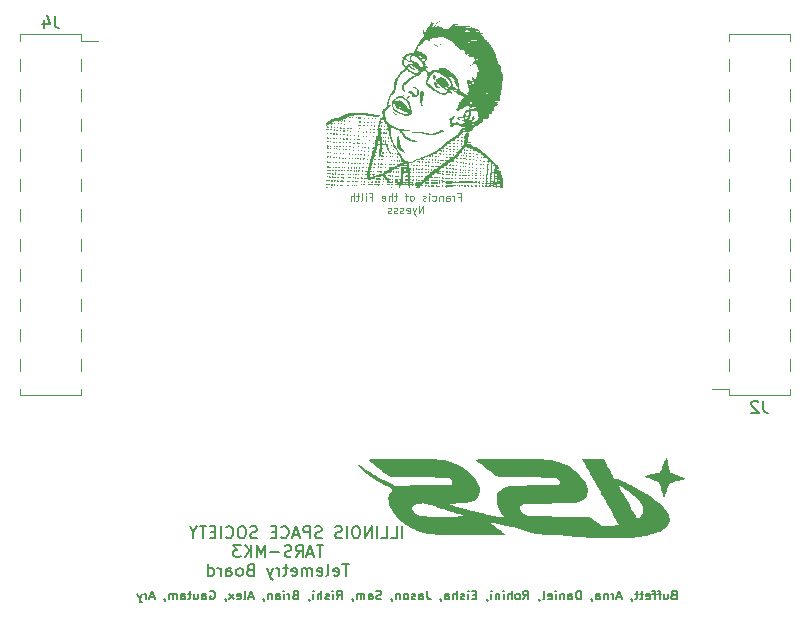
<source format=gbr>
%TF.GenerationSoftware,KiCad,Pcbnew,6.0.1*%
%TF.CreationDate,2022-02-08T14:36:28-06:00*%
%TF.ProjectId,COTS_TELEM,434f5453-5f54-4454-9c45-4d2e6b696361,rev?*%
%TF.SameCoordinates,Original*%
%TF.FileFunction,Legend,Bot*%
%TF.FilePolarity,Positive*%
%FSLAX46Y46*%
G04 Gerber Fmt 4.6, Leading zero omitted, Abs format (unit mm)*
G04 Created by KiCad (PCBNEW 6.0.1) date 2022-02-08 14:36:28*
%MOMM*%
%LPD*%
G01*
G04 APERTURE LIST*
%ADD10C,0.200000*%
%ADD11C,0.150000*%
%ADD12C,0.100000*%
%ADD13C,0.120000*%
G04 APERTURE END LIST*
D10*
X-246428Y-20377380D02*
X-246428Y-19377380D01*
X-1198809Y-20377380D02*
X-722619Y-20377380D01*
X-722619Y-19377380D01*
X-2008333Y-20377380D02*
X-1532142Y-20377380D01*
X-1532142Y-19377380D01*
X-2341666Y-20377380D02*
X-2341666Y-19377380D01*
X-2817857Y-20377380D02*
X-2817857Y-19377380D01*
X-3389285Y-20377380D01*
X-3389285Y-19377380D01*
X-4055952Y-19377380D02*
X-4246428Y-19377380D01*
X-4341666Y-19425000D01*
X-4436904Y-19520238D01*
X-4484523Y-19710714D01*
X-4484523Y-20044047D01*
X-4436904Y-20234523D01*
X-4341666Y-20329761D01*
X-4246428Y-20377380D01*
X-4055952Y-20377380D01*
X-3960714Y-20329761D01*
X-3865476Y-20234523D01*
X-3817857Y-20044047D01*
X-3817857Y-19710714D01*
X-3865476Y-19520238D01*
X-3960714Y-19425000D01*
X-4055952Y-19377380D01*
X-4913095Y-20377380D02*
X-4913095Y-19377380D01*
X-5341666Y-20329761D02*
X-5484523Y-20377380D01*
X-5722619Y-20377380D01*
X-5817857Y-20329761D01*
X-5865476Y-20282142D01*
X-5913095Y-20186904D01*
X-5913095Y-20091666D01*
X-5865476Y-19996428D01*
X-5817857Y-19948809D01*
X-5722619Y-19901190D01*
X-5532142Y-19853571D01*
X-5436904Y-19805952D01*
X-5389285Y-19758333D01*
X-5341666Y-19663095D01*
X-5341666Y-19567857D01*
X-5389285Y-19472619D01*
X-5436904Y-19425000D01*
X-5532142Y-19377380D01*
X-5770238Y-19377380D01*
X-5913095Y-19425000D01*
X-7055952Y-20329761D02*
X-7198809Y-20377380D01*
X-7436904Y-20377380D01*
X-7532142Y-20329761D01*
X-7579761Y-20282142D01*
X-7627380Y-20186904D01*
X-7627380Y-20091666D01*
X-7579761Y-19996428D01*
X-7532142Y-19948809D01*
X-7436904Y-19901190D01*
X-7246428Y-19853571D01*
X-7151190Y-19805952D01*
X-7103571Y-19758333D01*
X-7055952Y-19663095D01*
X-7055952Y-19567857D01*
X-7103571Y-19472619D01*
X-7151190Y-19425000D01*
X-7246428Y-19377380D01*
X-7484523Y-19377380D01*
X-7627380Y-19425000D01*
X-8055952Y-20377380D02*
X-8055952Y-19377380D01*
X-8436904Y-19377380D01*
X-8532142Y-19425000D01*
X-8579761Y-19472619D01*
X-8627380Y-19567857D01*
X-8627380Y-19710714D01*
X-8579761Y-19805952D01*
X-8532142Y-19853571D01*
X-8436904Y-19901190D01*
X-8055952Y-19901190D01*
X-9008333Y-20091666D02*
X-9484523Y-20091666D01*
X-8913095Y-20377380D02*
X-9246428Y-19377380D01*
X-9579761Y-20377380D01*
X-10484523Y-20282142D02*
X-10436904Y-20329761D01*
X-10294047Y-20377380D01*
X-10198809Y-20377380D01*
X-10055952Y-20329761D01*
X-9960714Y-20234523D01*
X-9913095Y-20139285D01*
X-9865476Y-19948809D01*
X-9865476Y-19805952D01*
X-9913095Y-19615476D01*
X-9960714Y-19520238D01*
X-10055952Y-19425000D01*
X-10198809Y-19377380D01*
X-10294047Y-19377380D01*
X-10436904Y-19425000D01*
X-10484523Y-19472619D01*
X-10913095Y-19853571D02*
X-11246428Y-19853571D01*
X-11389285Y-20377380D02*
X-10913095Y-20377380D01*
X-10913095Y-19377380D01*
X-11389285Y-19377380D01*
X-12532142Y-20329761D02*
X-12674999Y-20377380D01*
X-12913095Y-20377380D01*
X-13008333Y-20329761D01*
X-13055952Y-20282142D01*
X-13103571Y-20186904D01*
X-13103571Y-20091666D01*
X-13055952Y-19996428D01*
X-13008333Y-19948809D01*
X-12913095Y-19901190D01*
X-12722619Y-19853571D01*
X-12627380Y-19805952D01*
X-12579761Y-19758333D01*
X-12532142Y-19663095D01*
X-12532142Y-19567857D01*
X-12579761Y-19472619D01*
X-12627380Y-19425000D01*
X-12722619Y-19377380D01*
X-12960714Y-19377380D01*
X-13103571Y-19425000D01*
X-13722619Y-19377380D02*
X-13913095Y-19377380D01*
X-14008333Y-19425000D01*
X-14103571Y-19520238D01*
X-14151190Y-19710714D01*
X-14151190Y-20044047D01*
X-14103571Y-20234523D01*
X-14008333Y-20329761D01*
X-13913095Y-20377380D01*
X-13722619Y-20377380D01*
X-13627380Y-20329761D01*
X-13532142Y-20234523D01*
X-13484523Y-20044047D01*
X-13484523Y-19710714D01*
X-13532142Y-19520238D01*
X-13627380Y-19425000D01*
X-13722619Y-19377380D01*
X-15151190Y-20282142D02*
X-15103571Y-20329761D01*
X-14960714Y-20377380D01*
X-14865476Y-20377380D01*
X-14722619Y-20329761D01*
X-14627380Y-20234523D01*
X-14579761Y-20139285D01*
X-14532142Y-19948809D01*
X-14532142Y-19805952D01*
X-14579761Y-19615476D01*
X-14627380Y-19520238D01*
X-14722619Y-19425000D01*
X-14865476Y-19377380D01*
X-14960714Y-19377380D01*
X-15103571Y-19425000D01*
X-15151190Y-19472619D01*
X-15579761Y-20377380D02*
X-15579761Y-19377380D01*
X-16055952Y-19853571D02*
X-16389285Y-19853571D01*
X-16532142Y-20377380D02*
X-16055952Y-20377380D01*
X-16055952Y-19377380D01*
X-16532142Y-19377380D01*
X-16817857Y-19377380D02*
X-17389285Y-19377380D01*
X-17103571Y-20377380D02*
X-17103571Y-19377380D01*
X-17913095Y-19901190D02*
X-17913095Y-20377380D01*
X-17579761Y-19377380D02*
X-17913095Y-19901190D01*
X-18246428Y-19377380D01*
D11*
X22735714Y-25176428D02*
X22628571Y-25212142D01*
X22592857Y-25247857D01*
X22557142Y-25319285D01*
X22557142Y-25426428D01*
X22592857Y-25497857D01*
X22628571Y-25533571D01*
X22699999Y-25569285D01*
X22985714Y-25569285D01*
X22985714Y-24819285D01*
X22735714Y-24819285D01*
X22664285Y-24855000D01*
X22628571Y-24890714D01*
X22592857Y-24962142D01*
X22592857Y-25033571D01*
X22628571Y-25105000D01*
X22664285Y-25140714D01*
X22735714Y-25176428D01*
X22985714Y-25176428D01*
X21914285Y-25069285D02*
X21914285Y-25569285D01*
X22235714Y-25069285D02*
X22235714Y-25462142D01*
X22199999Y-25533571D01*
X22128571Y-25569285D01*
X22021428Y-25569285D01*
X21949999Y-25533571D01*
X21914285Y-25497857D01*
X21664285Y-25069285D02*
X21378571Y-25069285D01*
X21557142Y-25569285D02*
X21557142Y-24926428D01*
X21521428Y-24855000D01*
X21449999Y-24819285D01*
X21378571Y-24819285D01*
X21235714Y-25069285D02*
X20949999Y-25069285D01*
X21128571Y-25569285D02*
X21128571Y-24926428D01*
X21092857Y-24855000D01*
X21021428Y-24819285D01*
X20949999Y-24819285D01*
X20414285Y-25533571D02*
X20485714Y-25569285D01*
X20628571Y-25569285D01*
X20699999Y-25533571D01*
X20735714Y-25462142D01*
X20735714Y-25176428D01*
X20699999Y-25105000D01*
X20628571Y-25069285D01*
X20485714Y-25069285D01*
X20414285Y-25105000D01*
X20378571Y-25176428D01*
X20378571Y-25247857D01*
X20735714Y-25319285D01*
X20164285Y-25069285D02*
X19878571Y-25069285D01*
X20057142Y-24819285D02*
X20057142Y-25462142D01*
X20021428Y-25533571D01*
X19949999Y-25569285D01*
X19878571Y-25569285D01*
X19735714Y-25069285D02*
X19449999Y-25069285D01*
X19628571Y-24819285D02*
X19628571Y-25462142D01*
X19592857Y-25533571D01*
X19521428Y-25569285D01*
X19449999Y-25569285D01*
X19164285Y-25533571D02*
X19164285Y-25569285D01*
X19200000Y-25640714D01*
X19235714Y-25676428D01*
X18307142Y-25355000D02*
X17949999Y-25355000D01*
X18378571Y-25569285D02*
X18128571Y-24819285D01*
X17878571Y-25569285D01*
X17628571Y-25569285D02*
X17628571Y-25069285D01*
X17628571Y-25212142D02*
X17592857Y-25140714D01*
X17557142Y-25105000D01*
X17485714Y-25069285D01*
X17414285Y-25069285D01*
X17164285Y-25069285D02*
X17164285Y-25569285D01*
X17164285Y-25140714D02*
X17128571Y-25105000D01*
X17057142Y-25069285D01*
X16949999Y-25069285D01*
X16878571Y-25105000D01*
X16842857Y-25176428D01*
X16842857Y-25569285D01*
X16164285Y-25569285D02*
X16164285Y-25176428D01*
X16199999Y-25105000D01*
X16271428Y-25069285D01*
X16414285Y-25069285D01*
X16485714Y-25105000D01*
X16164285Y-25533571D02*
X16235714Y-25569285D01*
X16414285Y-25569285D01*
X16485714Y-25533571D01*
X16521428Y-25462142D01*
X16521428Y-25390714D01*
X16485714Y-25319285D01*
X16414285Y-25283571D01*
X16235714Y-25283571D01*
X16164285Y-25247857D01*
X15771428Y-25533571D02*
X15771428Y-25569285D01*
X15807142Y-25640714D01*
X15842857Y-25676428D01*
X14878571Y-25569285D02*
X14878571Y-24819285D01*
X14699999Y-24819285D01*
X14592857Y-24855000D01*
X14521428Y-24926428D01*
X14485714Y-24997857D01*
X14449999Y-25140714D01*
X14449999Y-25247857D01*
X14485714Y-25390714D01*
X14521428Y-25462142D01*
X14592857Y-25533571D01*
X14699999Y-25569285D01*
X14878571Y-25569285D01*
X13807142Y-25569285D02*
X13807142Y-25176428D01*
X13842857Y-25105000D01*
X13914285Y-25069285D01*
X14057142Y-25069285D01*
X14128571Y-25105000D01*
X13807142Y-25533571D02*
X13878571Y-25569285D01*
X14057142Y-25569285D01*
X14128571Y-25533571D01*
X14164285Y-25462142D01*
X14164285Y-25390714D01*
X14128571Y-25319285D01*
X14057142Y-25283571D01*
X13878571Y-25283571D01*
X13807142Y-25247857D01*
X13450000Y-25069285D02*
X13450000Y-25569285D01*
X13450000Y-25140714D02*
X13414285Y-25105000D01*
X13342857Y-25069285D01*
X13235714Y-25069285D01*
X13164285Y-25105000D01*
X13128571Y-25176428D01*
X13128571Y-25569285D01*
X12771428Y-25569285D02*
X12771428Y-25069285D01*
X12771428Y-24819285D02*
X12807142Y-24855000D01*
X12771428Y-24890714D01*
X12735714Y-24855000D01*
X12771428Y-24819285D01*
X12771428Y-24890714D01*
X12128571Y-25533571D02*
X12200000Y-25569285D01*
X12342857Y-25569285D01*
X12414285Y-25533571D01*
X12450000Y-25462142D01*
X12450000Y-25176428D01*
X12414285Y-25105000D01*
X12342857Y-25069285D01*
X12200000Y-25069285D01*
X12128571Y-25105000D01*
X12092857Y-25176428D01*
X12092857Y-25247857D01*
X12450000Y-25319285D01*
X11664285Y-25569285D02*
X11735714Y-25533571D01*
X11771428Y-25462142D01*
X11771428Y-24819285D01*
X11342857Y-25533571D02*
X11342857Y-25569285D01*
X11378571Y-25640714D01*
X11414285Y-25676428D01*
X10021428Y-25569285D02*
X10271428Y-25212142D01*
X10450000Y-25569285D02*
X10450000Y-24819285D01*
X10164285Y-24819285D01*
X10092857Y-24855000D01*
X10057142Y-24890714D01*
X10021428Y-24962142D01*
X10021428Y-25069285D01*
X10057142Y-25140714D01*
X10092857Y-25176428D01*
X10164285Y-25212142D01*
X10450000Y-25212142D01*
X9592857Y-25569285D02*
X9664285Y-25533571D01*
X9700000Y-25497857D01*
X9735714Y-25426428D01*
X9735714Y-25212142D01*
X9700000Y-25140714D01*
X9664285Y-25105000D01*
X9592857Y-25069285D01*
X9485714Y-25069285D01*
X9414285Y-25105000D01*
X9378571Y-25140714D01*
X9342857Y-25212142D01*
X9342857Y-25426428D01*
X9378571Y-25497857D01*
X9414285Y-25533571D01*
X9485714Y-25569285D01*
X9592857Y-25569285D01*
X9021428Y-25569285D02*
X9021428Y-24819285D01*
X8700000Y-25569285D02*
X8700000Y-25176428D01*
X8735714Y-25105000D01*
X8807142Y-25069285D01*
X8914285Y-25069285D01*
X8985714Y-25105000D01*
X9021428Y-25140714D01*
X8342857Y-25569285D02*
X8342857Y-25069285D01*
X8342857Y-24819285D02*
X8378571Y-24855000D01*
X8342857Y-24890714D01*
X8307142Y-24855000D01*
X8342857Y-24819285D01*
X8342857Y-24890714D01*
X7985714Y-25069285D02*
X7985714Y-25569285D01*
X7985714Y-25140714D02*
X7950000Y-25105000D01*
X7878571Y-25069285D01*
X7771428Y-25069285D01*
X7700000Y-25105000D01*
X7664285Y-25176428D01*
X7664285Y-25569285D01*
X7307142Y-25569285D02*
X7307142Y-25069285D01*
X7307142Y-24819285D02*
X7342857Y-24855000D01*
X7307142Y-24890714D01*
X7271428Y-24855000D01*
X7307142Y-24819285D01*
X7307142Y-24890714D01*
X6914285Y-25533571D02*
X6914285Y-25569285D01*
X6950000Y-25640714D01*
X6985714Y-25676428D01*
X6021428Y-25176428D02*
X5771428Y-25176428D01*
X5664285Y-25569285D02*
X6021428Y-25569285D01*
X6021428Y-24819285D01*
X5664285Y-24819285D01*
X5342857Y-25569285D02*
X5342857Y-25069285D01*
X5342857Y-24819285D02*
X5378571Y-24855000D01*
X5342857Y-24890714D01*
X5307142Y-24855000D01*
X5342857Y-24819285D01*
X5342857Y-24890714D01*
X5021428Y-25533571D02*
X4950000Y-25569285D01*
X4807142Y-25569285D01*
X4735714Y-25533571D01*
X4700000Y-25462142D01*
X4700000Y-25426428D01*
X4735714Y-25355000D01*
X4807142Y-25319285D01*
X4914285Y-25319285D01*
X4985714Y-25283571D01*
X5021428Y-25212142D01*
X5021428Y-25176428D01*
X4985714Y-25105000D01*
X4914285Y-25069285D01*
X4807142Y-25069285D01*
X4735714Y-25105000D01*
X4378571Y-25569285D02*
X4378571Y-24819285D01*
X4057142Y-25569285D02*
X4057142Y-25176428D01*
X4092857Y-25105000D01*
X4164285Y-25069285D01*
X4271428Y-25069285D01*
X4342857Y-25105000D01*
X4378571Y-25140714D01*
X3378571Y-25569285D02*
X3378571Y-25176428D01*
X3414285Y-25105000D01*
X3485714Y-25069285D01*
X3628571Y-25069285D01*
X3699999Y-25105000D01*
X3378571Y-25533571D02*
X3449999Y-25569285D01*
X3628571Y-25569285D01*
X3699999Y-25533571D01*
X3735714Y-25462142D01*
X3735714Y-25390714D01*
X3699999Y-25319285D01*
X3628571Y-25283571D01*
X3449999Y-25283571D01*
X3378571Y-25247857D01*
X2985714Y-25533571D02*
X2985714Y-25569285D01*
X3021428Y-25640714D01*
X3057142Y-25676428D01*
X1878571Y-24819285D02*
X1878571Y-25355000D01*
X1914285Y-25462142D01*
X1985714Y-25533571D01*
X2092857Y-25569285D01*
X2164285Y-25569285D01*
X1199999Y-25569285D02*
X1199999Y-25176428D01*
X1235714Y-25105000D01*
X1307142Y-25069285D01*
X1449999Y-25069285D01*
X1521428Y-25105000D01*
X1199999Y-25533571D02*
X1271428Y-25569285D01*
X1449999Y-25569285D01*
X1521428Y-25533571D01*
X1557142Y-25462142D01*
X1557142Y-25390714D01*
X1521428Y-25319285D01*
X1449999Y-25283571D01*
X1271428Y-25283571D01*
X1199999Y-25247857D01*
X878571Y-25533571D02*
X807142Y-25569285D01*
X664285Y-25569285D01*
X592857Y-25533571D01*
X557142Y-25462142D01*
X557142Y-25426428D01*
X592857Y-25355000D01*
X664285Y-25319285D01*
X771428Y-25319285D01*
X842857Y-25283571D01*
X878571Y-25212142D01*
X878571Y-25176428D01*
X842857Y-25105000D01*
X771428Y-25069285D01*
X664285Y-25069285D01*
X592857Y-25105000D01*
X128571Y-25569285D02*
X199999Y-25533571D01*
X235714Y-25497857D01*
X271428Y-25426428D01*
X271428Y-25212142D01*
X235714Y-25140714D01*
X199999Y-25105000D01*
X128571Y-25069285D01*
X21428Y-25069285D01*
X-50000Y-25105000D01*
X-85714Y-25140714D01*
X-121428Y-25212142D01*
X-121428Y-25426428D01*
X-85714Y-25497857D01*
X-50000Y-25533571D01*
X21428Y-25569285D01*
X128571Y-25569285D01*
X-442857Y-25069285D02*
X-442857Y-25569285D01*
X-442857Y-25140714D02*
X-478571Y-25105000D01*
X-550000Y-25069285D01*
X-657142Y-25069285D01*
X-728571Y-25105000D01*
X-764285Y-25176428D01*
X-764285Y-25569285D01*
X-1157142Y-25533571D02*
X-1157142Y-25569285D01*
X-1121428Y-25640714D01*
X-1085714Y-25676428D01*
X-2014285Y-25533571D02*
X-2121428Y-25569285D01*
X-2300000Y-25569285D01*
X-2371428Y-25533571D01*
X-2407142Y-25497857D01*
X-2442857Y-25426428D01*
X-2442857Y-25355000D01*
X-2407142Y-25283571D01*
X-2371428Y-25247857D01*
X-2300000Y-25212142D01*
X-2157142Y-25176428D01*
X-2085714Y-25140714D01*
X-2050000Y-25105000D01*
X-2014285Y-25033571D01*
X-2014285Y-24962142D01*
X-2050000Y-24890714D01*
X-2085714Y-24855000D01*
X-2157142Y-24819285D01*
X-2335714Y-24819285D01*
X-2442857Y-24855000D01*
X-3085714Y-25569285D02*
X-3085714Y-25176428D01*
X-3050000Y-25105000D01*
X-2978571Y-25069285D01*
X-2835714Y-25069285D01*
X-2764285Y-25105000D01*
X-3085714Y-25533571D02*
X-3014285Y-25569285D01*
X-2835714Y-25569285D01*
X-2764285Y-25533571D01*
X-2728571Y-25462142D01*
X-2728571Y-25390714D01*
X-2764285Y-25319285D01*
X-2835714Y-25283571D01*
X-3014285Y-25283571D01*
X-3085714Y-25247857D01*
X-3442857Y-25569285D02*
X-3442857Y-25069285D01*
X-3442857Y-25140714D02*
X-3478571Y-25105000D01*
X-3550000Y-25069285D01*
X-3657142Y-25069285D01*
X-3728571Y-25105000D01*
X-3764285Y-25176428D01*
X-3764285Y-25569285D01*
X-3764285Y-25176428D02*
X-3800000Y-25105000D01*
X-3871428Y-25069285D01*
X-3978571Y-25069285D01*
X-4050000Y-25105000D01*
X-4085714Y-25176428D01*
X-4085714Y-25569285D01*
X-4478571Y-25533571D02*
X-4478571Y-25569285D01*
X-4442857Y-25640714D01*
X-4407142Y-25676428D01*
X-5800000Y-25569285D02*
X-5550000Y-25212142D01*
X-5371428Y-25569285D02*
X-5371428Y-24819285D01*
X-5657142Y-24819285D01*
X-5728571Y-24855000D01*
X-5764285Y-24890714D01*
X-5800000Y-24962142D01*
X-5800000Y-25069285D01*
X-5764285Y-25140714D01*
X-5728571Y-25176428D01*
X-5657142Y-25212142D01*
X-5371428Y-25212142D01*
X-6121428Y-25569285D02*
X-6121428Y-25069285D01*
X-6121428Y-24819285D02*
X-6085714Y-24855000D01*
X-6121428Y-24890714D01*
X-6157142Y-24855000D01*
X-6121428Y-24819285D01*
X-6121428Y-24890714D01*
X-6442857Y-25533571D02*
X-6514285Y-25569285D01*
X-6657142Y-25569285D01*
X-6728571Y-25533571D01*
X-6764285Y-25462142D01*
X-6764285Y-25426428D01*
X-6728571Y-25355000D01*
X-6657142Y-25319285D01*
X-6550000Y-25319285D01*
X-6478571Y-25283571D01*
X-6442857Y-25212142D01*
X-6442857Y-25176428D01*
X-6478571Y-25105000D01*
X-6550000Y-25069285D01*
X-6657142Y-25069285D01*
X-6728571Y-25105000D01*
X-7085714Y-25569285D02*
X-7085714Y-24819285D01*
X-7407142Y-25569285D02*
X-7407142Y-25176428D01*
X-7371428Y-25105000D01*
X-7300000Y-25069285D01*
X-7192857Y-25069285D01*
X-7121428Y-25105000D01*
X-7085714Y-25140714D01*
X-7764285Y-25569285D02*
X-7764285Y-25069285D01*
X-7764285Y-24819285D02*
X-7728571Y-24855000D01*
X-7764285Y-24890714D01*
X-7800000Y-24855000D01*
X-7764285Y-24819285D01*
X-7764285Y-24890714D01*
X-8157142Y-25533571D02*
X-8157142Y-25569285D01*
X-8121428Y-25640714D01*
X-8085714Y-25676428D01*
X-9300000Y-25176428D02*
X-9407142Y-25212142D01*
X-9442857Y-25247857D01*
X-9478571Y-25319285D01*
X-9478571Y-25426428D01*
X-9442857Y-25497857D01*
X-9407142Y-25533571D01*
X-9335714Y-25569285D01*
X-9050000Y-25569285D01*
X-9050000Y-24819285D01*
X-9300000Y-24819285D01*
X-9371428Y-24855000D01*
X-9407142Y-24890714D01*
X-9442857Y-24962142D01*
X-9442857Y-25033571D01*
X-9407142Y-25105000D01*
X-9371428Y-25140714D01*
X-9300000Y-25176428D01*
X-9050000Y-25176428D01*
X-9800000Y-25569285D02*
X-9800000Y-25069285D01*
X-9800000Y-25212142D02*
X-9835714Y-25140714D01*
X-9871428Y-25105000D01*
X-9942857Y-25069285D01*
X-10014285Y-25069285D01*
X-10264285Y-25569285D02*
X-10264285Y-25069285D01*
X-10264285Y-24819285D02*
X-10228571Y-24855000D01*
X-10264285Y-24890714D01*
X-10300000Y-24855000D01*
X-10264285Y-24819285D01*
X-10264285Y-24890714D01*
X-10942857Y-25569285D02*
X-10942857Y-25176428D01*
X-10907142Y-25105000D01*
X-10835714Y-25069285D01*
X-10692857Y-25069285D01*
X-10621428Y-25105000D01*
X-10942857Y-25533571D02*
X-10871428Y-25569285D01*
X-10692857Y-25569285D01*
X-10621428Y-25533571D01*
X-10585714Y-25462142D01*
X-10585714Y-25390714D01*
X-10621428Y-25319285D01*
X-10692857Y-25283571D01*
X-10871428Y-25283571D01*
X-10942857Y-25247857D01*
X-11300000Y-25069285D02*
X-11300000Y-25569285D01*
X-11300000Y-25140714D02*
X-11335714Y-25105000D01*
X-11407142Y-25069285D01*
X-11514285Y-25069285D01*
X-11585714Y-25105000D01*
X-11621428Y-25176428D01*
X-11621428Y-25569285D01*
X-12014285Y-25533571D02*
X-12014285Y-25569285D01*
X-11978571Y-25640714D01*
X-11942857Y-25676428D01*
X-12871428Y-25355000D02*
X-13228571Y-25355000D01*
X-12800000Y-25569285D02*
X-13050000Y-24819285D01*
X-13300000Y-25569285D01*
X-13657142Y-25569285D02*
X-13585714Y-25533571D01*
X-13550000Y-25462142D01*
X-13550000Y-24819285D01*
X-14228571Y-25533571D02*
X-14157142Y-25569285D01*
X-14014285Y-25569285D01*
X-13942857Y-25533571D01*
X-13907142Y-25462142D01*
X-13907142Y-25176428D01*
X-13942857Y-25105000D01*
X-14014285Y-25069285D01*
X-14157142Y-25069285D01*
X-14228571Y-25105000D01*
X-14264285Y-25176428D01*
X-14264285Y-25247857D01*
X-13907142Y-25319285D01*
X-14514285Y-25569285D02*
X-14907142Y-25069285D01*
X-14514285Y-25069285D02*
X-14907142Y-25569285D01*
X-15228571Y-25533571D02*
X-15228571Y-25569285D01*
X-15192857Y-25640714D01*
X-15157142Y-25676428D01*
X-16514285Y-24855000D02*
X-16442857Y-24819285D01*
X-16335714Y-24819285D01*
X-16228571Y-24855000D01*
X-16157142Y-24926428D01*
X-16121428Y-24997857D01*
X-16085714Y-25140714D01*
X-16085714Y-25247857D01*
X-16121428Y-25390714D01*
X-16157142Y-25462142D01*
X-16228571Y-25533571D01*
X-16335714Y-25569285D01*
X-16407142Y-25569285D01*
X-16514285Y-25533571D01*
X-16550000Y-25497857D01*
X-16550000Y-25247857D01*
X-16407142Y-25247857D01*
X-17192857Y-25569285D02*
X-17192857Y-25176428D01*
X-17157142Y-25105000D01*
X-17085714Y-25069285D01*
X-16942857Y-25069285D01*
X-16871428Y-25105000D01*
X-17192857Y-25533571D02*
X-17121428Y-25569285D01*
X-16942857Y-25569285D01*
X-16871428Y-25533571D01*
X-16835714Y-25462142D01*
X-16835714Y-25390714D01*
X-16871428Y-25319285D01*
X-16942857Y-25283571D01*
X-17121428Y-25283571D01*
X-17192857Y-25247857D01*
X-17871428Y-25069285D02*
X-17871428Y-25569285D01*
X-17550000Y-25069285D02*
X-17550000Y-25462142D01*
X-17585714Y-25533571D01*
X-17657142Y-25569285D01*
X-17764285Y-25569285D01*
X-17835714Y-25533571D01*
X-17871428Y-25497857D01*
X-18121428Y-25069285D02*
X-18407142Y-25069285D01*
X-18228571Y-24819285D02*
X-18228571Y-25462142D01*
X-18264285Y-25533571D01*
X-18335714Y-25569285D01*
X-18407142Y-25569285D01*
X-18978571Y-25569285D02*
X-18978571Y-25176428D01*
X-18942857Y-25105000D01*
X-18871428Y-25069285D01*
X-18728571Y-25069285D01*
X-18657142Y-25105000D01*
X-18978571Y-25533571D02*
X-18907142Y-25569285D01*
X-18728571Y-25569285D01*
X-18657142Y-25533571D01*
X-18621428Y-25462142D01*
X-18621428Y-25390714D01*
X-18657142Y-25319285D01*
X-18728571Y-25283571D01*
X-18907142Y-25283571D01*
X-18978571Y-25247857D01*
X-19335714Y-25569285D02*
X-19335714Y-25069285D01*
X-19335714Y-25140714D02*
X-19371428Y-25105000D01*
X-19442857Y-25069285D01*
X-19550000Y-25069285D01*
X-19621428Y-25105000D01*
X-19657142Y-25176428D01*
X-19657142Y-25569285D01*
X-19657142Y-25176428D02*
X-19692857Y-25105000D01*
X-19764285Y-25069285D01*
X-19871428Y-25069285D01*
X-19942857Y-25105000D01*
X-19978571Y-25176428D01*
X-19978571Y-25569285D01*
X-20371428Y-25533571D02*
X-20371428Y-25569285D01*
X-20335714Y-25640714D01*
X-20300000Y-25676428D01*
X-21228571Y-25355000D02*
X-21585714Y-25355000D01*
X-21157142Y-25569285D02*
X-21407142Y-24819285D01*
X-21657142Y-25569285D01*
X-21907142Y-25569285D02*
X-21907142Y-25069285D01*
X-21907142Y-25212142D02*
X-21942857Y-25140714D01*
X-21978571Y-25105000D01*
X-22050000Y-25069285D01*
X-22121428Y-25069285D01*
X-22300000Y-25069285D02*
X-22478571Y-25569285D01*
X-22657142Y-25069285D02*
X-22478571Y-25569285D01*
X-22407142Y-25747857D01*
X-22371428Y-25783571D01*
X-22300000Y-25819285D01*
D10*
X-6917857Y-20972380D02*
X-7489285Y-20972380D01*
X-7203571Y-21972380D02*
X-7203571Y-20972380D01*
X-7774999Y-21686666D02*
X-8251190Y-21686666D01*
X-7679761Y-21972380D02*
X-8013095Y-20972380D01*
X-8346428Y-21972380D01*
X-9251190Y-21972380D02*
X-8917857Y-21496190D01*
X-8679761Y-21972380D02*
X-8679761Y-20972380D01*
X-9060714Y-20972380D01*
X-9155952Y-21020000D01*
X-9203571Y-21067619D01*
X-9251190Y-21162857D01*
X-9251190Y-21305714D01*
X-9203571Y-21400952D01*
X-9155952Y-21448571D01*
X-9060714Y-21496190D01*
X-8679761Y-21496190D01*
X-9632142Y-21924761D02*
X-9775000Y-21972380D01*
X-10013095Y-21972380D01*
X-10108333Y-21924761D01*
X-10155952Y-21877142D01*
X-10203571Y-21781904D01*
X-10203571Y-21686666D01*
X-10155952Y-21591428D01*
X-10108333Y-21543809D01*
X-10013095Y-21496190D01*
X-9822619Y-21448571D01*
X-9727380Y-21400952D01*
X-9679761Y-21353333D01*
X-9632142Y-21258095D01*
X-9632142Y-21162857D01*
X-9679761Y-21067619D01*
X-9727380Y-21020000D01*
X-9822619Y-20972380D01*
X-10060714Y-20972380D01*
X-10203571Y-21020000D01*
X-10632142Y-21591428D02*
X-11394047Y-21591428D01*
X-11870238Y-21972380D02*
X-11870238Y-20972380D01*
X-12203571Y-21686666D01*
X-12536904Y-20972380D01*
X-12536904Y-21972380D01*
X-13013095Y-21972380D02*
X-13013095Y-20972380D01*
X-13584523Y-21972380D02*
X-13155952Y-21400952D01*
X-13584523Y-20972380D02*
X-13013095Y-21543809D01*
X-13917857Y-20972380D02*
X-14536904Y-20972380D01*
X-14203571Y-21353333D01*
X-14346428Y-21353333D01*
X-14441666Y-21400952D01*
X-14489285Y-21448571D01*
X-14536904Y-21543809D01*
X-14536904Y-21781904D01*
X-14489285Y-21877142D01*
X-14441666Y-21924761D01*
X-14346428Y-21972380D01*
X-14060714Y-21972380D01*
X-13965476Y-21924761D01*
X-13917857Y-21877142D01*
X-4751190Y-22582380D02*
X-5322619Y-22582380D01*
X-5036904Y-23582380D02*
X-5036904Y-22582380D01*
X-6036904Y-23534761D02*
X-5941666Y-23582380D01*
X-5751190Y-23582380D01*
X-5655952Y-23534761D01*
X-5608333Y-23439523D01*
X-5608333Y-23058571D01*
X-5655952Y-22963333D01*
X-5751190Y-22915714D01*
X-5941666Y-22915714D01*
X-6036904Y-22963333D01*
X-6084523Y-23058571D01*
X-6084523Y-23153809D01*
X-5608333Y-23249047D01*
X-6655952Y-23582380D02*
X-6560714Y-23534761D01*
X-6513095Y-23439523D01*
X-6513095Y-22582380D01*
X-7417857Y-23534761D02*
X-7322619Y-23582380D01*
X-7132142Y-23582380D01*
X-7036904Y-23534761D01*
X-6989285Y-23439523D01*
X-6989285Y-23058571D01*
X-7036904Y-22963333D01*
X-7132142Y-22915714D01*
X-7322619Y-22915714D01*
X-7417857Y-22963333D01*
X-7465476Y-23058571D01*
X-7465476Y-23153809D01*
X-6989285Y-23249047D01*
X-7894047Y-23582380D02*
X-7894047Y-22915714D01*
X-7894047Y-23010952D02*
X-7941666Y-22963333D01*
X-8036904Y-22915714D01*
X-8179761Y-22915714D01*
X-8275000Y-22963333D01*
X-8322619Y-23058571D01*
X-8322619Y-23582380D01*
X-8322619Y-23058571D02*
X-8370238Y-22963333D01*
X-8465476Y-22915714D01*
X-8608333Y-22915714D01*
X-8703571Y-22963333D01*
X-8751190Y-23058571D01*
X-8751190Y-23582380D01*
X-9608333Y-23534761D02*
X-9513095Y-23582380D01*
X-9322619Y-23582380D01*
X-9227380Y-23534761D01*
X-9179761Y-23439523D01*
X-9179761Y-23058571D01*
X-9227380Y-22963333D01*
X-9322619Y-22915714D01*
X-9513095Y-22915714D01*
X-9608333Y-22963333D01*
X-9655952Y-23058571D01*
X-9655952Y-23153809D01*
X-9179761Y-23249047D01*
X-9941666Y-22915714D02*
X-10322619Y-22915714D01*
X-10084523Y-22582380D02*
X-10084523Y-23439523D01*
X-10132142Y-23534761D01*
X-10227380Y-23582380D01*
X-10322619Y-23582380D01*
X-10655952Y-23582380D02*
X-10655952Y-22915714D01*
X-10655952Y-23106190D02*
X-10703571Y-23010952D01*
X-10751190Y-22963333D01*
X-10846428Y-22915714D01*
X-10941666Y-22915714D01*
X-11179761Y-22915714D02*
X-11417857Y-23582380D01*
X-11655952Y-22915714D02*
X-11417857Y-23582380D01*
X-11322619Y-23820476D01*
X-11275000Y-23868095D01*
X-11179761Y-23915714D01*
X-13132142Y-23058571D02*
X-13275000Y-23106190D01*
X-13322619Y-23153809D01*
X-13370238Y-23249047D01*
X-13370238Y-23391904D01*
X-13322619Y-23487142D01*
X-13275000Y-23534761D01*
X-13179761Y-23582380D01*
X-12798809Y-23582380D01*
X-12798809Y-22582380D01*
X-13132142Y-22582380D01*
X-13227380Y-22630000D01*
X-13275000Y-22677619D01*
X-13322619Y-22772857D01*
X-13322619Y-22868095D01*
X-13275000Y-22963333D01*
X-13227380Y-23010952D01*
X-13132142Y-23058571D01*
X-12798809Y-23058571D01*
X-13941666Y-23582380D02*
X-13846428Y-23534761D01*
X-13798809Y-23487142D01*
X-13751190Y-23391904D01*
X-13751190Y-23106190D01*
X-13798809Y-23010952D01*
X-13846428Y-22963333D01*
X-13941666Y-22915714D01*
X-14084523Y-22915714D01*
X-14179761Y-22963333D01*
X-14227380Y-23010952D01*
X-14275000Y-23106190D01*
X-14275000Y-23391904D01*
X-14227380Y-23487142D01*
X-14179761Y-23534761D01*
X-14084523Y-23582380D01*
X-13941666Y-23582380D01*
X-15132142Y-23582380D02*
X-15132142Y-23058571D01*
X-15084523Y-22963333D01*
X-14989285Y-22915714D01*
X-14798809Y-22915714D01*
X-14703571Y-22963333D01*
X-15132142Y-23534761D02*
X-15036904Y-23582380D01*
X-14798809Y-23582380D01*
X-14703571Y-23534761D01*
X-14655952Y-23439523D01*
X-14655952Y-23344285D01*
X-14703571Y-23249047D01*
X-14798809Y-23201428D01*
X-15036904Y-23201428D01*
X-15132142Y-23153809D01*
X-15608333Y-23582380D02*
X-15608333Y-22915714D01*
X-15608333Y-23106190D02*
X-15655952Y-23010952D01*
X-15703571Y-22963333D01*
X-15798809Y-22915714D01*
X-15894047Y-22915714D01*
X-16655952Y-23582380D02*
X-16655952Y-22582380D01*
X-16655952Y-23534761D02*
X-16560714Y-23582380D01*
X-16370238Y-23582380D01*
X-16275000Y-23534761D01*
X-16227380Y-23487142D01*
X-16179761Y-23391904D01*
X-16179761Y-23106190D01*
X-16227380Y-23010952D01*
X-16275000Y-22963333D01*
X-16370238Y-22915714D01*
X-16560714Y-22915714D01*
X-16655952Y-22963333D01*
D12*
X4517142Y8519678D02*
X4733809Y8519678D01*
X4733809Y8179202D02*
X4733809Y8829202D01*
X4424285Y8829202D01*
X4176666Y8179202D02*
X4176666Y8612535D01*
X4176666Y8488726D02*
X4145714Y8550630D01*
X4114761Y8581583D01*
X4052857Y8612535D01*
X3990952Y8612535D01*
X3495714Y8179202D02*
X3495714Y8519678D01*
X3526666Y8581583D01*
X3588571Y8612535D01*
X3712380Y8612535D01*
X3774285Y8581583D01*
X3495714Y8210154D02*
X3557619Y8179202D01*
X3712380Y8179202D01*
X3774285Y8210154D01*
X3805238Y8272059D01*
X3805238Y8333964D01*
X3774285Y8395869D01*
X3712380Y8426821D01*
X3557619Y8426821D01*
X3495714Y8457773D01*
X3186190Y8612535D02*
X3186190Y8179202D01*
X3186190Y8550630D02*
X3155238Y8581583D01*
X3093333Y8612535D01*
X3000476Y8612535D01*
X2938571Y8581583D01*
X2907619Y8519678D01*
X2907619Y8179202D01*
X2319523Y8210154D02*
X2381428Y8179202D01*
X2505238Y8179202D01*
X2567142Y8210154D01*
X2598095Y8241107D01*
X2629047Y8303011D01*
X2629047Y8488726D01*
X2598095Y8550630D01*
X2567142Y8581583D01*
X2505238Y8612535D01*
X2381428Y8612535D01*
X2319523Y8581583D01*
X2040952Y8179202D02*
X2040952Y8612535D01*
X2040952Y8829202D02*
X2071904Y8798250D01*
X2040952Y8767297D01*
X2010000Y8798250D01*
X2040952Y8829202D01*
X2040952Y8767297D01*
X1762380Y8210154D02*
X1700476Y8179202D01*
X1576666Y8179202D01*
X1514761Y8210154D01*
X1483809Y8272059D01*
X1483809Y8303011D01*
X1514761Y8364916D01*
X1576666Y8395869D01*
X1669523Y8395869D01*
X1731428Y8426821D01*
X1762380Y8488726D01*
X1762380Y8519678D01*
X1731428Y8581583D01*
X1669523Y8612535D01*
X1576666Y8612535D01*
X1514761Y8581583D01*
X617142Y8179202D02*
X679047Y8210154D01*
X710000Y8241107D01*
X740952Y8303011D01*
X740952Y8488726D01*
X710000Y8550630D01*
X679047Y8581583D01*
X617142Y8612535D01*
X524285Y8612535D01*
X462380Y8581583D01*
X431428Y8550630D01*
X400476Y8488726D01*
X400476Y8303011D01*
X431428Y8241107D01*
X462380Y8210154D01*
X524285Y8179202D01*
X617142Y8179202D01*
X214761Y8612535D02*
X-32857Y8612535D01*
X121904Y8179202D02*
X121904Y8736345D01*
X90952Y8798250D01*
X29047Y8829202D01*
X-32857Y8829202D01*
X-651904Y8612535D02*
X-899523Y8612535D01*
X-744761Y8829202D02*
X-744761Y8272059D01*
X-775714Y8210154D01*
X-837619Y8179202D01*
X-899523Y8179202D01*
X-1116190Y8179202D02*
X-1116190Y8829202D01*
X-1394761Y8179202D02*
X-1394761Y8519678D01*
X-1363809Y8581583D01*
X-1301904Y8612535D01*
X-1209047Y8612535D01*
X-1147142Y8581583D01*
X-1116190Y8550630D01*
X-1951904Y8210154D02*
X-1889999Y8179202D01*
X-1766190Y8179202D01*
X-1704285Y8210154D01*
X-1673333Y8272059D01*
X-1673333Y8519678D01*
X-1704285Y8581583D01*
X-1766190Y8612535D01*
X-1889999Y8612535D01*
X-1951904Y8581583D01*
X-1982857Y8519678D01*
X-1982857Y8457773D01*
X-1673333Y8395869D01*
X-2973333Y8519678D02*
X-2756666Y8519678D01*
X-2756666Y8179202D02*
X-2756666Y8829202D01*
X-3066190Y8829202D01*
X-3313809Y8179202D02*
X-3313809Y8612535D01*
X-3313809Y8829202D02*
X-3282857Y8798250D01*
X-3313809Y8767297D01*
X-3344761Y8798250D01*
X-3313809Y8829202D01*
X-3313809Y8767297D01*
X-3716190Y8179202D02*
X-3654285Y8210154D01*
X-3623333Y8272059D01*
X-3623333Y8829202D01*
X-3870952Y8612535D02*
X-4118571Y8612535D01*
X-3963809Y8829202D02*
X-3963809Y8272059D01*
X-3994761Y8210154D01*
X-4056666Y8179202D01*
X-4118571Y8179202D01*
X-4335238Y8179202D02*
X-4335238Y8829202D01*
X-4613809Y8179202D02*
X-4613809Y8519678D01*
X-4582857Y8581583D01*
X-4520952Y8612535D01*
X-4428095Y8612535D01*
X-4366190Y8581583D01*
X-4335238Y8550630D01*
X1561190Y7132702D02*
X1561190Y7782702D01*
X1189761Y7132702D01*
X1189761Y7782702D01*
X942142Y7566035D02*
X787380Y7132702D01*
X632619Y7566035D02*
X787380Y7132702D01*
X849285Y6977940D01*
X880238Y6946988D01*
X942142Y6916035D01*
X137380Y7163654D02*
X199285Y7132702D01*
X323095Y7132702D01*
X384999Y7163654D01*
X415952Y7225559D01*
X415952Y7473178D01*
X384999Y7535083D01*
X323095Y7566035D01*
X199285Y7566035D01*
X137380Y7535083D01*
X106428Y7473178D01*
X106428Y7411273D01*
X415952Y7349369D01*
X-141190Y7163654D02*
X-203095Y7132702D01*
X-326904Y7132702D01*
X-388809Y7163654D01*
X-419761Y7225559D01*
X-419761Y7256511D01*
X-388809Y7318416D01*
X-326904Y7349369D01*
X-234047Y7349369D01*
X-172142Y7380321D01*
X-141190Y7442226D01*
X-141190Y7473178D01*
X-172142Y7535083D01*
X-234047Y7566035D01*
X-326904Y7566035D01*
X-388809Y7535083D01*
X-667380Y7163654D02*
X-729285Y7132702D01*
X-853095Y7132702D01*
X-915000Y7163654D01*
X-945952Y7225559D01*
X-945952Y7256511D01*
X-915000Y7318416D01*
X-853095Y7349369D01*
X-760238Y7349369D01*
X-698333Y7380321D01*
X-667380Y7442226D01*
X-667380Y7473178D01*
X-698333Y7535083D01*
X-760238Y7566035D01*
X-853095Y7566035D01*
X-915000Y7535083D01*
X-1193571Y7163654D02*
X-1255476Y7132702D01*
X-1379285Y7132702D01*
X-1441190Y7163654D01*
X-1472142Y7225559D01*
X-1472142Y7256511D01*
X-1441190Y7318416D01*
X-1379285Y7349369D01*
X-1286428Y7349369D01*
X-1224523Y7380321D01*
X-1193571Y7442226D01*
X-1193571Y7473178D01*
X-1224523Y7535083D01*
X-1286428Y7566035D01*
X-1379285Y7566035D01*
X-1441190Y7535083D01*
D11*
%TO.C,J2*%
X30333333Y-8752380D02*
X30333333Y-9466666D01*
X30380952Y-9609523D01*
X30476190Y-9704761D01*
X30619047Y-9752380D01*
X30714285Y-9752380D01*
X29904761Y-8847619D02*
X29857142Y-8800000D01*
X29761904Y-8752380D01*
X29523809Y-8752380D01*
X29428571Y-8800000D01*
X29380952Y-8847619D01*
X29333333Y-8942857D01*
X29333333Y-9038095D01*
X29380952Y-9180952D01*
X29952380Y-9752380D01*
X29333333Y-9752380D01*
%TO.C,J4*%
X-29666666Y23847619D02*
X-29666666Y23133333D01*
X-29619047Y22990476D01*
X-29523809Y22895238D01*
X-29380952Y22847619D01*
X-29285714Y22847619D01*
X-30571428Y23514285D02*
X-30571428Y22847619D01*
X-30333333Y23895238D02*
X-30095238Y23180952D01*
X-30714285Y23180952D01*
D13*
%TO.C,J2*%
X27400000Y22300000D02*
X32600000Y22300000D01*
X27400000Y9030000D02*
X27400000Y10050000D01*
X32600000Y16650000D02*
X32600000Y17670000D01*
X27400000Y19190000D02*
X27400000Y20210000D01*
X32600000Y1410000D02*
X32600000Y2430000D01*
X27400000Y3950000D02*
X27400000Y4970000D01*
X32600000Y21730000D02*
X32600000Y22300000D01*
X32600000Y9030000D02*
X32600000Y10050000D01*
X32600000Y19190000D02*
X32600000Y20210000D01*
X32600000Y6490000D02*
X32600000Y7510000D01*
X27400000Y-8300000D02*
X32600000Y-8300000D01*
X25960000Y-7730000D02*
X27400000Y-7730000D01*
X32600000Y3950000D02*
X32600000Y4970000D01*
X32600000Y-1130000D02*
X32600000Y-110000D01*
X32600000Y11570000D02*
X32600000Y12590000D01*
X27400000Y11570000D02*
X27400000Y12590000D01*
X32600000Y-6210000D02*
X32600000Y-5190000D01*
X27400000Y16650000D02*
X27400000Y17670000D01*
X32600000Y14110000D02*
X32600000Y15130000D01*
X27400000Y-8300000D02*
X27400000Y-7730000D01*
X27400000Y1410000D02*
X27400000Y2430000D01*
X27400000Y-1130000D02*
X27400000Y-110000D01*
X32600000Y-3670000D02*
X32600000Y-2650000D01*
X27400000Y6490000D02*
X27400000Y7510000D01*
X27400000Y21730000D02*
X27400000Y22300000D01*
X27400000Y-3670000D02*
X27400000Y-2650000D01*
X27400000Y-6210000D02*
X27400000Y-5190000D01*
X27400000Y14110000D02*
X27400000Y15130000D01*
X32600000Y-8300000D02*
X32600000Y-7730000D01*
%TO.C,J4*%
X-32600000Y-5190000D02*
X-32600000Y-6210000D01*
X-32600000Y20210000D02*
X-32600000Y19190000D01*
X-32600000Y-7730000D02*
X-32600000Y-8300000D01*
X-27400000Y22300000D02*
X-27400000Y21730000D01*
X-27400000Y22300000D02*
X-32600000Y22300000D01*
X-32600000Y12590000D02*
X-32600000Y11570000D01*
X-32600000Y4970000D02*
X-32600000Y3950000D01*
X-27400000Y4970000D02*
X-27400000Y3950000D01*
X-27400000Y-5190000D02*
X-27400000Y-6210000D01*
X-27400000Y20210000D02*
X-27400000Y19190000D01*
X-27400000Y15130000D02*
X-27400000Y14110000D01*
X-32600000Y-110000D02*
X-32600000Y-1130000D01*
X-27400000Y17670000D02*
X-27400000Y16650000D01*
X-32600000Y10050000D02*
X-32600000Y9030000D01*
X-27400000Y-8300000D02*
X-32600000Y-8300000D01*
X-32600000Y-2650000D02*
X-32600000Y-3670000D01*
X-27400000Y-110000D02*
X-27400000Y-1130000D01*
X-32600000Y17670000D02*
X-32600000Y16650000D01*
X-25960000Y21730000D02*
X-27400000Y21730000D01*
X-27400000Y2430000D02*
X-27400000Y1410000D01*
X-27400000Y10050000D02*
X-27400000Y9030000D01*
X-32600000Y15130000D02*
X-32600000Y14110000D01*
X-32600000Y22300000D02*
X-32600000Y21730000D01*
X-27400000Y12590000D02*
X-27400000Y11570000D01*
X-27400000Y7510000D02*
X-27400000Y6490000D01*
X-27400000Y-7730000D02*
X-27400000Y-8300000D01*
X-32600000Y7510000D02*
X-32600000Y6490000D01*
X-27400000Y-2650000D02*
X-27400000Y-3670000D01*
X-32600000Y2430000D02*
X-32600000Y1410000D01*
%TO.C,G\u002A\u002A\u002A*%
G36*
X7981025Y-18590942D02*
G01*
X8157362Y-18617396D01*
X8283879Y-18629220D01*
X8365122Y-18626422D01*
X8405642Y-18609011D01*
X8409985Y-18576994D01*
X8382700Y-18530379D01*
X8328334Y-18469175D01*
X8305038Y-18444061D01*
X8250912Y-18374799D01*
X8229286Y-18328642D01*
X8215936Y-18295857D01*
X8165697Y-18245762D01*
X8152724Y-18233770D01*
X8103248Y-18164509D01*
X8039298Y-18053819D01*
X7968492Y-17916866D01*
X7898448Y-17768815D01*
X7836783Y-17624830D01*
X7791117Y-17500077D01*
X7768820Y-17401895D01*
X7751346Y-17230648D01*
X7748862Y-17040881D01*
X7761436Y-16859559D01*
X7789135Y-16713648D01*
X7815810Y-16647382D01*
X7906156Y-16508289D01*
X8035266Y-16366709D01*
X8188078Y-16238119D01*
X8349527Y-16137991D01*
X8416258Y-16104957D01*
X8496883Y-16066615D01*
X8538487Y-16049014D01*
X8548469Y-16046242D01*
X8605417Y-16028522D01*
X8659638Y-16011137D01*
X8721432Y-15993763D01*
X8787759Y-15979037D01*
X8864294Y-15966691D01*
X8956707Y-15956462D01*
X9070671Y-15948084D01*
X9211858Y-15941291D01*
X9385941Y-15935818D01*
X9598593Y-15931401D01*
X9855484Y-15927773D01*
X10162288Y-15924671D01*
X10524678Y-15921828D01*
X10948324Y-15918979D01*
X10969080Y-15918844D01*
X11330089Y-15916005D01*
X11670155Y-15912439D01*
X11983528Y-15908262D01*
X12264460Y-15903595D01*
X12507204Y-15898555D01*
X12706011Y-15893262D01*
X12855133Y-15887833D01*
X12948821Y-15882387D01*
X12981328Y-15877044D01*
X12997787Y-15856765D01*
X13056624Y-15837517D01*
X13091751Y-15828077D01*
X13126873Y-15787994D01*
X13142339Y-15700794D01*
X13143940Y-15676412D01*
X13137304Y-15599241D01*
X13101574Y-15530531D01*
X13025211Y-15445090D01*
X12994897Y-15416313D01*
X12877843Y-15330529D01*
X12763805Y-15278486D01*
X12739223Y-15273986D01*
X12648764Y-15266226D01*
X12500178Y-15259556D01*
X12292208Y-15253957D01*
X12023599Y-15249411D01*
X11693093Y-15245898D01*
X11299434Y-15243400D01*
X10841365Y-15241897D01*
X10317629Y-15241370D01*
X10158607Y-15241369D01*
X9727887Y-15241404D01*
X9357361Y-15241258D01*
X9041985Y-15240616D01*
X8776715Y-15239167D01*
X8556509Y-15236595D01*
X8376323Y-15232590D01*
X8231114Y-15226837D01*
X8115839Y-15219024D01*
X8025455Y-15208838D01*
X7954919Y-15195965D01*
X7899187Y-15180093D01*
X7853217Y-15160908D01*
X7811965Y-15138098D01*
X7770387Y-15111349D01*
X7723442Y-15080348D01*
X7657561Y-15035731D01*
X7550036Y-14957061D01*
X7442886Y-14873315D01*
X7349623Y-14795504D01*
X7283756Y-14734636D01*
X7258798Y-14701722D01*
X7254812Y-14689684D01*
X7213456Y-14672277D01*
X7205714Y-14670850D01*
X7148555Y-14641857D01*
X7059454Y-14583188D01*
X6954101Y-14504963D01*
X6896056Y-14459602D01*
X6646422Y-14265110D01*
X6444886Y-14109236D01*
X6287985Y-13989350D01*
X6172255Y-13902826D01*
X6094231Y-13847035D01*
X6050449Y-13819348D01*
X6013554Y-13792133D01*
X5987125Y-13744052D01*
X5990555Y-13739820D01*
X6016280Y-13732726D01*
X6070153Y-13726514D01*
X6155698Y-13721133D01*
X6276441Y-13716534D01*
X6435908Y-13712665D01*
X6637625Y-13709476D01*
X6885117Y-13706917D01*
X7181910Y-13704936D01*
X7531530Y-13703484D01*
X7937502Y-13702509D01*
X8403352Y-13701961D01*
X8932606Y-13701790D01*
X9086493Y-13701794D01*
X9582545Y-13701900D01*
X10017763Y-13702220D01*
X10396890Y-13702850D01*
X10724664Y-13703882D01*
X11005826Y-13705413D01*
X11245117Y-13707537D01*
X11447276Y-13710348D01*
X11617044Y-13713941D01*
X11759161Y-13718411D01*
X11878367Y-13723852D01*
X11979404Y-13730359D01*
X12067010Y-13738026D01*
X12145926Y-13746949D01*
X12220892Y-13757221D01*
X12296650Y-13768938D01*
X12308086Y-13770781D01*
X12471604Y-13799068D01*
X12613500Y-13826978D01*
X12718912Y-13851384D01*
X12772974Y-13869160D01*
X12804364Y-13883359D01*
X12893551Y-13916768D01*
X13019070Y-13959830D01*
X13164391Y-14006735D01*
X13421948Y-14098386D01*
X13840084Y-14298942D01*
X14244311Y-14561046D01*
X14295984Y-14598563D01*
X14399523Y-14670641D01*
X14477321Y-14720552D01*
X14515544Y-14739208D01*
X14527153Y-14743565D01*
X14564814Y-14773934D01*
X14628308Y-14837174D01*
X14721961Y-14937861D01*
X14850098Y-15080573D01*
X15017044Y-15269885D01*
X15141873Y-15429667D01*
X15287271Y-15674597D01*
X15394393Y-15932163D01*
X15459225Y-16189435D01*
X15477753Y-16433482D01*
X15445962Y-16651376D01*
X15419253Y-16731657D01*
X15377693Y-16826713D01*
X15340954Y-16880693D01*
X15313473Y-16908829D01*
X15290419Y-16955551D01*
X15290241Y-16959046D01*
X15255960Y-17015158D01*
X15170507Y-17084142D01*
X15045743Y-17159501D01*
X14893529Y-17234738D01*
X14725723Y-17303357D01*
X14554187Y-17358859D01*
X14502398Y-17372470D01*
X14447169Y-17384706D01*
X14385213Y-17395169D01*
X14311057Y-17404064D01*
X14219229Y-17411596D01*
X14104254Y-17417969D01*
X13960661Y-17423390D01*
X13782976Y-17428062D01*
X13565727Y-17432191D01*
X13303441Y-17435983D01*
X12990646Y-17439641D01*
X12621867Y-17443372D01*
X12191633Y-17447380D01*
X11780764Y-17451315D01*
X11397311Y-17455506D01*
X11072087Y-17459769D01*
X10800574Y-17464242D01*
X10578253Y-17469060D01*
X10400607Y-17474360D01*
X10263118Y-17480279D01*
X10161268Y-17486953D01*
X10090539Y-17494519D01*
X10046412Y-17503113D01*
X10024370Y-17512872D01*
X10021431Y-17515268D01*
X9950457Y-17563121D01*
X9860310Y-17613267D01*
X9828094Y-17630803D01*
X9764940Y-17690512D01*
X9741115Y-17780795D01*
X9740339Y-17789302D01*
X9744170Y-17935016D01*
X9791207Y-18054293D01*
X9891099Y-18172319D01*
X9954365Y-18230227D01*
X10074350Y-18318412D01*
X10217224Y-18393279D01*
X10404516Y-18467196D01*
X10414055Y-18470562D01*
X10451520Y-18482478D01*
X10493789Y-18492858D01*
X10545640Y-18501852D01*
X10611852Y-18509608D01*
X10697205Y-18516276D01*
X10806475Y-18522006D01*
X10944444Y-18526948D01*
X11115889Y-18531250D01*
X11325590Y-18535064D01*
X11578325Y-18538537D01*
X11878874Y-18541820D01*
X12232015Y-18545061D01*
X12642526Y-18548412D01*
X13115188Y-18552021D01*
X13378409Y-18554129D01*
X13813484Y-18558258D01*
X14213292Y-18562882D01*
X14573874Y-18567925D01*
X14891274Y-18573309D01*
X15161532Y-18578957D01*
X15380692Y-18584790D01*
X15544795Y-18590730D01*
X15649884Y-18596701D01*
X15692000Y-18602624D01*
X15694377Y-18604163D01*
X15743949Y-18639499D01*
X15833457Y-18705757D01*
X15950971Y-18794037D01*
X16084563Y-18895444D01*
X16103305Y-18909700D01*
X16232972Y-19006106D01*
X16343453Y-19084552D01*
X16423558Y-19137297D01*
X16462096Y-19156599D01*
X16481227Y-19162813D01*
X16516895Y-19207760D01*
X16532830Y-19229369D01*
X16598005Y-19279073D01*
X16691295Y-19329425D01*
X16758255Y-19357479D01*
X16831908Y-19378157D01*
X16917557Y-19387268D01*
X17033414Y-19386549D01*
X17197687Y-19377736D01*
X17285257Y-19371688D01*
X17519467Y-19350070D01*
X17725192Y-19323148D01*
X17892823Y-19292571D01*
X18012753Y-19259990D01*
X18075374Y-19227053D01*
X18101046Y-19188889D01*
X18076387Y-19166360D01*
X18060980Y-19158196D01*
X18034556Y-19115443D01*
X18022411Y-19081163D01*
X17981319Y-19005087D01*
X17921225Y-18909075D01*
X17880343Y-18843801D01*
X17804037Y-18711893D01*
X17718789Y-18555898D01*
X17636556Y-18397311D01*
X17583053Y-18293394D01*
X17493240Y-18127430D01*
X17406237Y-17975362D01*
X17335091Y-17860425D01*
X17271771Y-17760256D01*
X17181747Y-17605619D01*
X17107491Y-17465167D01*
X17003778Y-17256424D01*
X16916863Y-17089959D01*
X16851209Y-16975468D01*
X16804148Y-16908051D01*
X16774808Y-16868499D01*
X16709279Y-16762978D01*
X16631120Y-16622649D01*
X16549387Y-16464045D01*
X16473135Y-16303700D01*
X16428515Y-16212637D01*
X16385113Y-16139373D01*
X16357708Y-16111276D01*
X16349089Y-16107596D01*
X16311930Y-16063586D01*
X16267278Y-15985782D01*
X16265168Y-15981547D01*
X18127762Y-15981547D01*
X18165687Y-16056662D01*
X18177976Y-16077176D01*
X18218851Y-16156949D01*
X18235346Y-16209488D01*
X18236749Y-16218783D01*
X18264324Y-16278469D01*
X18316051Y-16356131D01*
X18324978Y-16368321D01*
X18383588Y-16458641D01*
X18455740Y-16581383D01*
X18527866Y-16713648D01*
X18535489Y-16728186D01*
X18614269Y-16873770D01*
X18695985Y-17018117D01*
X18764108Y-17131961D01*
X18840166Y-17256889D01*
X18930427Y-17413594D01*
X19013138Y-17565242D01*
X19078953Y-17694624D01*
X19118526Y-17784530D01*
X19126600Y-17803673D01*
X19169231Y-17885635D01*
X19234267Y-17998070D01*
X19311191Y-18122524D01*
X19344999Y-18176327D01*
X19410869Y-18286824D01*
X19456496Y-18371500D01*
X19473555Y-18415344D01*
X19475349Y-18427749D01*
X19507020Y-18453832D01*
X19520049Y-18457286D01*
X19540485Y-18497358D01*
X19551746Y-18551239D01*
X19582316Y-18630957D01*
X19616699Y-18693198D01*
X19640880Y-18716734D01*
X19669167Y-18710666D01*
X19736932Y-18697408D01*
X19809311Y-18665956D01*
X19909358Y-18585899D01*
X20008443Y-18476236D01*
X20091266Y-18354319D01*
X20142524Y-18237497D01*
X20172407Y-18015389D01*
X20138710Y-17780263D01*
X20040049Y-17535256D01*
X19876133Y-17279647D01*
X19646671Y-17012716D01*
X19611283Y-16976005D01*
X19512236Y-16875260D01*
X19423462Y-16790185D01*
X19333988Y-16711948D01*
X19232843Y-16631718D01*
X19109053Y-16540665D01*
X18951647Y-16429957D01*
X18749651Y-16290763D01*
X18594882Y-16186035D01*
X18407500Y-16065233D01*
X18269015Y-15985152D01*
X18177509Y-15945023D01*
X18131063Y-15944078D01*
X18127762Y-15981547D01*
X16265168Y-15981547D01*
X16259093Y-15969355D01*
X16163368Y-15787320D01*
X16041951Y-15570364D01*
X15905287Y-15337202D01*
X15850770Y-15241864D01*
X15808557Y-15158894D01*
X15792395Y-15114101D01*
X15791851Y-15106687D01*
X15767296Y-15068281D01*
X15762609Y-15065548D01*
X15723518Y-15018628D01*
X15678194Y-14939935D01*
X15640693Y-14856455D01*
X15625070Y-14795176D01*
X15624564Y-14788804D01*
X15598911Y-14725937D01*
X15546423Y-14649746D01*
X15518822Y-14614139D01*
X15448541Y-14510997D01*
X15381620Y-14399522D01*
X15355223Y-14352440D01*
X15281848Y-14225569D01*
X15215299Y-14115069D01*
X15202655Y-14094158D01*
X15135373Y-13968470D01*
X15078972Y-13843479D01*
X15022810Y-13700714D01*
X16841764Y-13718522D01*
X17011480Y-14041100D01*
X17067490Y-14145828D01*
X17137066Y-14271106D01*
X17193232Y-14366796D01*
X17227408Y-14417922D01*
X17260131Y-14461761D01*
X17336072Y-14585847D01*
X17435511Y-14769411D01*
X17557522Y-15010786D01*
X17568226Y-15032342D01*
X17648202Y-15179172D01*
X17718743Y-15275071D01*
X17790065Y-15331346D01*
X17872382Y-15359304D01*
X17905929Y-15367612D01*
X18022424Y-15407933D01*
X18184552Y-15473859D01*
X18383098Y-15560905D01*
X18608842Y-15664590D01*
X18852567Y-15780431D01*
X19105055Y-15903945D01*
X19357089Y-16030650D01*
X19599450Y-16156062D01*
X19822921Y-16275700D01*
X20018284Y-16385080D01*
X20176321Y-16479721D01*
X20198341Y-16493102D01*
X20273983Y-16537824D01*
X20383355Y-16601742D01*
X20510972Y-16675784D01*
X20747138Y-16822013D01*
X21005553Y-17001042D01*
X21263166Y-17196843D01*
X21510395Y-17401140D01*
X21737657Y-17605658D01*
X21935371Y-17802121D01*
X22093953Y-17982254D01*
X22117361Y-18015389D01*
X22203822Y-18137780D01*
X22206007Y-18141544D01*
X22261415Y-18256235D01*
X22317683Y-18402408D01*
X22367396Y-18557088D01*
X22403142Y-18697299D01*
X22417508Y-18800065D01*
X22413271Y-18840893D01*
X22393987Y-18935231D01*
X22364234Y-19048450D01*
X22357165Y-19071447D01*
X22265920Y-19262595D01*
X22117952Y-19443553D01*
X21909858Y-19617792D01*
X21638237Y-19788781D01*
X21544558Y-19832915D01*
X21388051Y-19891329D01*
X21172971Y-19960776D01*
X20895821Y-20042449D01*
X20802657Y-20069959D01*
X20688930Y-20106017D01*
X20611368Y-20133555D01*
X20517313Y-20161982D01*
X20359633Y-20195153D01*
X20152396Y-20229591D01*
X19904565Y-20263952D01*
X19625100Y-20296888D01*
X19322962Y-20327054D01*
X19165807Y-20341935D01*
X19026076Y-20356205D01*
X18922837Y-20367889D01*
X18871183Y-20375371D01*
X18865738Y-20376084D01*
X18805439Y-20378756D01*
X18687719Y-20381385D01*
X18520078Y-20383888D01*
X18310011Y-20386178D01*
X18065017Y-20388171D01*
X17792593Y-20389782D01*
X17500237Y-20390925D01*
X17201633Y-20391438D01*
X16850421Y-20390567D01*
X16542085Y-20387454D01*
X16262865Y-20381602D01*
X15999001Y-20372511D01*
X15736734Y-20359682D01*
X15462302Y-20342616D01*
X15161947Y-20320813D01*
X14821908Y-20293775D01*
X14524450Y-20269312D01*
X14242096Y-20245714D01*
X14011331Y-20225874D01*
X13824102Y-20209043D01*
X13672353Y-20194472D01*
X13548030Y-20181412D01*
X13443079Y-20169114D01*
X13349444Y-20156828D01*
X13334462Y-20154886D01*
X13213242Y-20143532D01*
X13042372Y-20132327D01*
X12836562Y-20122024D01*
X12610521Y-20113376D01*
X12378956Y-20107136D01*
X12335579Y-20106179D01*
X12105659Y-20099462D01*
X11885326Y-20090504D01*
X11688916Y-20080050D01*
X11530763Y-20068844D01*
X11425202Y-20057629D01*
X11373614Y-20049940D01*
X11072294Y-20000403D01*
X10833728Y-19951986D01*
X10654317Y-19903875D01*
X10530465Y-19855258D01*
X10492681Y-19840688D01*
X10404970Y-19825901D01*
X10365635Y-19819564D01*
X10337586Y-19792436D01*
X10333242Y-19778331D01*
X10291232Y-19758970D01*
X10260188Y-19754995D01*
X10170968Y-19734781D01*
X10049367Y-19702097D01*
X9914482Y-19662180D01*
X9785412Y-19620266D01*
X9695943Y-19591189D01*
X9474180Y-19527973D01*
X9219089Y-19464299D01*
X8952888Y-19405542D01*
X8697797Y-19357080D01*
X8658599Y-19350138D01*
X8515167Y-19322909D01*
X8332891Y-19286512D01*
X8131132Y-19244856D01*
X7929252Y-19201853D01*
X7820781Y-19178504D01*
X7620995Y-19137050D01*
X7473934Y-19109790D01*
X7371055Y-19095748D01*
X7303813Y-19093944D01*
X7263665Y-19103398D01*
X7242066Y-19123134D01*
X7238993Y-19140458D01*
X7273886Y-19156599D01*
X7296504Y-19163920D01*
X7367013Y-19205658D01*
X7466065Y-19276098D01*
X7579787Y-19365756D01*
X7629501Y-19406162D01*
X7766836Y-19512746D01*
X7899312Y-19609462D01*
X8004023Y-19679379D01*
X8077769Y-19727539D01*
X8172198Y-19798341D01*
X8232537Y-19855070D01*
X8276297Y-19903223D01*
X8308222Y-19926296D01*
X8311895Y-19927222D01*
X8352978Y-19955183D01*
X8416506Y-20009959D01*
X8506780Y-20093621D01*
X5498402Y-20093842D01*
X5149536Y-20093789D01*
X4627670Y-20093305D01*
X4166284Y-20092231D01*
X3761368Y-20090454D01*
X3408913Y-20087861D01*
X3104909Y-20084339D01*
X2845348Y-20079775D01*
X2626220Y-20074056D01*
X2443515Y-20067070D01*
X2293224Y-20058704D01*
X2171338Y-20048844D01*
X2073847Y-20037379D01*
X1996742Y-20024194D01*
X1936013Y-20009179D01*
X1887652Y-19992218D01*
X1876352Y-19987920D01*
X1791040Y-19964027D01*
X1686862Y-19943252D01*
X1674888Y-19941246D01*
X1557720Y-19915253D01*
X1416284Y-19875947D01*
X1268421Y-19829240D01*
X1131967Y-19781046D01*
X1024763Y-19737277D01*
X964646Y-19703848D01*
X929801Y-19680362D01*
X894119Y-19676043D01*
X876030Y-19676751D01*
X834173Y-19642651D01*
X804088Y-19615301D01*
X744787Y-19591645D01*
X706838Y-19583043D01*
X617816Y-19547375D01*
X502542Y-19492380D01*
X378873Y-19427166D01*
X264665Y-19360837D01*
X177774Y-19302499D01*
X159834Y-19289237D01*
X85389Y-19242441D01*
X35547Y-19223529D01*
X23016Y-19221802D01*
X-3125Y-19191672D01*
X-18171Y-19167920D01*
X-75898Y-19115302D01*
X-162084Y-19051393D01*
X-229778Y-19003419D01*
X-300369Y-18948211D01*
X-332199Y-18915925D01*
X-340747Y-18905017D01*
X-390762Y-18888878D01*
X-412814Y-18883080D01*
X-438171Y-18838681D01*
X-441811Y-18815606D01*
X-470483Y-18788483D01*
X-498228Y-18775816D01*
X-558496Y-18729583D01*
X-626789Y-18667186D01*
X-682718Y-18607574D01*
X-705892Y-18569697D01*
X-711853Y-18553164D01*
X-747723Y-18506303D01*
X-753163Y-18500687D01*
X-870903Y-18373962D01*
X-964858Y-18258096D01*
X-1047261Y-18134867D01*
X-1130345Y-17986054D01*
X-1191006Y-17864340D01*
X599371Y-17864340D01*
X601648Y-17900427D01*
X650054Y-18039532D01*
X755606Y-18174090D01*
X910615Y-18297636D01*
X1107390Y-18403699D01*
X1338242Y-18485814D01*
X1385581Y-18498436D01*
X1443178Y-18511623D01*
X1506304Y-18522556D01*
X1581097Y-18531445D01*
X1673699Y-18538502D01*
X1790249Y-18543935D01*
X1936887Y-18547956D01*
X2119755Y-18550774D01*
X2344992Y-18552600D01*
X2618738Y-18553644D01*
X2947134Y-18554117D01*
X3336319Y-18554227D01*
X3369751Y-18554223D01*
X3732261Y-18553569D01*
X4061500Y-18551864D01*
X4352658Y-18549190D01*
X4600929Y-18545632D01*
X4801503Y-18541272D01*
X4949574Y-18536194D01*
X5040332Y-18530480D01*
X5068969Y-18524216D01*
X5045669Y-18506798D01*
X4964279Y-18469072D01*
X4835372Y-18419565D01*
X4668961Y-18361859D01*
X4475057Y-18299533D01*
X4263673Y-18236170D01*
X4166240Y-18207956D01*
X3903911Y-18131313D01*
X3684400Y-18065615D01*
X3491372Y-18005572D01*
X3308489Y-17945897D01*
X3119416Y-17881301D01*
X2907814Y-17806496D01*
X2657349Y-17716193D01*
X2604035Y-17697215D01*
X2454821Y-17648375D01*
X2293464Y-17602740D01*
X2102021Y-17555468D01*
X1862553Y-17501718D01*
X1828437Y-17494059D01*
X1730214Y-17468587D01*
X3644569Y-17468587D01*
X3645439Y-17471927D01*
X3678034Y-17483345D01*
X3687207Y-17481983D01*
X3711499Y-17447905D01*
X3708872Y-17435800D01*
X3678034Y-17433147D01*
X3668019Y-17440016D01*
X3644569Y-17468587D01*
X1730214Y-17468587D01*
X1713741Y-17464315D01*
X1633444Y-17437156D01*
X1603199Y-17417656D01*
X1592618Y-17408085D01*
X1538851Y-17408014D01*
X1460500Y-17423104D01*
X1381314Y-17448193D01*
X1325041Y-17478120D01*
X1301020Y-17491184D01*
X1238063Y-17485187D01*
X1226452Y-17479620D01*
X1146231Y-17469157D01*
X1039653Y-17478140D01*
X935945Y-17502444D01*
X864332Y-17537943D01*
X828297Y-17563648D01*
X774732Y-17583740D01*
X774212Y-17583743D01*
X718784Y-17613062D01*
X661774Y-17684632D01*
X617273Y-17775907D01*
X599371Y-17864340D01*
X-1191006Y-17864340D01*
X-1226344Y-17793437D01*
X-1232852Y-17779825D01*
X-1334102Y-17516530D01*
X-1390507Y-17256223D01*
X-1402431Y-17008563D01*
X-1370241Y-16783205D01*
X-1294303Y-16589810D01*
X-1174983Y-16438032D01*
X-1141331Y-16406119D01*
X-1087436Y-16337783D01*
X-1078774Y-16277952D01*
X-1119609Y-16218379D01*
X-1214205Y-16150817D01*
X-1366827Y-16067017D01*
X-1486327Y-16005190D01*
X-1626737Y-15932216D01*
X-1726000Y-15879747D01*
X-1795186Y-15841613D01*
X-1845368Y-15811645D01*
X-1887617Y-15783672D01*
X-1933005Y-15751526D01*
X-1952053Y-15738135D01*
X-2021249Y-15694026D01*
X-2060534Y-15676230D01*
X-2066856Y-15674398D01*
X-2118215Y-15647428D01*
X-2206072Y-15594958D01*
X-2315766Y-15525637D01*
X-2353014Y-15501664D01*
X-2455590Y-15437042D01*
X-2530443Y-15391974D01*
X-2563456Y-15375044D01*
X-2567885Y-15373500D01*
X-2614046Y-15346907D01*
X-2697280Y-15294136D01*
X-2803432Y-15224092D01*
X-2846379Y-15194803D01*
X-3023043Y-15066424D01*
X-3213422Y-14917885D01*
X-3403737Y-14760790D01*
X-3580204Y-14606745D01*
X-3729043Y-14467354D01*
X-3836473Y-14354221D01*
X-3893417Y-14285747D01*
X-3963975Y-14189749D01*
X-3985246Y-14138606D01*
X-3957463Y-14132295D01*
X-3880856Y-14170789D01*
X-3755657Y-14254062D01*
X-3582098Y-14382091D01*
X-3421592Y-14502865D01*
X-3277636Y-14606911D01*
X-3141572Y-14698965D01*
X-2996667Y-14789905D01*
X-2826188Y-14890613D01*
X-2613402Y-15011968D01*
X-2531737Y-15059467D01*
X-2399761Y-15139278D01*
X-2271992Y-15219309D01*
X-2173143Y-15280793D01*
X-2096852Y-15324793D01*
X-2059961Y-15341579D01*
X-2052698Y-15343911D01*
X-1996358Y-15368836D01*
X-1892673Y-15417599D01*
X-1750618Y-15485899D01*
X-1579169Y-15569435D01*
X-1387300Y-15663906D01*
X-1300265Y-15706904D01*
X-1102372Y-15803624D01*
X-950400Y-15875218D01*
X-834323Y-15925483D01*
X-744115Y-15958218D01*
X-669751Y-15977218D01*
X-601204Y-15986283D01*
X-528449Y-15989208D01*
X-441304Y-15987511D01*
X-280782Y-15974086D01*
X-140784Y-15951335D01*
X-117079Y-15946919D01*
X-33995Y-15937808D01*
X91643Y-15930121D01*
X263315Y-15923787D01*
X484504Y-15918737D01*
X758690Y-15914902D01*
X1089356Y-15912213D01*
X1479983Y-15910599D01*
X1934051Y-15909992D01*
X2134290Y-15909873D01*
X2534908Y-15909102D01*
X2874788Y-15907558D01*
X3158203Y-15905150D01*
X3389428Y-15901785D01*
X3572736Y-15897371D01*
X3712402Y-15891817D01*
X3812701Y-15885031D01*
X3877905Y-15876919D01*
X3912290Y-15867391D01*
X3971915Y-15816205D01*
X4007227Y-15718657D01*
X3996290Y-15599585D01*
X3938054Y-15474987D01*
X3919499Y-15447276D01*
X3892128Y-15408580D01*
X3862661Y-15375156D01*
X3826466Y-15346613D01*
X3778912Y-15322563D01*
X3715369Y-15302614D01*
X3631205Y-15286378D01*
X3521790Y-15273465D01*
X3382493Y-15263485D01*
X3208682Y-15256047D01*
X2995727Y-15250763D01*
X2738997Y-15247243D01*
X2433861Y-15245097D01*
X2075687Y-15243935D01*
X1659846Y-15243367D01*
X1181706Y-15243004D01*
X1023909Y-15242880D01*
X588717Y-15242468D01*
X214203Y-15241895D01*
X-104334Y-15241028D01*
X-371593Y-15239736D01*
X-592277Y-15237885D01*
X-771084Y-15235344D01*
X-912716Y-15231979D01*
X-1021873Y-15227659D01*
X-1103255Y-15222251D01*
X-1161564Y-15215622D01*
X-1201498Y-15207641D01*
X-1227760Y-15198174D01*
X-1245049Y-15187089D01*
X-1258066Y-15174254D01*
X-1308001Y-15130087D01*
X-1358461Y-15107324D01*
X-1399897Y-15090577D01*
X-1458856Y-15040393D01*
X-1506104Y-14995794D01*
X-1546327Y-14973463D01*
X-1551626Y-14972543D01*
X-1601608Y-14946086D01*
X-1680143Y-14892656D01*
X-1770445Y-14825165D01*
X-1855730Y-14756526D01*
X-1919210Y-14699653D01*
X-1944100Y-14667460D01*
X-1947018Y-14656973D01*
X-1985932Y-14638771D01*
X-2000941Y-14634066D01*
X-2063595Y-14597073D01*
X-2156833Y-14531293D01*
X-2266619Y-14446347D01*
X-2298978Y-14420346D01*
X-2431552Y-14314844D01*
X-2559852Y-14214093D01*
X-2660054Y-14136836D01*
X-2771061Y-14052493D01*
X-2916133Y-13940748D01*
X-3017250Y-13859665D01*
X-3080598Y-13803580D01*
X-3112365Y-13766832D01*
X-3118737Y-13743755D01*
X-3105899Y-13728688D01*
X-3079443Y-13725034D01*
X-2990541Y-13720822D01*
X-2845107Y-13717061D01*
X-2648943Y-13713747D01*
X-2407851Y-13710878D01*
X-2127637Y-13708450D01*
X-1814102Y-13706460D01*
X-1473049Y-13704906D01*
X-1110282Y-13703785D01*
X-731604Y-13703093D01*
X-342818Y-13702828D01*
X50273Y-13702986D01*
X441866Y-13703565D01*
X826158Y-13704562D01*
X1197346Y-13705973D01*
X1549626Y-13707796D01*
X1877196Y-13710027D01*
X2174252Y-13712664D01*
X2434991Y-13715704D01*
X2653610Y-13719143D01*
X2824307Y-13722979D01*
X2941278Y-13727209D01*
X2998719Y-13731830D01*
X3098151Y-13750219D01*
X3246011Y-13777195D01*
X3393581Y-13803809D01*
X3520043Y-13830434D01*
X3628688Y-13860454D01*
X3694767Y-13887130D01*
X3733347Y-13905574D01*
X3830193Y-13938691D01*
X3945755Y-13968516D01*
X3979912Y-13977488D01*
X4084181Y-14013258D01*
X4218138Y-14066242D01*
X4368660Y-14130440D01*
X4522625Y-14199851D01*
X4666909Y-14268475D01*
X4788391Y-14330312D01*
X4873947Y-14379362D01*
X4910455Y-14409624D01*
X4916194Y-14417910D01*
X4964004Y-14459940D01*
X5041742Y-14517106D01*
X5128720Y-14575347D01*
X5204252Y-14620603D01*
X5247652Y-14638812D01*
X5252311Y-14639771D01*
X5300010Y-14671061D01*
X5380371Y-14738809D01*
X5482656Y-14832516D01*
X5596129Y-14941680D01*
X5710051Y-15055800D01*
X5813687Y-15164377D01*
X5896298Y-15256908D01*
X5947147Y-15322894D01*
X6009276Y-15424952D01*
X6116074Y-15621691D01*
X6210043Y-15820654D01*
X6282535Y-16002914D01*
X6324901Y-16149545D01*
X6335032Y-16207051D01*
X6345932Y-16465798D01*
X6298749Y-16702084D01*
X6196459Y-16909411D01*
X6042038Y-17081283D01*
X5838463Y-17211202D01*
X5742695Y-17253972D01*
X5592324Y-17310226D01*
X5434239Y-17353649D01*
X5256610Y-17386239D01*
X5047605Y-17409989D01*
X4795393Y-17426896D01*
X4488143Y-17438955D01*
X4351875Y-17443274D01*
X4228386Y-17447905D01*
X4144229Y-17451061D01*
X3991932Y-17459095D01*
X3887442Y-17468125D01*
X3823215Y-17478899D01*
X3791708Y-17492165D01*
X3785376Y-17508671D01*
X3799677Y-17533275D01*
X3855423Y-17570496D01*
X3958339Y-17612392D01*
X4114656Y-17661377D01*
X4330603Y-17719863D01*
X4357957Y-17726946D01*
X4496945Y-17763350D01*
X4618421Y-17795781D01*
X4698719Y-17817935D01*
X4750499Y-17831773D01*
X4859542Y-17859777D01*
X5012178Y-17898433D01*
X5197183Y-17944947D01*
X5403331Y-17996520D01*
X5619398Y-18050358D01*
X5834158Y-18103663D01*
X6036387Y-18153639D01*
X6214859Y-18197490D01*
X6358351Y-18232419D01*
X6455636Y-18255630D01*
X6590225Y-18287528D01*
X6808734Y-18342143D01*
X6974345Y-18387707D01*
X6977950Y-18388760D01*
X7063960Y-18410636D01*
X7188436Y-18438786D01*
X7325729Y-18467395D01*
X7460697Y-18494112D01*
X7617121Y-18524216D01*
X7750319Y-18549850D01*
X7981025Y-18590942D01*
G37*
G36*
X22151072Y-13628716D02*
G01*
X22186174Y-13711716D01*
X22224771Y-13858474D01*
X22271785Y-14069906D01*
X22276032Y-14089499D01*
X22331012Y-14340016D01*
X22375046Y-14532498D01*
X22410172Y-14674051D01*
X22438433Y-14771779D01*
X22461867Y-14832787D01*
X22482515Y-14864182D01*
X22502417Y-14873068D01*
X22530961Y-14879557D01*
X22615420Y-14906360D01*
X22742557Y-14950299D01*
X22901066Y-15007443D01*
X23079640Y-15073858D01*
X23215681Y-15124704D01*
X23379202Y-15184425D01*
X23513695Y-15231936D01*
X23608008Y-15263317D01*
X23650984Y-15274649D01*
X23652731Y-15274685D01*
X23685246Y-15299964D01*
X23684629Y-15350709D01*
X23650903Y-15395354D01*
X23646370Y-15397905D01*
X23582645Y-15421211D01*
X23491944Y-15443804D01*
X23351009Y-15473199D01*
X23124850Y-15524031D01*
X22913158Y-15575823D01*
X22726171Y-15625787D01*
X22574129Y-15671136D01*
X22467269Y-15709081D01*
X22415830Y-15736834D01*
X22410738Y-15743333D01*
X22377467Y-15807518D01*
X22331112Y-15918894D01*
X22277109Y-16063758D01*
X22220892Y-16228404D01*
X22213626Y-16250558D01*
X22154369Y-16425124D01*
X22095973Y-16587767D01*
X22044818Y-16721171D01*
X22007286Y-16808020D01*
X22000850Y-16820887D01*
X21968556Y-16878160D01*
X21939507Y-16909739D01*
X21911454Y-16910676D01*
X21882148Y-16876021D01*
X21849341Y-16800825D01*
X21810782Y-16680139D01*
X21764223Y-16509015D01*
X21707415Y-16282503D01*
X21638109Y-15995656D01*
X21612856Y-15897623D01*
X21574139Y-15770794D01*
X21538581Y-15679197D01*
X21511532Y-15637956D01*
X21505324Y-15634932D01*
X21442175Y-15609016D01*
X21338643Y-15569969D01*
X21213739Y-15525004D01*
X21190857Y-15516922D01*
X21064038Y-15471357D01*
X20958741Y-15432317D01*
X20895821Y-15407511D01*
X20872987Y-15398173D01*
X20784398Y-15365586D01*
X20678298Y-15329701D01*
X20595937Y-15301901D01*
X20461707Y-15249753D01*
X20374644Y-15205391D01*
X20343647Y-15172980D01*
X20351570Y-15147580D01*
X20404022Y-15106546D01*
X20510877Y-15065843D01*
X20678298Y-15022706D01*
X20824499Y-14988616D01*
X20978736Y-14951034D01*
X21101762Y-14919442D01*
X21165077Y-14903704D01*
X21275854Y-14881703D01*
X21354444Y-14873068D01*
X21481504Y-14851224D01*
X21591042Y-14773590D01*
X21666099Y-14638812D01*
X21682137Y-14594938D01*
X21721094Y-14496259D01*
X21751172Y-14430110D01*
X21767313Y-14393478D01*
X21782646Y-14324060D01*
X21796118Y-14263479D01*
X21829748Y-14181379D01*
X21869770Y-14097201D01*
X21911248Y-14002976D01*
X21947148Y-13916034D01*
X22017503Y-13753135D01*
X22071659Y-13650340D01*
X22114541Y-13608562D01*
X22151072Y-13628716D01*
G37*
G36*
X5039013Y12555644D02*
G01*
X5053006Y12548599D01*
X5083478Y12517178D01*
X5097339Y12478272D01*
X5088861Y12444636D01*
X5060691Y12427554D01*
X5021999Y12430332D01*
X4985561Y12450366D01*
X4961684Y12481721D01*
X4960671Y12518461D01*
X4973858Y12546480D01*
X4998866Y12563783D01*
X5039013Y12555644D01*
G37*
G36*
X3336115Y12585005D02*
G01*
X3338724Y12579989D01*
X3324997Y12573887D01*
X3316168Y12575091D01*
X3313878Y12585005D01*
X3316323Y12587001D01*
X3336115Y12585005D01*
G37*
G36*
X-1767433Y10065940D02*
G01*
X-1761937Y10062888D01*
X-1738169Y10046566D01*
X-1738150Y10039558D01*
X-1755395Y10028143D01*
X-1775317Y9997196D01*
X-1777107Y9993427D01*
X-1805287Y9961326D01*
X-1840354Y9961153D01*
X-1879359Y9993027D01*
X-1890527Y10006688D01*
X-1907978Y10035468D01*
X-1899604Y10053708D01*
X-1863329Y10071587D01*
X-1848733Y10077162D01*
X-1809490Y10082262D01*
X-1767433Y10065940D01*
G37*
G36*
X-2171470Y9515831D02*
G01*
X-2195278Y9495203D01*
X-2220870Y9477141D01*
X-2239169Y9475761D01*
X-2261104Y9487621D01*
X-2275311Y9493346D01*
X-2313555Y9487716D01*
X-2333779Y9481626D01*
X-2362359Y9497218D01*
X-2365212Y9500184D01*
X-2401527Y9516146D01*
X-2460007Y9522112D01*
X-2493794Y9522745D01*
X-2560443Y9529515D01*
X-2595748Y9543902D01*
X-2596186Y9545917D01*
X-2395423Y9545917D01*
X-2394990Y9544252D01*
X-2378746Y9538562D01*
X-2374175Y9539241D01*
X-2362068Y9556224D01*
X-2363378Y9562256D01*
X-2378746Y9563578D01*
X-2383737Y9560155D01*
X-2395423Y9545917D01*
X-2596186Y9545917D01*
X-2600587Y9566180D01*
X-2593634Y9576959D01*
X-2571527Y9582943D01*
X-2545945Y9586493D01*
X-2511172Y9606023D01*
X-2482250Y9625449D01*
X-2461303Y9624935D01*
X-2433602Y9601970D01*
X-2412062Y9583599D01*
X-2388392Y9576954D01*
X-2358519Y9591645D01*
X-2327909Y9604760D01*
X-2274179Y9613984D01*
X-2217012Y9613765D01*
X-2168302Y9604400D01*
X-2139940Y9586184D01*
X-2133916Y9572221D01*
X-2138207Y9556224D01*
X-2140390Y9548087D01*
X-2171470Y9515831D01*
G37*
G36*
X2933141Y9474855D02*
G01*
X2947977Y9465852D01*
X2970497Y9436241D01*
X2973384Y9404555D01*
X2953920Y9382831D01*
X2920677Y9374405D01*
X2874817Y9375575D01*
X2839075Y9389197D01*
X2824668Y9412679D01*
X2833028Y9433867D01*
X2858091Y9463574D01*
X2866270Y9470626D01*
X2896540Y9484816D01*
X2933141Y9474855D01*
G37*
G36*
X476157Y15515087D02*
G01*
X419131Y15467123D01*
X371892Y15435166D01*
X326285Y15414037D01*
X274152Y15398554D01*
X226661Y15388656D01*
X113321Y15381902D01*
X-2144Y15400846D01*
X-127988Y15446470D01*
X-151987Y15456935D01*
X-207088Y15480551D01*
X-277063Y15510251D01*
X-352416Y15541994D01*
X-393774Y15559524D01*
X-483029Y15598271D01*
X-569474Y15636821D01*
X-639077Y15668961D01*
X-653823Y15675927D01*
X-709690Y15701461D01*
X-751985Y15719465D01*
X-772497Y15726404D01*
X-796530Y15737411D01*
X-835309Y15772350D01*
X-881866Y15825261D01*
X-931942Y15890019D01*
X-981275Y15960497D01*
X-1025604Y16030570D01*
X-1060669Y16094112D01*
X-1082209Y16144996D01*
X-1085963Y16177096D01*
X-1085176Y16199218D01*
X-1110446Y16225855D01*
X-1120360Y16231703D01*
X-1140725Y16255000D01*
X-1139719Y16288978D01*
X-1117846Y16341505D01*
X-1103891Y16379363D01*
X-1101300Y16448302D01*
X-1102892Y16456770D01*
X-1103376Y16459574D01*
X-1032591Y16459574D01*
X-1021885Y16357144D01*
X-1015572Y16309321D01*
X-1006134Y16261819D01*
X-996922Y16236329D01*
X-996216Y16235384D01*
X-980970Y16206229D01*
X-964400Y16163639D01*
X-958416Y16149439D01*
X-932606Y16103397D01*
X-894310Y16044842D01*
X-849407Y15983003D01*
X-825601Y15952191D01*
X-786662Y15905185D01*
X-750746Y15870243D01*
X-709495Y15840920D01*
X-654554Y15810771D01*
X-577564Y15773351D01*
X-497427Y15735265D01*
X-387144Y15683117D01*
X-300023Y15642420D01*
X-231791Y15611272D01*
X-178171Y15587773D01*
X-134889Y15570020D01*
X-97670Y15556113D01*
X-62239Y15544150D01*
X-24667Y15535897D01*
X38315Y15528624D01*
X106122Y15525824D01*
X126827Y15525965D01*
X185401Y15529495D01*
X222242Y15539289D01*
X246340Y15557369D01*
X250082Y15561543D01*
X264011Y15582342D01*
X256962Y15599524D01*
X225503Y15624080D01*
X218957Y15628666D01*
X184376Y15650404D01*
X163842Y15659245D01*
X157587Y15660543D01*
X126875Y15671882D01*
X83028Y15691097D01*
X52995Y15704016D01*
X-13212Y15728890D01*
X-80127Y15750618D01*
X-126043Y15766526D01*
X-201399Y15799252D01*
X-269771Y15835510D01*
X-318678Y15863283D01*
X-361986Y15884581D01*
X-386808Y15892731D01*
X-394856Y15893717D01*
X-419127Y15909409D01*
X-421218Y15911782D01*
X-447997Y15921978D01*
X-490991Y15926149D01*
X-562866Y15939742D01*
X-634358Y15979294D01*
X-639162Y15984458D01*
X-253917Y15984458D01*
X-253420Y15979264D01*
X-235619Y15957068D01*
X-200397Y15930256D01*
X-183615Y15919878D01*
X-137304Y15896715D01*
X-113753Y15895179D01*
X-114266Y15914735D01*
X-140148Y15954852D01*
X-164746Y15976982D01*
X-201708Y15994081D01*
X-235364Y15997596D01*
X-253917Y15984458D01*
X-639162Y15984458D01*
X-688846Y16037864D01*
X-690090Y16039809D01*
X-714241Y16074348D01*
X-728264Y16090181D01*
X-500847Y16090181D01*
X-495306Y16072707D01*
X-462829Y16052207D01*
X-460100Y16050816D01*
X-409624Y16032356D01*
X-371053Y16030192D01*
X-349631Y16041654D01*
X-350599Y16064073D01*
X-379204Y16094780D01*
X-410193Y16114498D01*
X-456783Y16124041D01*
X-493314Y16102240D01*
X-500847Y16090181D01*
X-728264Y16090181D01*
X-731589Y16093935D01*
X-733256Y16095529D01*
X-749062Y16119087D01*
X-774135Y16162911D01*
X-803858Y16219011D01*
X-833684Y16273468D01*
X-700750Y16273468D01*
X-693348Y16239043D01*
X-661048Y16184730D01*
X-631511Y16144179D01*
X-603898Y16116044D01*
X-585037Y16113845D01*
X-571163Y16135522D01*
X-569312Y16156824D01*
X-581106Y16199099D01*
X-604555Y16243574D01*
X-633132Y16278717D01*
X-660307Y16292994D01*
X-683239Y16290334D01*
X-700750Y16273468D01*
X-833684Y16273468D01*
X-846416Y16296714D01*
X-889698Y16359796D01*
X-933540Y16403690D01*
X-983504Y16435086D01*
X-986030Y16436346D01*
X-837298Y16436346D01*
X-810989Y16401333D01*
X-779681Y16371126D01*
X-757140Y16360837D01*
X-738781Y16370823D01*
X-728548Y16387218D01*
X-737658Y16414638D01*
X-778653Y16440843D01*
X-807461Y16451746D01*
X-835689Y16453679D01*
X-837298Y16436346D01*
X-986030Y16436346D01*
X-1032591Y16459574D01*
X-1103376Y16459574D01*
X-1112562Y16512737D01*
X-1120554Y16563822D01*
X-940751Y16563822D01*
X-940545Y16550697D01*
X-921046Y16564340D01*
X-881930Y16604737D01*
X-819389Y16673319D01*
X-647579Y16672479D01*
X-622798Y16672488D01*
X-540348Y16675012D01*
X-483722Y16681230D01*
X-456620Y16690786D01*
X-442336Y16702276D01*
X-418530Y16707304D01*
X-388222Y16694580D01*
X-346366Y16661560D01*
X-287918Y16605699D01*
X-278689Y16596649D01*
X-214494Y16538974D01*
X-146097Y16484541D01*
X-86825Y16444062D01*
X-38674Y16412472D01*
X-6787Y16387218D01*
X6621Y16376599D01*
X32881Y16348165D01*
X55892Y16311151D01*
X85371Y16265350D01*
X96115Y16248414D01*
X125656Y16198802D01*
X149280Y16156824D01*
X156251Y16144438D01*
X172533Y16117618D01*
X205897Y16075247D01*
X235440Y16051396D01*
X237146Y16050606D01*
X247938Y16041654D01*
X270250Y16023145D01*
X298127Y15981857D01*
X300473Y15977058D01*
X323370Y15940291D01*
X344020Y15921003D01*
X353027Y15910518D01*
X339287Y15895179D01*
X334781Y15890148D01*
X332716Y15888542D01*
X315689Y15870525D01*
X314891Y15847920D01*
X329506Y15808027D01*
X332406Y15801574D01*
X362192Y15757710D01*
X397756Y15729136D01*
X415981Y15721201D01*
X451923Y15710578D01*
X462191Y15719519D01*
X448159Y15748554D01*
X445493Y15752907D01*
X426798Y15798948D01*
X415336Y15852789D01*
X414034Y15864077D01*
X399883Y15953586D01*
X380125Y16043868D01*
X358419Y16117879D01*
X348474Y16147623D01*
X330637Y16205101D01*
X312215Y16267978D01*
X297322Y16312043D01*
X267790Y16377937D01*
X236727Y16428815D01*
X223616Y16446697D01*
X199265Y16486827D01*
X189606Y16514123D01*
X189605Y16514272D01*
X179741Y16544042D01*
X156251Y16581064D01*
X155860Y16581563D01*
X132547Y16617839D01*
X122834Y16645854D01*
X122680Y16647121D01*
X106211Y16666346D01*
X67901Y16693736D01*
X15325Y16723798D01*
X-42337Y16756658D01*
X-105343Y16798551D01*
X-152577Y16836372D01*
X-184985Y16865867D01*
X-217124Y16887682D01*
X-249941Y16895251D01*
X-297076Y16894018D01*
X-331923Y16899085D01*
X-376295Y16925606D01*
X-406348Y16949073D01*
X-435291Y16960098D01*
X-452369Y16957233D01*
X-494035Y16941258D01*
X-540495Y16916991D01*
X-579715Y16891028D01*
X-599659Y16869970D01*
X-607369Y16860210D01*
X-639130Y16837010D01*
X-685080Y16812169D01*
X-746611Y16776918D01*
X-817950Y16722710D01*
X-879411Y16662860D01*
X-920506Y16606527D01*
X-921988Y16603732D01*
X-940751Y16563822D01*
X-1120554Y16563822D01*
X-1121887Y16572344D01*
X-1125203Y16596231D01*
X-1126248Y16628417D01*
X-1115260Y16641042D01*
X-1087863Y16643224D01*
X-1056250Y16649221D01*
X-1030326Y16678734D01*
X-1023739Y16692555D01*
X-1009056Y16711449D01*
X-983402Y16735019D01*
X-942570Y16766703D01*
X-882353Y16809941D01*
X-798542Y16868170D01*
X-757131Y16899055D01*
X-723547Y16929291D01*
X-710469Y16948482D01*
X-710083Y16950936D01*
X-692893Y16974903D01*
X-656439Y17007631D01*
X-609313Y17042655D01*
X-560108Y17073510D01*
X-517419Y17093730D01*
X-464048Y17102208D01*
X-385590Y17092682D01*
X-330289Y17080767D01*
X-271900Y17068811D01*
X-236487Y17063368D01*
X-218306Y17064116D01*
X-211611Y17070735D01*
X-210657Y17082903D01*
X-209123Y17092483D01*
X-185196Y17123917D01*
X-138327Y17151840D01*
X-76364Y17171101D01*
X-18864Y17182457D01*
X-81405Y17112924D01*
X-106850Y17083279D01*
X-133577Y17047908D01*
X-143946Y17027819D01*
X-138994Y17017484D01*
X-114906Y16988045D01*
X-77222Y16948425D01*
X-33149Y16905552D01*
X10106Y16866351D01*
X45335Y16837750D01*
X65330Y16826678D01*
X76030Y16822724D01*
X107235Y16801588D01*
X146749Y16768306D01*
X170961Y16747051D01*
X205378Y16720364D01*
X225058Y16709934D01*
X230842Y16708112D01*
X239639Y16687859D01*
X240766Y16683411D01*
X262173Y16665358D01*
X302180Y16650335D01*
X327767Y16642854D01*
X358386Y16623957D01*
X369593Y16593191D01*
X374837Y16567402D01*
X388595Y16514594D01*
X408376Y16445378D01*
X431887Y16368043D01*
X440355Y16340851D01*
X498734Y16144211D01*
X544626Y15971690D01*
X577518Y15825339D01*
X594880Y15719519D01*
X596900Y15707204D01*
X599016Y15688170D01*
X599235Y15654775D01*
X589123Y15627562D01*
X563838Y15597054D01*
X548439Y15582342D01*
X518540Y15553776D01*
X476157Y15515087D01*
G37*
G36*
X7494399Y10297393D02*
G01*
X7486060Y10289055D01*
X7477722Y10297393D01*
X7486060Y10305732D01*
X7494399Y10297393D01*
G37*
G36*
X-2921706Y14316392D02*
G01*
X-2888860Y14299434D01*
X-2876798Y14290356D01*
X-2851388Y14256978D01*
X-2847199Y14224369D01*
X-2866566Y14202661D01*
X-2885355Y14197596D01*
X-2924938Y14192932D01*
X-2928535Y14192857D01*
X-2955313Y14201250D01*
X-2962462Y14232481D01*
X-2956068Y14261657D01*
X-2933276Y14290345D01*
X-2916405Y14303219D01*
X-2927717Y14307851D01*
X-2937681Y14309232D01*
X-2941672Y14318030D01*
X-2941402Y14318276D01*
X-2921706Y14316392D01*
G37*
G36*
X-4817085Y14140256D02*
G01*
X-4800389Y14130227D01*
X-4803165Y14104058D01*
X-4809281Y14077652D01*
X-4814766Y14041517D01*
X-4817154Y14028381D01*
X-4824722Y14037347D01*
X-4833899Y14048379D01*
X-4864115Y14058194D01*
X-4881783Y14060655D01*
X-4905404Y14074872D01*
X-4907882Y14081437D01*
X-4896265Y14091550D01*
X-4887608Y14095172D01*
X-4886418Y14116566D01*
X-4888329Y14123254D01*
X-4879985Y14137553D01*
X-4844564Y14141582D01*
X-4817085Y14140256D01*
G37*
G36*
X-1566710Y11996637D02*
G01*
X-1552949Y11981832D01*
X-1551693Y11973332D01*
X-1539005Y11943577D01*
X-1534561Y11929580D01*
X-1544649Y11898705D01*
X-1558368Y11887962D01*
X-1588677Y11884886D01*
X-1595474Y11889169D01*
X-1607864Y11915988D01*
X-1608259Y11952492D01*
X-1597948Y11984670D01*
X-1578221Y11998510D01*
X-1566710Y11996637D01*
G37*
G36*
X-3590052Y13065518D02*
G01*
X-3576073Y13035769D01*
X-3574401Y13025841D01*
X-3577110Y13003507D01*
X-3598414Y13003249D01*
X-3622053Y13013754D01*
X-3645829Y13032416D01*
X-3657700Y13049842D01*
X-3649650Y13057538D01*
X-3640693Y13058316D01*
X-3608043Y13066844D01*
X-3590052Y13065518D01*
G37*
G36*
X-5277444Y10487470D02*
G01*
X-5254030Y10478841D01*
X-5206125Y10485913D01*
X-5179799Y10493340D01*
X-5145986Y10488418D01*
X-5136230Y10477732D01*
X-5142270Y10457488D01*
X-5171489Y10423265D01*
X-5183543Y10410901D01*
X-5217698Y10380928D01*
X-5239590Y10374374D01*
X-5255375Y10388702D01*
X-5260392Y10392615D01*
X-5291451Y10397738D01*
X-5339461Y10394813D01*
X-5355790Y10392684D01*
X-5395102Y10390772D01*
X-5415623Y10400105D01*
X-5428149Y10424270D01*
X-5431932Y10452122D01*
X-5415132Y10483893D01*
X-5378721Y10502499D01*
X-5330293Y10504753D01*
X-5277444Y10487470D01*
G37*
G36*
X-4727898Y11441807D02*
G01*
X-4706153Y11413700D01*
X-4712387Y11367980D01*
X-4731027Y11338747D01*
X-4775287Y11319493D01*
X-4797176Y11317088D01*
X-4829513Y11319781D01*
X-4841949Y11340256D01*
X-4842133Y11386141D01*
X-4841913Y11389985D01*
X-4836537Y11429078D01*
X-4820700Y11445909D01*
X-4785303Y11450835D01*
X-4776563Y11451097D01*
X-4727898Y11441807D01*
G37*
G36*
X-2128753Y9843636D02*
G01*
X-2110808Y9834978D01*
X-2105890Y9818321D01*
X-2107932Y9807983D01*
X-2093194Y9786861D01*
X-2089504Y9784346D01*
X-2083439Y9772129D01*
X-2107735Y9761764D01*
X-2131318Y9752559D01*
X-2145259Y9739216D01*
X-2152127Y9734601D01*
X-2183908Y9729808D01*
X-2232817Y9728653D01*
X-2266112Y9729714D01*
X-2302459Y9734697D01*
X-2319499Y9747149D01*
X-2326128Y9771114D01*
X-2327023Y9781921D01*
X-2314757Y9821904D01*
X-2279729Y9842084D01*
X-2227726Y9838495D01*
X-2227444Y9838414D01*
X-2190729Y9832717D01*
X-2170484Y9838422D01*
X-2159346Y9844850D01*
X-2128753Y9843636D01*
G37*
G36*
X-5142376Y14150920D02*
G01*
X-5114267Y14139170D01*
X-5104839Y14108227D01*
X-5104318Y14078794D01*
X-5108626Y14054025D01*
X-5126573Y14044282D01*
X-5163087Y14041858D01*
X-5201048Y14047900D01*
X-5224247Y14061380D01*
X-5227660Y14071041D01*
X-5216892Y14087786D01*
X-5200661Y14098341D01*
X-5201240Y14116137D01*
X-5226448Y14125412D01*
X-5229071Y14125467D01*
X-5245681Y14128675D01*
X-5230617Y14140060D01*
X-5201303Y14148969D01*
X-5156935Y14152061D01*
X-5142376Y14150920D01*
G37*
G36*
X-6631536Y9446835D02*
G01*
X-6639875Y9438496D01*
X-6648214Y9446835D01*
X-6639875Y9455174D01*
X-6631536Y9446835D01*
G37*
G36*
X2382361Y9928897D02*
G01*
X2419855Y9955502D01*
X2459311Y9980232D01*
X2505599Y9985841D01*
X2555441Y9961967D01*
X2593832Y9935077D01*
X2548898Y9888176D01*
X2545293Y9884473D01*
X2504993Y9854806D01*
X2466594Y9854961D01*
X2421208Y9884694D01*
X2407293Y9895089D01*
X2382587Y9899893D01*
X2346158Y9885807D01*
X2342228Y9884027D01*
X2298910Y9874148D01*
X2245709Y9872310D01*
X2196806Y9878098D01*
X2166380Y9891094D01*
X2162107Y9899999D01*
X2166672Y9929770D01*
X2167073Y9930486D01*
X2324340Y9930486D01*
X2332679Y9922147D01*
X2341018Y9930486D01*
X2332679Y9938825D01*
X2324340Y9930486D01*
X2167073Y9930486D01*
X2184517Y9961656D01*
X2208669Y9980859D01*
X2218503Y9983294D01*
X2261457Y9984810D01*
X2306948Y9977082D01*
X2343015Y9962963D01*
X2357695Y9945307D01*
X2357733Y9942419D01*
X2361577Y9930486D01*
X2363402Y9924822D01*
X2382361Y9928897D01*
G37*
G36*
X-2608063Y14310092D02*
G01*
X-2597381Y14305338D01*
X-2575849Y14281607D01*
X-2568787Y14236455D01*
X-2569858Y14200510D01*
X-2581358Y14179256D01*
X-2610481Y14171146D01*
X-2643283Y14171019D01*
X-2681207Y14186486D01*
X-2695620Y14217284D01*
X-2697062Y14225672D01*
X-2716467Y14246410D01*
X-2717706Y14246924D01*
X-2717874Y14258501D01*
X-2691451Y14275494D01*
X-2691407Y14275514D01*
X-2659046Y14294673D01*
X-2645588Y14310498D01*
X-2636451Y14315902D01*
X-2608063Y14310092D01*
G37*
G36*
X1582869Y11750046D02*
G01*
X1604332Y11717215D01*
X1598703Y11684058D01*
X1561339Y11659325D01*
X1540131Y11651874D01*
X1505036Y11644055D01*
X1471621Y11648196D01*
X1423749Y11664957D01*
X1393986Y11677374D01*
X1384436Y11685740D01*
X1402902Y11688705D01*
X1426262Y11693330D01*
X1440427Y11707502D01*
X1441390Y11711057D01*
X1461504Y11729706D01*
X1499481Y11749705D01*
X1537246Y11763606D01*
X1562583Y11764478D01*
X1582869Y11750046D01*
G37*
G36*
X-6698247Y9897131D02*
G01*
X-6706586Y9888792D01*
X-6714924Y9897131D01*
X-6706586Y9905469D01*
X-6698247Y9897131D01*
G37*
G36*
X-2828418Y14590900D02*
G01*
X-2816160Y14549839D01*
X-2819058Y14517540D01*
X-2841544Y14481677D01*
X-2848140Y14476838D01*
X-2884630Y14459857D01*
X-2905673Y14472326D01*
X-2912429Y14514787D01*
X-2912038Y14525887D01*
X-2900348Y14571284D01*
X-2877713Y14599001D01*
X-2851336Y14606413D01*
X-2828418Y14590900D01*
G37*
G36*
X-5075961Y10970437D02*
G01*
X-5072180Y10956159D01*
X-5075593Y10951604D01*
X-5098181Y10939481D01*
X-5101904Y10939959D01*
X-5113874Y10956159D01*
X-5110692Y10964129D01*
X-5087873Y10972837D01*
X-5075961Y10970437D01*
G37*
G36*
X-899998Y9599713D02*
G01*
X-897389Y9594697D01*
X-911116Y9588595D01*
X-919945Y9589798D01*
X-922235Y9599713D01*
X-919790Y9601709D01*
X-899998Y9599713D01*
G37*
G36*
X3298022Y12450856D02*
G01*
X3305614Y12427958D01*
X3305017Y12411869D01*
X3315041Y12376061D01*
X3319967Y12362376D01*
X3306286Y12338791D01*
X3293115Y12331759D01*
X3251168Y12325223D01*
X3216699Y12339136D01*
X3195967Y12366535D01*
X3195234Y12400454D01*
X3220762Y12433928D01*
X3234189Y12442899D01*
X3271099Y12456055D01*
X3298022Y12450856D01*
G37*
G36*
X5776605Y12223518D02*
G01*
X5782682Y12213951D01*
X5809811Y12215271D01*
X5848259Y12220016D01*
X5865277Y12202866D01*
X5856688Y12164690D01*
X5838702Y12137192D01*
X5816844Y12123592D01*
X5808476Y12126134D01*
X5786897Y12147662D01*
X5767611Y12180932D01*
X5756959Y12213477D01*
X5761280Y12232832D01*
X5766922Y12234992D01*
X5776605Y12223518D01*
G37*
G36*
X-1355119Y10370638D02*
G01*
X-1306245Y10360686D01*
X-1248424Y10355765D01*
X-1231973Y10354976D01*
X-1192880Y10340571D01*
X-1182395Y10309558D01*
X-1201525Y10263909D01*
X-1202140Y10262977D01*
X-1233730Y10230244D01*
X-1263211Y10224602D01*
X-1284055Y10247360D01*
X-1287672Y10254127D01*
X-1309295Y10269624D01*
X-1333355Y10270841D01*
X-1344734Y10255699D01*
X-1355892Y10241056D01*
X-1384000Y10239777D01*
X-1416534Y10250943D01*
X-1440929Y10272377D01*
X-1452175Y10296369D01*
X-1443157Y10305732D01*
X-1434502Y10310278D01*
X-1435241Y10333585D01*
X-1436739Y10337938D01*
X-1433472Y10366051D01*
X-1404850Y10377606D01*
X-1355119Y10370638D01*
G37*
G36*
X-454443Y10001994D02*
G01*
X-454790Y9980519D01*
X-460190Y9968543D01*
X-470944Y9955502D01*
X-473930Y9958267D01*
X-477498Y9980519D01*
X-475679Y9992019D01*
X-461344Y10005535D01*
X-454443Y10001994D01*
G37*
G36*
X4911122Y10107015D02*
G01*
X4932968Y10095629D01*
X4930217Y10089980D01*
X4912097Y10081622D01*
X4912851Y10064769D01*
X4934386Y10055568D01*
X4956134Y10048291D01*
X4955149Y10031563D01*
X4930217Y10017031D01*
X4922152Y10015047D01*
X4868293Y10007917D01*
X4825845Y10011951D01*
X4805069Y10026382D01*
X4801481Y10065617D01*
X4821155Y10099657D01*
X4860053Y10115243D01*
X4911122Y10107015D01*
G37*
G36*
X1442247Y10278248D02*
G01*
X1500907Y10254780D01*
X1538455Y10233263D01*
X1568799Y10213172D01*
X1570832Y10205684D01*
X1545609Y10209734D01*
X1520104Y10210588D01*
X1480484Y10187180D01*
X1471717Y10178518D01*
X1428604Y10156944D01*
X1385961Y10160854D01*
X1353356Y10187140D01*
X1340361Y10232693D01*
X1340404Y10234955D01*
X1355073Y10267384D01*
X1391328Y10282132D01*
X1442247Y10278248D01*
G37*
G36*
X3191568Y14147408D02*
G01*
X3266625Y14098304D01*
X3285888Y14082588D01*
X3289867Y14067965D01*
X3267607Y14048824D01*
X3236153Y14033497D01*
X3188896Y14024839D01*
X3178679Y14024148D01*
X3130416Y14011742D01*
X3079509Y13988702D01*
X3069033Y13982708D01*
X3008686Y13948405D01*
X2949751Y13915182D01*
X2924168Y13902170D01*
X2869139Y13879669D01*
X2795075Y13854932D01*
X2698550Y13826929D01*
X2576136Y13794625D01*
X2424406Y13756991D01*
X2352750Y13740366D01*
X2278145Y13724705D01*
X2218537Y13713962D01*
X2182580Y13709826D01*
X2164142Y13710269D01*
X2086853Y13720282D01*
X1986697Y13742328D01*
X1869385Y13775025D01*
X1740624Y13816988D01*
X1681411Y13837164D01*
X1619169Y13856054D01*
X1563342Y13868533D01*
X1503987Y13876239D01*
X1431162Y13880814D01*
X1334924Y13883896D01*
X1234746Y13887525D01*
X1126763Y13893229D01*
X1026158Y13900162D01*
X945921Y13907534D01*
X905995Y13911613D01*
X841623Y13916458D01*
X794005Y13917769D01*
X771305Y13915188D01*
X760620Y13912450D01*
X722818Y13911881D01*
X671590Y13916664D01*
X622403Y13925688D01*
X597612Y13937756D01*
X593779Y13955648D01*
X602417Y13970726D01*
X632202Y13980050D01*
X659433Y13978065D01*
X734578Y13975316D01*
X831919Y13974091D01*
X944074Y13974348D01*
X1063659Y13976050D01*
X1183291Y13979155D01*
X1295587Y13983624D01*
X1311662Y13984397D01*
X1410031Y13988620D01*
X1483354Y13990210D01*
X1538862Y13988746D01*
X1583790Y13983808D01*
X1625369Y13974977D01*
X1670833Y13961832D01*
X1762735Y13934553D01*
X1937023Y13890992D01*
X2084539Y13866442D01*
X2205091Y13860930D01*
X2298484Y13874484D01*
X2345561Y13888124D01*
X2413013Y13907676D01*
X2482777Y13927906D01*
X2483875Y13928225D01*
X2547536Y13947214D01*
X2602806Y13964589D01*
X2637830Y13976625D01*
X2667068Y13985229D01*
X2714075Y13991484D01*
X2726960Y13994145D01*
X2767581Y14012097D01*
X2822565Y14043248D01*
X2883793Y14083211D01*
X2891879Y14088798D01*
X2980055Y14142230D01*
X3054950Y14169633D01*
X3123232Y14171272D01*
X3191568Y14147408D01*
G37*
G36*
X67304Y9366227D02*
G01*
X69913Y9361210D01*
X56185Y9355108D01*
X47356Y9356312D01*
X45067Y9366227D01*
X47511Y9368223D01*
X67304Y9366227D01*
G37*
G36*
X-5665318Y14775329D02*
G01*
X-5638417Y14766040D01*
X-5630880Y14733638D01*
X-5626493Y14706210D01*
X-5613218Y14691944D01*
X-5607186Y14690634D01*
X-5605863Y14675266D01*
X-5607509Y14672999D01*
X-5632692Y14660591D01*
X-5668446Y14658708D01*
X-5700421Y14666375D01*
X-5714268Y14682620D01*
X-5712982Y14692843D01*
X-5698319Y14716510D01*
X-5691942Y14724013D01*
X-5691764Y14750849D01*
X-5691690Y14767816D01*
X-5666019Y14775332D01*
X-5665318Y14775329D01*
G37*
G36*
X2922537Y9943920D02*
G01*
X2987593Y9918110D01*
X2990666Y9916571D01*
X3012500Y9900017D01*
X3004271Y9885803D01*
X2992527Y9872326D01*
X3008122Y9855692D01*
X3014144Y9851543D01*
X3020039Y9841650D01*
X2995614Y9839014D01*
X2972232Y9835198D01*
X2958089Y9822081D01*
X2949995Y9807689D01*
X2925196Y9805947D01*
X2895145Y9818649D01*
X2871710Y9842928D01*
X2856952Y9872558D01*
X2850396Y9906391D01*
X2863524Y9935032D01*
X2879786Y9946103D01*
X2922537Y9943920D01*
G37*
G36*
X-3158417Y14622475D02*
G01*
X-3133147Y14602753D01*
X-3123291Y14560427D01*
X-3127154Y14491242D01*
X-3134788Y14483492D01*
X-3162815Y14479531D01*
X-3197112Y14483942D01*
X-3222337Y14495963D01*
X-3223658Y14497870D01*
X-3226791Y14524174D01*
X-3222211Y14566084D01*
X-3220564Y14574230D01*
X-3205219Y14613321D01*
X-3180558Y14625233D01*
X-3158417Y14622475D01*
G37*
G36*
X-527531Y9613611D02*
G01*
X-535870Y9605272D01*
X-544209Y9613611D01*
X-535870Y9621950D01*
X-527531Y9613611D01*
G37*
G36*
X3969864Y9316194D02*
G01*
X3972473Y9311178D01*
X3958746Y9305076D01*
X3949917Y9306279D01*
X3947627Y9316194D01*
X3950072Y9318190D01*
X3969864Y9316194D01*
G37*
G36*
X4619104Y12042780D02*
G01*
X4613956Y12035372D01*
X4599850Y12023526D01*
X4597518Y12023688D01*
X4593845Y12033342D01*
X4611750Y12050135D01*
X4621070Y12054193D01*
X4619104Y12042780D01*
G37*
G36*
X4070861Y10980926D02*
G01*
X4102985Y10952922D01*
X4112066Y10943773D01*
X4134639Y10916631D01*
X4136234Y10895172D01*
X4119458Y10865563D01*
X4105896Y10847103D01*
X4076127Y10826151D01*
X4040920Y10832415D01*
X3993381Y10865915D01*
X3975537Y10881439D01*
X3947943Y10911982D01*
X3946958Y10931708D01*
X3971254Y10945391D01*
X3991094Y10953786D01*
X4029446Y10976323D01*
X4048223Y10986179D01*
X4070861Y10980926D01*
G37*
G36*
X593Y9966621D02*
G01*
X3202Y9961604D01*
X-10525Y9955502D01*
X-19354Y9956706D01*
X-21644Y9966621D01*
X-19199Y9968617D01*
X593Y9966621D01*
G37*
G36*
X-5770523Y12265498D02*
G01*
X-5769278Y12264678D01*
X-5742052Y12240481D01*
X-5746304Y12224473D01*
X-5753869Y12218416D01*
X-5763206Y12197113D01*
X-5763167Y12196902D01*
X-5762326Y12168347D01*
X-5776157Y12160456D01*
X-5809894Y12160008D01*
X-5818316Y12161185D01*
X-5848622Y12175299D01*
X-5858840Y12210009D01*
X-5859029Y12229295D01*
X-5845495Y12268927D01*
X-5814501Y12281933D01*
X-5770523Y12265498D01*
G37*
G36*
X-1761674Y12907439D02*
G01*
X-1762878Y12898610D01*
X-1772793Y12896321D01*
X-1774789Y12898765D01*
X-1772793Y12918558D01*
X-1767776Y12921167D01*
X-1761674Y12907439D01*
G37*
G36*
X-2445456Y10614268D02*
G01*
X-2453795Y10605929D01*
X-2462134Y10614268D01*
X-2453795Y10622607D01*
X-2445456Y10614268D01*
G37*
G36*
X-1607748Y13113612D02*
G01*
X-1581302Y13068118D01*
X-1556029Y13016087D01*
X-1521945Y12966610D01*
X-1482835Y12921095D01*
X-1473000Y12958704D01*
X-1469818Y12969766D01*
X-1458113Y12986123D01*
X-1437305Y12974850D01*
X-1432738Y12970266D01*
X-1418105Y12940305D01*
X-1411784Y12902880D01*
X-1414785Y12870932D01*
X-1428122Y12857406D01*
X-1433632Y12858504D01*
X-1444800Y12876864D01*
X-1445284Y12883489D01*
X-1451771Y12889349D01*
X-1451874Y12889236D01*
X-1451568Y12869802D01*
X-1443599Y12828657D01*
X-1430406Y12775631D01*
X-1414432Y12720557D01*
X-1398118Y12673267D01*
X-1381666Y12641395D01*
X-1355802Y12609507D01*
X-1342879Y12593247D01*
X-1339219Y12564203D01*
X-1344508Y12535303D01*
X-1332453Y12472142D01*
X-1293855Y12390453D01*
X-1228496Y12289694D01*
X-1199339Y12247697D01*
X-1165207Y12194807D01*
X-1143421Y12156098D01*
X-1137745Y12137872D01*
X-1140850Y12133997D01*
X-1168539Y12126874D01*
X-1209820Y12137547D01*
X-1256386Y12161112D01*
X-1299931Y12192662D01*
X-1332149Y12227293D01*
X-1344734Y12260101D01*
X-1346357Y12271204D01*
X-1361172Y12310706D01*
X-1386428Y12357078D01*
X-1398979Y12377633D01*
X-1419869Y12415900D01*
X-1428122Y12437583D01*
X-1428126Y12437813D01*
X-1438453Y12459779D01*
X-1462683Y12491889D01*
X-1488350Y12530769D01*
X-1506461Y12577829D01*
X-1520548Y12611844D01*
X-1551119Y12624977D01*
X-1570609Y12625855D01*
X-1575029Y12629782D01*
X-1549035Y12641117D01*
X-1524968Y12652759D01*
X-1511510Y12664601D01*
X-1512303Y12671039D01*
X-1524788Y12706859D01*
X-1547950Y12756280D01*
X-1575965Y12808282D01*
X-1603006Y12851846D01*
X-1623247Y12875952D01*
X-1644422Y12895346D01*
X-1670051Y12932456D01*
X-1678504Y12949720D01*
X-1685447Y12949514D01*
X-1691003Y12918959D01*
X-1700692Y12888101D01*
X-1717014Y12879349D01*
X-1724224Y12883833D01*
X-1731608Y12907996D01*
X-1731265Y12917585D01*
X-1746547Y12941752D01*
X-1753787Y12948134D01*
X-1758752Y12972503D01*
X-1745348Y12993831D01*
X-1720612Y12997101D01*
X-1706890Y12995546D01*
X-1697468Y13011827D01*
X-1694964Y13054769D01*
X-1694592Y13069100D01*
X-1688773Y13110809D01*
X-1678137Y13132679D01*
X-1677255Y13133211D01*
X-1642301Y13137022D01*
X-1607748Y13113612D01*
G37*
G36*
X-2017398Y14436220D02*
G01*
X-2014789Y14431204D01*
X-2028516Y14425102D01*
X-2037345Y14426305D01*
X-2039634Y14436220D01*
X-2037190Y14438216D01*
X-2017398Y14436220D01*
G37*
G36*
X5792696Y11357518D02*
G01*
X5807946Y11317626D01*
X5800788Y11282734D01*
X5764097Y11259996D01*
X5758869Y11258216D01*
X5720040Y11249359D01*
X5700161Y11260755D01*
X5689263Y11297384D01*
X5688652Y11324715D01*
X5709432Y11364341D01*
X5734274Y11382536D01*
X5766695Y11385936D01*
X5792696Y11357518D01*
G37*
G36*
X7399790Y9677149D02*
G01*
X7416145Y9654151D01*
X7420012Y9631150D01*
X7411274Y9624198D01*
X7385232Y9645347D01*
X7382450Y9648167D01*
X7370355Y9666746D01*
X7384780Y9677548D01*
X7399790Y9677149D01*
G37*
G36*
X1784997Y9802966D02*
G01*
X1764423Y9780745D01*
X1747102Y9767138D01*
X1743342Y9757766D01*
X1768446Y9755901D01*
X1802974Y9752928D01*
X1844062Y9734752D01*
X1857897Y9699384D01*
X1858270Y9687567D01*
X1863200Y9674066D01*
X1878744Y9690106D01*
X1905449Y9717229D01*
X1953885Y9744685D01*
X2004025Y9754810D01*
X2046732Y9746299D01*
X2072866Y9717846D01*
X2073479Y9716160D01*
X2073782Y9678952D01*
X2054584Y9646250D01*
X2024465Y9624399D01*
X1992001Y9619743D01*
X1965772Y9638628D01*
X1965470Y9639083D01*
X1941685Y9649748D01*
X1897365Y9654553D01*
X1844483Y9653063D01*
X1795014Y9644843D01*
X1773214Y9634842D01*
X1767036Y9619692D01*
X1766149Y9616676D01*
X1745959Y9622326D01*
X1708143Y9640124D01*
X1688614Y9649352D01*
X1641171Y9664919D01*
X1606869Y9667063D01*
X1587376Y9662786D01*
X1573848Y9662654D01*
X1582487Y9677195D01*
X1605532Y9703225D01*
X1631258Y9727792D01*
X1647796Y9738693D01*
X1652807Y9740206D01*
X1679377Y9755759D01*
X1717174Y9782713D01*
X1733421Y9794370D01*
X1767252Y9813391D01*
X1785724Y9815896D01*
X1784997Y9802966D01*
G37*
G36*
X2329714Y11499015D02*
G01*
X2360284Y11485555D01*
X2375922Y11452337D01*
X2376180Y11451361D01*
X2379293Y11412737D01*
X2360417Y11390303D01*
X2360029Y11390077D01*
X2316910Y11375658D01*
X2274474Y11376734D01*
X2247322Y11392962D01*
X2243663Y11402436D01*
X2252253Y11418560D01*
X2261538Y11431651D01*
X2261865Y11464023D01*
X2259698Y11488002D01*
X2272121Y11500170D01*
X2308979Y11500966D01*
X2329714Y11499015D01*
G37*
G36*
X-5167476Y13813247D02*
G01*
X-5133737Y13809270D01*
X-5125198Y13807017D01*
X-5122213Y13791353D01*
X-5124507Y13783940D01*
X-5110689Y13774145D01*
X-5103141Y13767931D01*
X-5121231Y13749128D01*
X-5154766Y13732990D01*
X-5202492Y13724642D01*
X-5222954Y13725267D01*
X-5240053Y13731606D01*
X-5231849Y13748174D01*
X-5222049Y13764322D01*
X-5230079Y13782681D01*
X-5234148Y13785525D01*
X-5241373Y13803074D01*
X-5224757Y13816122D01*
X-5192252Y13817375D01*
X-5167476Y13813247D01*
G37*
G36*
X5830576Y11959272D02*
G01*
X5849639Y11939661D01*
X5845326Y11918799D01*
X5839472Y11910085D01*
X5838065Y11879734D01*
X5835998Y11863525D01*
X5814621Y11856820D01*
X5783604Y11862897D01*
X5754220Y11881518D01*
X5751383Y11884496D01*
X5734134Y11920657D01*
X5742825Y11953091D01*
X5774864Y11970604D01*
X5797621Y11970658D01*
X5830576Y11959272D01*
G37*
G36*
X-3490440Y14660933D02*
G01*
X-3479468Y14630803D01*
X-3476048Y14617610D01*
X-3454986Y14614382D01*
X-3432934Y14616673D01*
X-3418150Y14596439D01*
X-3422049Y14552328D01*
X-3429814Y14529059D01*
X-3446242Y14519229D01*
X-3480930Y14528176D01*
X-3511099Y14541703D01*
X-3529038Y14562310D01*
X-3515060Y14582157D01*
X-3507565Y14599900D01*
X-3509139Y14635653D01*
X-3509290Y14636448D01*
X-3510965Y14666788D01*
X-3498564Y14668422D01*
X-3490440Y14660933D01*
G37*
G36*
X2532615Y18237615D02*
G01*
X2591840Y18207110D01*
X2645776Y18169334D01*
X2685461Y18129643D01*
X2701932Y18093392D01*
X2708336Y18050044D01*
X2733784Y17990438D01*
X2783069Y17925515D01*
X2823360Y17884978D01*
X2879720Y17834599D01*
X2939583Y17785310D01*
X2990962Y17747381D01*
X2991264Y17741831D01*
X2974284Y17725458D01*
X2961293Y17720315D01*
X2916493Y17715598D01*
X2854709Y17717277D01*
X2786189Y17724465D01*
X2721180Y17736273D01*
X2669927Y17751815D01*
X2666967Y17753090D01*
X2618721Y17785040D01*
X2569972Y17839796D01*
X2518314Y17920573D01*
X2461343Y18030584D01*
X2460186Y18032998D01*
X2426413Y18115400D01*
X2410117Y18182492D01*
X2411823Y18230252D01*
X2432057Y18254657D01*
X2434144Y18255394D01*
X2477062Y18255495D01*
X2532615Y18237615D01*
G37*
G36*
X-2758682Y15217007D02*
G01*
X-2742905Y15202895D01*
X-2743161Y15167255D01*
X-2749385Y15128951D01*
X-2756654Y15104714D01*
X-2765187Y15098178D01*
X-2794886Y15092206D01*
X-2806377Y15093816D01*
X-2829426Y15109156D01*
X-2837447Y15130889D01*
X-2823935Y15146788D01*
X-2813023Y15156833D01*
X-2825682Y15179736D01*
X-2837748Y15202861D01*
X-2823630Y15217194D01*
X-2779009Y15219584D01*
X-2758682Y15217007D01*
G37*
G36*
X-1702117Y14302204D02*
G01*
X-1692952Y14290880D01*
X-1698494Y14277154D01*
X-1705328Y14272865D01*
X-1697108Y14259651D01*
X-1689395Y14243660D01*
X-1705441Y14210301D01*
X-1708249Y14206395D01*
X-1737142Y14181893D01*
X-1776030Y14183296D01*
X-1782006Y14184814D01*
X-1818029Y14196616D01*
X-1826806Y14209944D01*
X-1813388Y14231284D01*
X-1802262Y14250744D01*
X-1815180Y14263153D01*
X-1818543Y14265346D01*
X-1811544Y14278348D01*
X-1779693Y14296145D01*
X-1765306Y14302116D01*
X-1726447Y14311616D01*
X-1702117Y14302204D01*
G37*
G36*
X-2250884Y15170035D02*
G01*
X-2248275Y15165019D01*
X-2262003Y15158917D01*
X-2270832Y15160120D01*
X-2273121Y15170035D01*
X-2270677Y15172031D01*
X-2250884Y15170035D01*
G37*
G36*
X4332139Y10647063D02*
G01*
X4364598Y10621299D01*
X4369177Y10615798D01*
X4384371Y10587043D01*
X4374601Y10562927D01*
X4370393Y10557959D01*
X4351457Y10542385D01*
X4327950Y10543223D01*
X4287414Y10560066D01*
X4282944Y10562204D01*
X4251582Y10582559D01*
X4242360Y10599102D01*
X4258943Y10605929D01*
X4266615Y10608751D01*
X4275620Y10630946D01*
X4279004Y10644457D01*
X4300201Y10655152D01*
X4332139Y10647063D01*
G37*
G36*
X-3687480Y12150335D02*
G01*
X-3679436Y12143820D01*
X-3669093Y12122309D01*
X-3679859Y12087987D01*
X-3682217Y12083002D01*
X-3705154Y12055219D01*
X-3739579Y12053107D01*
X-3750481Y12055655D01*
X-3773029Y12071829D01*
X-3776312Y12107842D01*
X-3776150Y12109732D01*
X-3760268Y12150012D01*
X-3727948Y12164868D01*
X-3687480Y12150335D01*
G37*
G36*
X3848020Y10988648D02*
G01*
X3866356Y10942850D01*
X3869849Y10916763D01*
X3858016Y10880309D01*
X3836995Y10864737D01*
X3794065Y10859561D01*
X3748045Y10874047D01*
X3709497Y10904111D01*
X3688983Y10945669D01*
X3689734Y10961595D01*
X3708451Y10980585D01*
X3753978Y10997974D01*
X3783997Y11006053D01*
X3823759Y11008151D01*
X3848020Y10988648D01*
G37*
G36*
X-4926052Y13138302D02*
G01*
X-4913743Y13123264D01*
X-4911132Y13116301D01*
X-4892896Y13118127D01*
X-4882750Y13120958D01*
X-4894938Y13102433D01*
X-4900796Y13095948D01*
X-4932883Y13076567D01*
X-4964520Y13074829D01*
X-4985560Y13089049D01*
X-4985858Y13117540D01*
X-4978141Y13128168D01*
X-4952672Y13139528D01*
X-4926052Y13138302D01*
G37*
G36*
X5181045Y10797922D02*
G01*
X5186193Y10761523D01*
X5185409Y10726567D01*
X5171411Y10712317D01*
X5134184Y10711490D01*
X5128553Y10711853D01*
X5096243Y10717712D01*
X5087154Y10726842D01*
X5088670Y10730882D01*
X5077130Y10739350D01*
X5067415Y10740565D01*
X5059120Y10753187D01*
X5073127Y10773272D01*
X5105332Y10793013D01*
X5132088Y10803774D01*
X5165518Y10811029D01*
X5181045Y10797922D01*
G37*
G36*
X3038211Y11655258D02*
G01*
X3090386Y11637070D01*
X3054457Y11588473D01*
X3019120Y11551375D01*
X2984040Y11542024D01*
X2948559Y11563700D01*
X2928070Y11589276D01*
X2931844Y11603970D01*
X2964948Y11602787D01*
X2981560Y11600081D01*
X2996066Y11603819D01*
X2986427Y11625100D01*
X2983541Y11629891D01*
X2974970Y11657765D01*
X2993083Y11666157D01*
X3038211Y11655258D01*
G37*
G36*
X-2451656Y12065458D02*
G01*
X-2427899Y12029552D01*
X-2417635Y11998166D01*
X-2415804Y11981979D01*
X-2425787Y11975801D01*
X-2453795Y11959782D01*
X-2496452Y11943051D01*
X-2526384Y11948815D01*
X-2534393Y11977981D01*
X-2517789Y12027695D01*
X-2509769Y12041805D01*
X-2480460Y12069511D01*
X-2451656Y12065458D01*
G37*
G36*
X6731532Y10677548D02*
G01*
X6720031Y10667225D01*
X6727229Y10639284D01*
X6735015Y10618386D01*
X6724865Y10602361D01*
X6715746Y10599806D01*
X6673310Y10596441D01*
X6634800Y10603353D01*
X6614653Y10618437D01*
X6613311Y10627241D01*
X6624614Y10639284D01*
X6636260Y10647395D01*
X6646851Y10676639D01*
X6647472Y10680176D01*
X6658649Y10697656D01*
X6693874Y10697656D01*
X6702213Y10689317D01*
X6710552Y10697656D01*
X6702213Y10705995D01*
X6693874Y10697656D01*
X6658649Y10697656D01*
X6667174Y10710989D01*
X6700377Y10720971D01*
X6733170Y10705474D01*
X6738329Y10697656D01*
X6743457Y10689884D01*
X6731532Y10677548D01*
G37*
G36*
X-585756Y10005373D02*
G01*
X-573602Y9990804D01*
X-564466Y9964439D01*
X-577651Y9930324D01*
X-598420Y9901761D01*
X-631757Y9890350D01*
X-676620Y9908710D01*
X-679308Y9910344D01*
X-712557Y9920172D01*
X-753606Y9908082D01*
X-770900Y9900876D01*
X-801644Y9897468D01*
X-829891Y9915765D01*
X-849843Y9937403D01*
X-859111Y9971989D01*
X-838662Y10013146D01*
X-810134Y10031579D01*
X-773217Y10033720D01*
X-741276Y10021501D01*
X-727662Y9996879D01*
X-719385Y9974703D01*
X-699931Y9978015D01*
X-677630Y10005535D01*
X-656462Y10031337D01*
X-624148Y10034747D01*
X-585756Y10005373D01*
G37*
G36*
X-4777078Y9535496D02*
G01*
X-4729192Y9521298D01*
X-4711598Y9508642D01*
X-4696876Y9476233D01*
X-4710567Y9441928D01*
X-4751136Y9413283D01*
X-4756137Y9411177D01*
X-4798226Y9398425D01*
X-4827549Y9397410D01*
X-4842407Y9401176D01*
X-4881434Y9405141D01*
X-4903666Y9412854D01*
X-4922419Y9441507D01*
X-4925035Y9479240D01*
X-4908279Y9513053D01*
X-4884095Y9527185D01*
X-4833653Y9537231D01*
X-4777078Y9535496D01*
G37*
G36*
X4077235Y9438663D02*
G01*
X4099340Y9447919D01*
X4121652Y9471852D01*
X4139468Y9492370D01*
X4165968Y9505207D01*
X4175927Y9506937D01*
X4196336Y9525858D01*
X4199971Y9533502D01*
X4209661Y9537211D01*
X4230263Y9530992D01*
X4267860Y9512753D01*
X4328531Y9480405D01*
X4345904Y9467062D01*
X4359009Y9441896D01*
X4357302Y9433133D01*
X4342802Y9429866D01*
X4319461Y9429014D01*
X4284844Y9412526D01*
X4277393Y9407808D01*
X4248021Y9395134D01*
X4213811Y9394795D01*
X4161429Y9406099D01*
X4132591Y9412464D01*
X4085400Y9418249D01*
X4056780Y9415431D01*
X4031047Y9401670D01*
X3992101Y9379717D01*
X3986601Y9376555D01*
X3950484Y9358772D01*
X3931250Y9359944D01*
X3919360Y9380125D01*
X3911256Y9391541D01*
X3876661Y9403676D01*
X3825270Y9399201D01*
X3765289Y9378217D01*
X3763638Y9377435D01*
X3724406Y9361515D01*
X3697563Y9361883D01*
X3666872Y9378601D01*
X3637997Y9405417D01*
X3624687Y9434711D01*
X3624327Y9445061D01*
X3623922Y9445851D01*
X3808647Y9445851D01*
X3811776Y9442364D01*
X3834648Y9438496D01*
X3846550Y9440942D01*
X3850173Y9455446D01*
X3842858Y9461765D01*
X3820868Y9461418D01*
X3808647Y9445851D01*
X3623922Y9445851D01*
X3620071Y9453372D01*
X3606306Y9432764D01*
X3604504Y9429952D01*
X3574843Y9402505D01*
X3531843Y9378371D01*
X3508069Y9369299D01*
X3472214Y9363732D01*
X3441819Y9375607D01*
X3421148Y9393042D01*
X3408385Y9417492D01*
X3397070Y9434858D01*
X3372733Y9436847D01*
X3352654Y9421402D01*
X3349171Y9415882D01*
X3348401Y9425571D01*
X3358146Y9439357D01*
X3388697Y9452145D01*
X3412296Y9459852D01*
X3445763Y9485501D01*
X3467410Y9506427D01*
X3513281Y9517475D01*
X3572269Y9498364D01*
X3599621Y9485728D01*
X3627567Y9483335D01*
X3657889Y9499951D01*
X3665065Y9504755D01*
X3692623Y9516588D01*
X3727259Y9516843D01*
X3781289Y9506135D01*
X3788329Y9504497D01*
X3843465Y9494882D01*
X3885248Y9497367D01*
X3930033Y9512670D01*
X3941161Y9517337D01*
X3978945Y9530040D01*
X4004858Y9527665D01*
X4033820Y9509798D01*
X4060415Y9482819D01*
X4067225Y9459343D01*
X4066689Y9455446D01*
X4065446Y9446406D01*
X4077235Y9438663D01*
G37*
G36*
X-6531942Y11959340D02*
G01*
X-6531016Y11959244D01*
X-6480631Y11947601D01*
X-6440215Y11928102D01*
X-6438712Y11926967D01*
X-6421643Y11911170D01*
X-6433502Y11911751D01*
X-6450810Y11913076D01*
X-6458518Y11892956D01*
X-6463401Y11875055D01*
X-6493057Y11864588D01*
X-6516741Y11862194D01*
X-6540551Y11853229D01*
X-6549258Y11846825D01*
X-6572851Y11848796D01*
X-6590398Y11873447D01*
X-6594910Y11913081D01*
X-6594817Y11914024D01*
X-6588373Y11948197D01*
X-6571089Y11960603D01*
X-6531942Y11959340D01*
G37*
G36*
X-4630742Y13457426D02*
G01*
X-4603397Y13451459D01*
X-4578785Y13440401D01*
X-4566472Y13429674D01*
X-4576021Y13424701D01*
X-4588152Y13418281D01*
X-4596868Y13391090D01*
X-4598862Y13375772D01*
X-4615257Y13361407D01*
X-4655668Y13357735D01*
X-4714468Y13357735D01*
X-4688595Y13407768D01*
X-4686788Y13411136D01*
X-4660652Y13444124D01*
X-4633964Y13457545D01*
X-4630742Y13457426D01*
G37*
G36*
X1212197Y10642047D02*
G01*
X1243418Y10625310D01*
X1246122Y10597056D01*
X1244216Y10584577D01*
X1257231Y10572574D01*
X1269257Y10567590D01*
X1256973Y10547557D01*
X1224561Y10524065D01*
X1186107Y10524392D01*
X1154110Y10549775D01*
X1137312Y10596630D01*
X1135834Y10620078D01*
X1144488Y10640786D01*
X1173950Y10645618D01*
X1212197Y10642047D01*
G37*
G36*
X2321640Y10863437D02*
G01*
X2344060Y10831119D01*
X2349684Y10795923D01*
X2337346Y10767632D01*
X2305878Y10756028D01*
X2288194Y10753146D01*
X2274307Y10739350D01*
X2271885Y10727883D01*
X2256012Y10722581D01*
X2232974Y10737227D01*
X2211817Y10767713D01*
X2206245Y10780337D01*
X2199565Y10809365D01*
X2211817Y10825699D01*
X2220296Y10832262D01*
X2218914Y10839160D01*
X2216213Y10845337D01*
X2231371Y10865572D01*
X2249981Y10878383D01*
X2290951Y10881120D01*
X2321640Y10863437D01*
G37*
G36*
X-3829698Y9513546D02*
G01*
X-3838037Y9505207D01*
X-3846376Y9513546D01*
X-3838037Y9521884D01*
X-3829698Y9513546D01*
G37*
G36*
X696757Y10311509D02*
G01*
X742127Y10290182D01*
X768869Y10259927D01*
X769850Y10243939D01*
X755853Y10213051D01*
X730275Y10196718D01*
X683108Y10198343D01*
X679842Y10199035D01*
X636665Y10211495D01*
X613815Y10231022D01*
X599134Y10267652D01*
X596219Y10279171D01*
X600961Y10302449D01*
X631900Y10315646D01*
X647352Y10317971D01*
X696757Y10311509D01*
G37*
G36*
X-6530126Y12351535D02*
G01*
X-6491162Y12335519D01*
X-6464449Y12298769D01*
X-6450149Y12260578D01*
X-6456070Y12236421D01*
X-6464718Y12231373D01*
X-6504715Y12223705D01*
X-6548466Y12230562D01*
X-6583709Y12248643D01*
X-6598181Y12274651D01*
X-6600591Y12291731D01*
X-6615131Y12315552D01*
X-6626119Y12325927D01*
X-6621687Y12341829D01*
X-6594360Y12352524D01*
X-6550673Y12354104D01*
X-6530126Y12351535D01*
G37*
G36*
X-6507767Y11519910D02*
G01*
X-6478613Y11501849D01*
X-6467594Y11466042D01*
X-6469512Y11430259D01*
X-6484272Y11404350D01*
X-6487894Y11402072D01*
X-6509414Y11391930D01*
X-6531855Y11394426D01*
X-6569710Y11410624D01*
X-6604039Y11435978D01*
X-6617772Y11470458D01*
X-6607200Y11502439D01*
X-6575608Y11523309D01*
X-6526281Y11524459D01*
X-6507767Y11519910D01*
G37*
G36*
X6720203Y11316921D02*
G01*
X6736593Y11306550D01*
X6733627Y11282830D01*
X6724411Y11261181D01*
X6708243Y11242423D01*
X6703798Y11239412D01*
X6703944Y11220199D01*
X6704930Y11217927D01*
X6694186Y11216683D01*
X6663828Y11229628D01*
X6654403Y11234743D01*
X6624912Y11259780D01*
X6622093Y11288802D01*
X6625377Y11298300D01*
X6645381Y11316234D01*
X6687593Y11319779D01*
X6720203Y11316921D01*
G37*
G36*
X-2487192Y11753934D02*
G01*
X-2463180Y11729408D01*
X-2457847Y11694417D01*
X-2478227Y11657204D01*
X-2490167Y11645797D01*
X-2510323Y11634302D01*
X-2536439Y11636855D01*
X-2580891Y11652942D01*
X-2595172Y11658628D01*
X-2627700Y11673601D01*
X-2632925Y11682658D01*
X-2614225Y11689503D01*
X-2591729Y11697786D01*
X-2582062Y11710103D01*
X-2577476Y11723526D01*
X-2554098Y11746110D01*
X-2522853Y11759756D01*
X-2487192Y11753934D01*
G37*
G36*
X-4190055Y11409349D02*
G01*
X-4188879Y11407218D01*
X-4187176Y11374170D01*
X-4202478Y11338331D01*
X-4227503Y11317555D01*
X-4241799Y11313860D01*
X-4265443Y11308323D01*
X-4275819Y11312315D01*
X-4298257Y11333317D01*
X-4307547Y11346509D01*
X-4307240Y11366545D01*
X-4281774Y11391688D01*
X-4254608Y11410323D01*
X-4215352Y11422566D01*
X-4190055Y11409349D01*
G37*
G36*
X-4143218Y12156666D02*
G01*
X-4141096Y12154871D01*
X-4121708Y12133067D01*
X-4126710Y12124146D01*
X-4135276Y12122181D01*
X-4138234Y12106914D01*
X-4135782Y12101672D01*
X-4138023Y12073900D01*
X-4151724Y12066306D01*
X-4177427Y12076010D01*
X-4202759Y12101163D01*
X-4217812Y12134272D01*
X-4219349Y12147804D01*
X-4209546Y12175313D01*
X-4182183Y12178863D01*
X-4143218Y12156666D01*
G37*
G36*
X2568945Y10466949D02*
G01*
X2571554Y10461933D01*
X2557827Y10455831D01*
X2548998Y10457034D01*
X2546708Y10466949D01*
X2549153Y10468945D01*
X2568945Y10466949D01*
G37*
G36*
X-5500110Y11450350D02*
G01*
X-5491645Y11429560D01*
X-5490753Y11417713D01*
X-5479270Y11386953D01*
X-5473153Y11369446D01*
X-5485084Y11350773D01*
X-5496426Y11347009D01*
X-5543280Y11344045D01*
X-5587458Y11356237D01*
X-5618765Y11379385D01*
X-5627008Y11409285D01*
X-5623712Y11418192D01*
X-5600330Y11440386D01*
X-5564942Y11454192D01*
X-5528039Y11458036D01*
X-5500110Y11450350D01*
G37*
G36*
X6457380Y11341395D02*
G01*
X6476093Y11314600D01*
X6478338Y11276109D01*
X6461662Y11245680D01*
X6453453Y11240466D01*
X6415224Y11235746D01*
X6381253Y11255406D01*
X6363588Y11293563D01*
X6362902Y11300395D01*
X6369182Y11330208D01*
X6400034Y11343447D01*
X6430166Y11346199D01*
X6457380Y11341395D01*
G37*
G36*
X-6644045Y9360804D02*
G01*
X-6624403Y9352917D01*
X-6581697Y9333562D01*
X-6557321Y9319245D01*
X-6557850Y9313592D01*
X-6582095Y9307432D01*
X-6628201Y9305076D01*
X-6666535Y9305577D01*
X-6699002Y9309978D01*
X-6712340Y9322326D01*
X-6714924Y9346635D01*
X-6714924Y9388193D01*
X-6644045Y9360804D01*
G37*
G36*
X-5281944Y15000164D02*
G01*
X-5274773Y14980518D01*
X-5293024Y14939768D01*
X-5313908Y14914440D01*
X-5350313Y14894112D01*
X-5385128Y14894150D01*
X-5407875Y14916663D01*
X-5406123Y14946263D01*
X-5378116Y14976265D01*
X-5328824Y14997363D01*
X-5315548Y15000331D01*
X-5281944Y15000164D01*
G37*
G36*
X3270506Y12168552D02*
G01*
X3287799Y12134950D01*
X3276234Y12104057D01*
X3238459Y12085462D01*
X3213744Y12080280D01*
X3198634Y12075830D01*
X3198598Y12075784D01*
X3199957Y12089474D01*
X3204726Y12123796D01*
X3204795Y12124266D01*
X3218509Y12170760D01*
X3240681Y12185704D01*
X3270506Y12168552D01*
G37*
G36*
X5719202Y10400234D02*
G01*
X5768267Y10382027D01*
X5791979Y10370520D01*
X5804225Y10358260D01*
X5790167Y10348044D01*
X5776232Y10337941D01*
X5771555Y10311516D01*
X5773185Y10297824D01*
X5757452Y10292933D01*
X5716300Y10298431D01*
X5678148Y10306051D01*
X5648177Y10316430D01*
X5645246Y10329129D01*
X5665728Y10347680D01*
X5682613Y10365772D01*
X5685564Y10388011D01*
X5683276Y10392459D01*
X5689301Y10403825D01*
X5719202Y10400234D01*
G37*
G36*
X7492055Y11184132D02*
G01*
X7494434Y11181193D01*
X7500423Y11165346D01*
X7477667Y11162729D01*
X7457877Y11166879D01*
X7442902Y11180890D01*
X7447085Y11196262D01*
X7467024Y11201096D01*
X7492055Y11184132D01*
G37*
G36*
X4062981Y10114637D02*
G01*
X4088209Y10092027D01*
X4085946Y10058882D01*
X4054642Y10021271D01*
X4032598Y10003679D01*
X4007538Y9992044D01*
X3980453Y9998169D01*
X3938302Y10022150D01*
X3926042Y10029985D01*
X3903501Y10048198D01*
X3904544Y10055506D01*
X3913456Y10057776D01*
X3925391Y10078800D01*
X3935429Y10102066D01*
X3968529Y10120464D01*
X4014581Y10125575D01*
X4062981Y10114637D01*
G37*
G36*
X-4218456Y14024839D02*
G01*
X-4250557Y14036832D01*
X-4259643Y14049856D01*
X-4246638Y14049856D01*
X-4238299Y14041517D01*
X-4229961Y14049856D01*
X-4238299Y14058194D01*
X-4246638Y14049856D01*
X-4259643Y14049856D01*
X-4270793Y14065838D01*
X-4268563Y14098259D01*
X-4248340Y14113849D01*
X-4225457Y14100920D01*
X-4206068Y14062364D01*
X-4204408Y14049856D01*
X-4202346Y14034322D01*
X-4218456Y14024839D01*
G37*
G36*
X-1072072Y11660693D02*
G01*
X-1069122Y11640135D01*
X-1073032Y11602321D01*
X-1074402Y11595788D01*
X-1090243Y11564871D01*
X-1123476Y11556553D01*
X-1133171Y11556787D01*
X-1156537Y11564875D01*
X-1156448Y11589908D01*
X-1154508Y11610013D01*
X-1164033Y11623263D01*
X-1168696Y11628812D01*
X-1155324Y11648280D01*
X-1131367Y11665135D01*
X-1096347Y11672904D01*
X-1072072Y11660693D01*
G37*
G36*
X6081999Y10679688D02*
G01*
X6037149Y10675911D01*
X6012564Y10679513D01*
X5991606Y10692519D01*
X5990107Y10714334D01*
X6026770Y10714334D01*
X6035108Y10705995D01*
X6043447Y10714334D01*
X6035108Y10722672D01*
X6026770Y10714334D01*
X5990107Y10714334D01*
X5989605Y10721642D01*
X5993891Y10749006D01*
X6000145Y10768317D01*
X6000368Y10768530D01*
X6020301Y10770788D01*
X6050473Y10762870D01*
X6076510Y10750042D01*
X6084042Y10737571D01*
X6081969Y10732659D01*
X6091972Y10722672D01*
X6099503Y10718753D01*
X6099435Y10714334D01*
X6099166Y10696758D01*
X6081999Y10679688D01*
G37*
G36*
X4803257Y13305444D02*
G01*
X4842101Y13296973D01*
X4862978Y13291963D01*
X4881560Y13279601D01*
X4876123Y13257873D01*
X4869312Y13239353D01*
X4871949Y13217261D01*
X4874228Y13208678D01*
X4858854Y13190307D01*
X4815177Y13174047D01*
X4776755Y13183145D01*
X4755107Y13215800D01*
X4756895Y13267002D01*
X4757272Y13268394D01*
X4769684Y13300708D01*
X4781238Y13311470D01*
X4803257Y13305444D01*
G37*
G36*
X663596Y11588599D02*
G01*
X664918Y11573230D01*
X661495Y11568239D01*
X647256Y11556553D01*
X645592Y11556986D01*
X639902Y11573230D01*
X640580Y11577802D01*
X657563Y11589908D01*
X663596Y11588599D01*
G37*
G36*
X-5605434Y10189693D02*
G01*
X-5587512Y10157370D01*
X-5595192Y10112398D01*
X-5602791Y10097742D01*
X-5626522Y10077093D01*
X-5667425Y10075367D01*
X-5681362Y10077183D01*
X-5715477Y10091915D01*
X-5732617Y10126610D01*
X-5734405Y10133805D01*
X-5735176Y10168443D01*
X-5713965Y10189151D01*
X-5691288Y10199079D01*
X-5642259Y10205039D01*
X-5605434Y10189693D01*
G37*
G36*
X3564194Y12432046D02*
G01*
X3584330Y12406300D01*
X3584398Y12361170D01*
X3578635Y12339860D01*
X3561577Y12317588D01*
X3527644Y12314661D01*
X3491455Y12321189D01*
X3449309Y12337162D01*
X3437219Y12344393D01*
X3427396Y12354173D01*
X3445909Y12356571D01*
X3463139Y12362125D01*
X3475095Y12390433D01*
X3477963Y12409808D01*
X3490409Y12423789D01*
X3497187Y12424308D01*
X3527933Y12431952D01*
X3528868Y12432289D01*
X3564194Y12432046D01*
G37*
G36*
X2983106Y23380978D02*
G01*
X2981034Y23370273D01*
X2956088Y23364301D01*
X2934613Y23362628D01*
X2864661Y23341520D01*
X2788980Y23301298D01*
X2716888Y23248449D01*
X2657700Y23189459D01*
X2620731Y23130814D01*
X2606710Y23107220D01*
X2596310Y23109467D01*
X2599894Y23129971D01*
X2618462Y23169985D01*
X2648072Y23219208D01*
X2676513Y23258641D01*
X2729880Y23311885D01*
X2798344Y23353129D01*
X2837014Y23370599D01*
X2904715Y23392531D01*
X2954999Y23396230D01*
X2983106Y23380978D01*
G37*
G36*
X-1366971Y10533659D02*
G01*
X-1364362Y10528643D01*
X-1378089Y10522541D01*
X-1386918Y10523745D01*
X-1389208Y10533659D01*
X-1386763Y10535655D01*
X-1366971Y10533659D01*
G37*
G36*
X1859808Y11719778D02*
G01*
X1872589Y11697623D01*
X1875922Y11654097D01*
X1850245Y11619349D01*
X1842381Y11614191D01*
X1825126Y11608484D01*
X1803371Y11616136D01*
X1765640Y11639941D01*
X1756323Y11646376D01*
X1734728Y11665455D01*
X1736454Y11673186D01*
X1744320Y11674811D01*
X1753132Y11692780D01*
X1761718Y11712142D01*
X1790657Y11734064D01*
X1811269Y11743706D01*
X1836106Y11744055D01*
X1859808Y11719778D01*
G37*
G36*
X3808647Y12231996D02*
G01*
X3800309Y12223657D01*
X3791970Y12231996D01*
X3800309Y12240335D01*
X3808647Y12231996D01*
G37*
G36*
X-3304353Y15355723D02*
G01*
X-3346047Y15342370D01*
X-3374813Y15333075D01*
X-3391911Y15327355D01*
X-3392905Y15327441D01*
X-3396080Y15342370D01*
X-3383456Y15353375D01*
X-3350217Y15357386D01*
X-3304353Y15355723D01*
G37*
G36*
X-5866547Y10635749D02*
G01*
X-5852696Y10609088D01*
X-5852151Y10603865D01*
X-5845214Y10565244D01*
X-5833732Y10516292D01*
X-5828264Y10461991D01*
X-5848418Y10415431D01*
X-5897722Y10384384D01*
X-5898491Y10384098D01*
X-5929163Y10375814D01*
X-5943661Y10386749D01*
X-5951522Y10423906D01*
X-5953685Y10444770D01*
X-5946699Y10473714D01*
X-5918247Y10490893D01*
X-5906417Y10495748D01*
X-5888369Y10510498D01*
X-5897345Y10530426D01*
X-5906508Y10545883D01*
X-5907392Y10570419D01*
X-5905094Y10576216D01*
X-5915250Y10592315D01*
X-5923045Y10599548D01*
X-5922615Y10625251D01*
X-5917447Y10634260D01*
X-5893061Y10645279D01*
X-5866547Y10635749D01*
G37*
G36*
X-5964432Y13399429D02*
G01*
X-5972771Y13391090D01*
X-5981110Y13399429D01*
X-5972771Y13407768D01*
X-5964432Y13399429D01*
G37*
G36*
X-2187553Y11346942D02*
G01*
X-2181360Y11342711D01*
X-2158860Y11321757D01*
X-2159660Y11309927D01*
X-2166681Y11305996D01*
X-2178615Y11281372D01*
X-2180079Y11272614D01*
X-2199462Y11250724D01*
X-2211549Y11246432D01*
X-2259576Y11241390D01*
X-2295052Y11255082D01*
X-2311155Y11282852D01*
X-2301067Y11320049D01*
X-2272745Y11353655D01*
X-2234256Y11365967D01*
X-2187553Y11346942D01*
G37*
G36*
X-3157286Y11381292D02*
G01*
X-3129025Y11364503D01*
X-3121569Y11353894D01*
X-3121299Y11332917D01*
X-3146212Y11306132D01*
X-3157697Y11296775D01*
X-3201200Y11274779D01*
X-3233119Y11282226D01*
X-3250842Y11318802D01*
X-3254693Y11352996D01*
X-3251802Y11377174D01*
X-3234794Y11387219D01*
X-3197650Y11389391D01*
X-3157286Y11381292D01*
G37*
G36*
X-1878225Y11723249D02*
G01*
X-1851418Y11710120D01*
X-1840667Y11691050D01*
X-1850362Y11656104D01*
X-1872721Y11620665D01*
X-1902651Y11601234D01*
X-1923481Y11596865D01*
X-1942055Y11592179D01*
X-1953975Y11595281D01*
X-1983377Y11609205D01*
X-2003379Y11620512D01*
X-2008973Y11631043D01*
X-1986450Y11642902D01*
X-1970336Y11650019D01*
X-1963176Y11654822D01*
X-1986822Y11650514D01*
X-2008573Y11645254D01*
X-2053532Y11631040D01*
X-2061588Y11628076D01*
X-2076904Y11625689D01*
X-2066041Y11640822D01*
X-2056025Y11655102D01*
X-2045194Y11691453D01*
X-2042979Y11700684D01*
X-2018702Y11720748D01*
X-1976087Y11732542D01*
X-1925730Y11734048D01*
X-1878225Y11723249D01*
G37*
G36*
X4559140Y10847754D02*
G01*
X4550801Y10839416D01*
X4542462Y10847754D01*
X4550801Y10856093D01*
X4559140Y10847754D01*
G37*
G36*
X-5912097Y14797569D02*
G01*
X-5890357Y14774534D01*
X-5889259Y14738207D01*
X-5914595Y14695575D01*
X-5939242Y14672515D01*
X-5962475Y14668338D01*
X-5997921Y14683674D01*
X-6015336Y14693847D01*
X-6036078Y14718405D01*
X-6026580Y14746435D01*
X-5986353Y14782080D01*
X-5948683Y14800327D01*
X-5912097Y14797569D01*
G37*
G36*
X-3632199Y12459124D02*
G01*
X-3626527Y12455168D01*
X-3618342Y12438349D01*
X-3632041Y12409346D01*
X-3658148Y12383303D01*
X-3693899Y12376085D01*
X-3724189Y12393128D01*
X-3738274Y12432127D01*
X-3734555Y12448028D01*
X-3709640Y12467335D01*
X-3671521Y12472051D01*
X-3632199Y12459124D01*
G37*
G36*
X4134417Y12371299D02*
G01*
X4165959Y12350926D01*
X4185467Y12319814D01*
X4183681Y12290023D01*
X4175509Y12283467D01*
X4144907Y12275710D01*
X4106166Y12274299D01*
X4072923Y12279198D01*
X4058812Y12290368D01*
X4059728Y12295510D01*
X4077531Y12307045D01*
X4087696Y12310749D01*
X4077676Y12329427D01*
X4067305Y12348675D01*
X4078497Y12367253D01*
X4119376Y12373756D01*
X4134417Y12371299D01*
G37*
G36*
X4636969Y10583692D02*
G01*
X4639578Y10578676D01*
X4625850Y10572574D01*
X4617021Y10573777D01*
X4614732Y10583692D01*
X4617176Y10585688D01*
X4636969Y10583692D01*
G37*
G36*
X-777695Y11197984D02*
G01*
X-786034Y11189645D01*
X-794373Y11197984D01*
X-786034Y11206323D01*
X-777695Y11197984D01*
G37*
G36*
X5146291Y10616364D02*
G01*
X5159534Y10597590D01*
X5161354Y10586090D01*
X5175688Y10572574D01*
X5182589Y10569033D01*
X5182242Y10547557D01*
X5167877Y10532556D01*
X5132244Y10523425D01*
X5091715Y10527634D01*
X5061223Y10545444D01*
X5053203Y10560316D01*
X5052626Y10595476D01*
X5055814Y10601383D01*
X5080910Y10617993D01*
X5115576Y10623076D01*
X5146291Y10616364D01*
G37*
G36*
X-6505387Y13936151D02*
G01*
X-6482373Y13902784D01*
X-6482839Y13862232D01*
X-6497619Y13841941D01*
X-6535233Y13825423D01*
X-6578724Y13827175D01*
X-6613974Y13848658D01*
X-6618531Y13855414D01*
X-6621924Y13890654D01*
X-6602261Y13925994D01*
X-6565223Y13949664D01*
X-6542243Y13952108D01*
X-6505387Y13936151D01*
G37*
G36*
X-3905133Y14103256D02*
G01*
X-3878645Y14077194D01*
X-3856595Y14041463D01*
X-3846376Y14005307D01*
X-3849575Y13987134D01*
X-3867386Y13977274D01*
X-3908917Y13977969D01*
X-3945840Y13983060D01*
X-3965305Y13995413D01*
X-3967485Y14020670D01*
X-3968675Y14044258D01*
X-3979993Y14058194D01*
X-3988543Y14062680D01*
X-3995157Y14087380D01*
X-3992838Y14100847D01*
X-3985629Y14096320D01*
X-3985158Y14095197D01*
X-3971800Y14084421D01*
X-3944166Y14096320D01*
X-3928396Y14104466D01*
X-3905133Y14103256D01*
G37*
G36*
X-1093183Y11970007D02*
G01*
X-1058948Y11956884D01*
X-1044537Y11939439D01*
X-1048687Y11919337D01*
X-1060802Y11882852D01*
X-1060897Y11882602D01*
X-1081832Y11849562D01*
X-1104803Y11838727D01*
X-1120765Y11850019D01*
X-1120676Y11883362D01*
X-1117969Y11915805D01*
X-1129249Y11950072D01*
X-1139462Y11968444D01*
X-1122992Y11973493D01*
X-1093183Y11970007D01*
G37*
G36*
X-4480125Y15309015D02*
G01*
X-4481328Y15300186D01*
X-4491243Y15297897D01*
X-4493239Y15300341D01*
X-4491243Y15320134D01*
X-4486227Y15322743D01*
X-4480125Y15309015D01*
G37*
G36*
X-2895752Y14850381D02*
G01*
X-2904091Y14842042D01*
X-2912429Y14850381D01*
X-2904091Y14858720D01*
X-2895752Y14850381D01*
G37*
G36*
X-1061215Y12031865D02*
G01*
X-1069554Y12023526D01*
X-1077892Y12031865D01*
X-1069554Y12040204D01*
X-1061215Y12031865D01*
G37*
G36*
X-6561565Y10542901D02*
G01*
X-6513480Y10512230D01*
X-6495679Y10498904D01*
X-6463097Y10491239D01*
X-6442052Y10514202D01*
X-6437363Y10522065D01*
X-6407792Y10536953D01*
X-6366523Y10535887D01*
X-6327221Y10518372D01*
X-6311098Y10497674D01*
X-6309300Y10451661D01*
X-6312520Y10439388D01*
X-6334446Y10410841D01*
X-6373803Y10408327D01*
X-6432723Y10431496D01*
X-6435997Y10433144D01*
X-6474801Y10446531D01*
X-6501181Y10445597D01*
X-6530627Y10432111D01*
X-6577130Y10428371D01*
X-6613734Y10444325D01*
X-6632838Y10475605D01*
X-6626843Y10517842D01*
X-6600571Y10544766D01*
X-6561565Y10542901D01*
G37*
G36*
X-4706315Y14958506D02*
G01*
X-4684013Y14950077D01*
X-4686854Y14927146D01*
X-4714822Y14885985D01*
X-4747612Y14851000D01*
X-4770360Y14844859D01*
X-4786353Y14867058D01*
X-4789246Y14879772D01*
X-4781743Y14892075D01*
X-4771790Y14898399D01*
X-4758812Y14925430D01*
X-4748467Y14944486D01*
X-4715173Y14958785D01*
X-4706315Y14958506D01*
G37*
G36*
X-1461477Y10330749D02*
G01*
X-1469816Y10322410D01*
X-1478155Y10330749D01*
X-1469816Y10339087D01*
X-1461477Y10330749D01*
G37*
G36*
X-4313166Y10480789D02*
G01*
X-4305705Y10478088D01*
X-4287949Y10460662D01*
X-4290867Y10425510D01*
X-4302287Y10393008D01*
X-4317966Y10370191D01*
X-4333589Y10367275D01*
X-4360015Y10381961D01*
X-4380313Y10410286D01*
X-4384317Y10441349D01*
X-4378197Y10459371D01*
X-4354028Y10484029D01*
X-4313166Y10480789D01*
G37*
G36*
X-1828385Y13699626D02*
G01*
X-1836724Y13691287D01*
X-1845062Y13699626D01*
X-1836724Y13707965D01*
X-1828385Y13699626D01*
G37*
G36*
X5423379Y10600366D02*
G01*
X5451891Y10588837D01*
X5455362Y10585660D01*
X5466875Y10563012D01*
X5461334Y10546269D01*
X5441901Y10548270D01*
X5436427Y10550513D01*
X5426376Y10540203D01*
X5427848Y10533682D01*
X5447223Y10522286D01*
X5456678Y10519265D01*
X5443053Y10505513D01*
X5428119Y10498146D01*
X5393280Y10493318D01*
X5364987Y10501516D01*
X5356081Y10520523D01*
X5356215Y10533306D01*
X5342776Y10564490D01*
X5339500Y10578107D01*
X5356485Y10592614D01*
X5388011Y10600830D01*
X5423379Y10600366D01*
G37*
G36*
X7643181Y9815132D02*
G01*
X7642002Y9798217D01*
X7634422Y9793243D01*
X7631117Y9799143D01*
X7633105Y9825208D01*
X7639108Y9832928D01*
X7643181Y9815132D01*
G37*
G36*
X-3696277Y12665614D02*
G01*
X-3704616Y12657275D01*
X-3712955Y12665614D01*
X-3704616Y12673953D01*
X-3696277Y12665614D01*
G37*
G36*
X1031593Y11233025D02*
G01*
X1053199Y11214768D01*
X1066795Y11179437D01*
X1058081Y11127104D01*
X1057556Y11126042D01*
X1038835Y11122404D01*
X1005456Y11127883D01*
X972357Y11140199D01*
X947200Y11165394D01*
X942500Y11203767D01*
X965031Y11239609D01*
X972425Y11245106D01*
X997158Y11250199D01*
X1031593Y11233025D01*
G37*
G36*
X-6448920Y9380642D02*
G01*
X-6442829Y9375093D01*
X-6441354Y9352503D01*
X-6448801Y9345168D01*
X-6469700Y9353377D01*
X-6478974Y9368399D01*
X-6472597Y9384532D01*
X-6448920Y9380642D01*
G37*
G36*
X717730Y10750468D02*
G01*
X720340Y10745452D01*
X706612Y10739350D01*
X697783Y10740554D01*
X695494Y10750468D01*
X697938Y10752464D01*
X717730Y10750468D01*
G37*
G36*
X-5030486Y13065877D02*
G01*
X-5038825Y13057538D01*
X-5047163Y13065877D01*
X-5038825Y13074215D01*
X-5030486Y13065877D01*
G37*
G36*
X1790657Y10314071D02*
G01*
X1782318Y10305732D01*
X1773979Y10314071D01*
X1782318Y10322410D01*
X1790657Y10314071D01*
G37*
G36*
X4319343Y10120595D02*
G01*
X4330141Y10108411D01*
X4341684Y10072591D01*
X4335731Y10037325D01*
X4313145Y10017031D01*
X4279072Y10009287D01*
X4252824Y10010771D01*
X4218714Y10024580D01*
X4205095Y10031327D01*
X4186893Y10049547D01*
X4193927Y10075411D01*
X4205412Y10091594D01*
X4242597Y10118783D01*
X4285023Y10130053D01*
X4319343Y10120595D01*
G37*
G36*
X-5153066Y14387160D02*
G01*
X-5109610Y14379763D01*
X-5091142Y14359018D01*
X-5092326Y14320824D01*
X-5098862Y14297163D01*
X-5117616Y14279168D01*
X-5157512Y14275003D01*
X-5159411Y14275009D01*
X-5200815Y14281224D01*
X-5213940Y14300020D01*
X-5212058Y14311528D01*
X-5197262Y14325036D01*
X-5189747Y14326371D01*
X-5180368Y14342137D01*
X-5188128Y14364533D01*
X-5209770Y14379401D01*
X-5214743Y14380932D01*
X-5210057Y14385087D01*
X-5178870Y14387295D01*
X-5153066Y14387160D01*
G37*
G36*
X6706162Y10508981D02*
G01*
X6721310Y10476678D01*
X6722378Y10467771D01*
X6715883Y10444863D01*
X6685430Y10439153D01*
X6658097Y10434513D01*
X6643841Y10420433D01*
X6638751Y10412295D01*
X6616228Y10424603D01*
X6606444Y10432959D01*
X6597650Y10446318D01*
X6615444Y10452733D01*
X6632548Y10461619D01*
X6652821Y10491206D01*
X6658528Y10503694D01*
X6681398Y10518801D01*
X6706162Y10508981D01*
G37*
G36*
X-3925874Y12151976D02*
G01*
X-3920200Y12129107D01*
X-3920828Y12115086D01*
X-3902126Y12095262D01*
X-3892216Y12091076D01*
X-3885233Y12080589D01*
X-3905595Y12062538D01*
X-3933539Y12044650D01*
X-3954344Y12045487D01*
X-3974726Y12071637D01*
X-3984354Y12092064D01*
X-3987518Y12129777D01*
X-3972931Y12156182D01*
X-3944060Y12161156D01*
X-3925874Y12151976D01*
G37*
G36*
X1824012Y11815056D02*
G01*
X1815673Y11806717D01*
X1807334Y11815056D01*
X1815673Y11823395D01*
X1824012Y11815056D01*
G37*
G36*
X-6165161Y9603598D02*
G01*
X-6135012Y9575440D01*
X-6122869Y9529894D01*
X-6123956Y9509088D01*
X-6136926Y9483276D01*
X-6172902Y9470773D01*
X-6175490Y9470275D01*
X-6218405Y9466638D01*
X-6241581Y9481791D01*
X-6256055Y9522614D01*
X-6258200Y9555297D01*
X-6235935Y9592715D01*
X-6203900Y9609138D01*
X-6165161Y9603598D01*
G37*
G36*
X-6297770Y11498848D02*
G01*
X-6270237Y11470588D01*
X-6258824Y11430720D01*
X-6269320Y11393946D01*
X-6277811Y11384525D01*
X-6296701Y11373099D01*
X-6318440Y11378058D01*
X-6353483Y11394454D01*
X-6384305Y11414871D01*
X-6397389Y11431471D01*
X-6384801Y11465601D01*
X-6351858Y11494903D01*
X-6312529Y11503688D01*
X-6297770Y11498848D01*
G37*
G36*
X-3062528Y12515515D02*
G01*
X-3070867Y12507177D01*
X-3079206Y12515515D01*
X-3070867Y12523854D01*
X-3062528Y12515515D01*
G37*
G36*
X804708Y17814114D02*
G01*
X813469Y17813514D01*
X912415Y17788684D01*
X1006135Y17731194D01*
X1094049Y17641388D01*
X1114370Y17617893D01*
X1153998Y17580147D01*
X1186093Y17558995D01*
X1213812Y17539271D01*
X1223310Y17510287D01*
X1206940Y17485443D01*
X1199117Y17468222D01*
X1192718Y17426174D01*
X1190263Y17369816D01*
X1187685Y17309002D01*
X1174776Y17247411D01*
X1147321Y17187666D01*
X1121539Y17147686D01*
X1070668Y17086560D01*
X1013030Y17031847D01*
X956684Y16990892D01*
X909689Y16971042D01*
X868940Y16966473D01*
X791595Y16968013D01*
X714188Y16979978D01*
X645057Y17000276D01*
X592542Y17026817D01*
X564979Y17057508D01*
X566641Y17090625D01*
X593517Y17116565D01*
X637774Y17127075D01*
X653744Y17127594D01*
X663779Y17132099D01*
X649764Y17144526D01*
X609013Y17168770D01*
X583605Y17182622D01*
X541534Y17202466D01*
X516024Y17210263D01*
X513724Y17210489D01*
X487642Y17224501D01*
X455186Y17253580D01*
X451039Y17257867D01*
X405631Y17295647D01*
X354270Y17327919D01*
X328898Y17342203D01*
X286345Y17377919D01*
X275392Y17410166D01*
X294776Y17436378D01*
X343233Y17453987D01*
X419500Y17460427D01*
X491181Y17457050D01*
X546792Y17444325D01*
X599724Y17418726D01*
X602296Y17417180D01*
X643870Y17385093D01*
X691862Y17338404D01*
X740040Y17284506D01*
X782171Y17230792D01*
X812020Y17184656D01*
X823355Y17153489D01*
X829865Y17134969D01*
X865271Y17116418D01*
X931082Y17110197D01*
X954211Y17111208D01*
X987759Y17121270D01*
X1008934Y17146964D01*
X1021363Y17194187D01*
X1028672Y17268835D01*
X1034106Y17330983D01*
X1041116Y17383383D01*
X1048121Y17413876D01*
X1051973Y17443151D01*
X1041046Y17496862D01*
X1015104Y17556786D01*
X978026Y17611960D01*
X963431Y17627419D01*
X901725Y17673760D01*
X827543Y17710915D01*
X756645Y17730451D01*
X754410Y17730744D01*
X723355Y17743886D01*
X714951Y17777301D01*
X716348Y17798451D01*
X726274Y17811834D01*
X752981Y17815929D01*
X804708Y17814114D01*
G37*
G36*
X3559452Y12656874D02*
G01*
X3573972Y12650293D01*
X3599328Y12628772D01*
X3601294Y12597171D01*
X3594794Y12569757D01*
X3583670Y12540807D01*
X3579627Y12534935D01*
X3562706Y12525414D01*
X3538295Y12537569D01*
X3500112Y12573887D01*
X3487636Y12587763D01*
X3470222Y12613650D01*
X3472959Y12623920D01*
X3480738Y12625339D01*
X3484146Y12639445D01*
X3480541Y12647955D01*
X3489163Y12663888D01*
X3518262Y12667508D01*
X3559452Y12656874D01*
G37*
G36*
X-1800033Y9826927D02*
G01*
X-1764897Y9798418D01*
X-1800810Y9760505D01*
X-1833749Y9733904D01*
X-1863965Y9722304D01*
X-1877468Y9726555D01*
X-1895420Y9752567D01*
X-1901284Y9791031D01*
X-1891650Y9828830D01*
X-1876324Y9847353D01*
X-1843875Y9852394D01*
X-1800033Y9826927D01*
G37*
G36*
X3198381Y10166928D02*
G01*
X3263239Y10140682D01*
X3325277Y10109054D01*
X3270935Y10074174D01*
X3261514Y10068447D01*
X3221723Y10050544D01*
X3194196Y10047503D01*
X3172235Y10054588D01*
X3131655Y10065786D01*
X3122660Y10068541D01*
X3097819Y10083285D01*
X3090481Y10098560D01*
X3106243Y10105601D01*
X3116497Y10111919D01*
X3129698Y10138956D01*
X3131566Y10144889D01*
X3154817Y10168335D01*
X3198381Y10166928D01*
G37*
G36*
X-4463942Y11433419D02*
G01*
X-4449953Y11419597D01*
X-4446770Y11381690D01*
X-4446826Y11377563D01*
X-4453411Y11338229D01*
X-4467617Y11317434D01*
X-4475734Y11314216D01*
X-4493729Y11307705D01*
X-4497910Y11307252D01*
X-4525216Y11318983D01*
X-4551654Y11345055D01*
X-4563513Y11372702D01*
X-4561083Y11390910D01*
X-4537051Y11419615D01*
X-4485000Y11433458D01*
X-4463942Y11433419D01*
G37*
G36*
X-3058403Y15216757D02*
G01*
X-3040704Y15188585D01*
X-3041235Y15153579D01*
X-3062674Y15125118D01*
X-3081713Y15114215D01*
X-3105155Y15111859D01*
X-3135081Y15130013D01*
X-3151860Y15144633D01*
X-3151896Y15161080D01*
X-3129280Y15188385D01*
X-3101352Y15214565D01*
X-3082725Y15225372D01*
X-3058403Y15216757D01*
G37*
G36*
X-4118777Y13335498D02*
G01*
X-4116167Y13330482D01*
X-4129895Y13324380D01*
X-4138724Y13325583D01*
X-4141013Y13335498D01*
X-4138569Y13337494D01*
X-4118777Y13335498D01*
G37*
G36*
X-2368815Y14194192D02*
G01*
X-2371030Y14190797D01*
X-2387509Y14175437D01*
X-2395423Y14182292D01*
X-2393933Y14186043D01*
X-2376169Y14201547D01*
X-2366849Y14205604D01*
X-2368815Y14194192D01*
G37*
G36*
X1515661Y11209646D02*
G01*
X1544079Y11177869D01*
X1545837Y11142596D01*
X1515476Y11112062D01*
X1485286Y11095286D01*
X1475674Y11093355D01*
X1482121Y11106257D01*
X1478495Y11117529D01*
X1450734Y11122935D01*
X1434756Y11123634D01*
X1404120Y11134848D01*
X1403942Y11159142D01*
X1434396Y11195741D01*
X1439335Y11200302D01*
X1468558Y11223756D01*
X1489504Y11226102D01*
X1515661Y11209646D01*
G37*
G36*
X1300076Y11646707D02*
G01*
X1290147Y11631383D01*
X1275183Y11618699D01*
X1238253Y11606586D01*
X1233522Y11606628D01*
X1209535Y11610714D01*
X1218027Y11621285D01*
X1258833Y11638090D01*
X1288399Y11647545D01*
X1300076Y11646707D01*
G37*
G36*
X-801699Y12217237D02*
G01*
X-783924Y12198211D01*
X-777740Y12164094D01*
X-788814Y12134710D01*
X-805891Y12124526D01*
X-836415Y12130263D01*
X-859591Y12161116D01*
X-861277Y12196871D01*
X-839402Y12218980D01*
X-801699Y12217237D01*
G37*
G36*
X2838397Y11671365D02*
G01*
X2868753Y11644896D01*
X2877152Y11605883D01*
X2869454Y11577525D01*
X2853648Y11553926D01*
X2835492Y11547816D01*
X2803734Y11559404D01*
X2781361Y11595618D01*
X2771486Y11618964D01*
X2753457Y11642318D01*
X2749952Y11653001D01*
X2769269Y11670424D01*
X2796928Y11678803D01*
X2838397Y11671365D01*
G37*
G36*
X-6520074Y10265172D02*
G01*
X-6508372Y10254919D01*
X-6499009Y10223354D01*
X-6502475Y10188419D01*
X-6518963Y10167112D01*
X-6535592Y10163034D01*
X-6579834Y10163129D01*
X-6622832Y10172946D01*
X-6648660Y10189711D01*
X-6653845Y10208972D01*
X-6648513Y10245871D01*
X-6623043Y10270955D01*
X-6577325Y10277946D01*
X-6520074Y10265172D01*
G37*
G36*
X2521486Y10237577D02*
G01*
X2566779Y10212764D01*
X2595424Y10196374D01*
X2628765Y10180941D01*
X2648251Y10181070D01*
X2662882Y10195107D01*
X2664359Y10196989D01*
X2696567Y10214243D01*
X2735868Y10210004D01*
X2769374Y10188601D01*
X2784196Y10154363D01*
X2781667Y10125456D01*
X2769646Y10093093D01*
X2764684Y10087020D01*
X2744473Y10074309D01*
X2714689Y10077985D01*
X2665883Y10098545D01*
X2654553Y10103695D01*
X2611333Y10115536D01*
X2576902Y10106884D01*
X2526344Y10089379D01*
X2486527Y10097003D01*
X2464610Y10130617D01*
X2451925Y10158093D01*
X2430937Y10172311D01*
X2421102Y10173892D01*
X2407728Y10188989D01*
X2413183Y10198331D01*
X2439299Y10205666D01*
X2457757Y10209711D01*
X2480786Y10231507D01*
X2483650Y10237603D01*
X2496283Y10245310D01*
X2521486Y10237577D01*
G37*
G36*
X-3643887Y12778234D02*
G01*
X-3635706Y12775131D01*
X-3607631Y12750419D01*
X-3589863Y12716013D01*
X-3590815Y12686461D01*
X-3597596Y12678375D01*
X-3624688Y12672651D01*
X-3654686Y12688922D01*
X-3676606Y12722568D01*
X-3678192Y12727184D01*
X-3687201Y12766503D01*
X-3676688Y12781952D01*
X-3643887Y12778234D01*
G37*
G36*
X4292298Y12482160D02*
G01*
X4283959Y12473821D01*
X4275620Y12482160D01*
X4283959Y12490499D01*
X4292298Y12482160D01*
G37*
G36*
X-4850522Y13800832D02*
G01*
X-4837958Y13779190D01*
X-4853108Y13749539D01*
X-4869649Y13729112D01*
X-4880918Y13702604D01*
X-4887959Y13698095D01*
X-4906416Y13715981D01*
X-4924663Y13752848D01*
X-4920407Y13786851D01*
X-4890933Y13805233D01*
X-4885161Y13806160D01*
X-4850522Y13800832D01*
G37*
G36*
X-2930516Y13995105D02*
G01*
X-2915819Y13971753D01*
X-2919005Y13952294D01*
X-2944814Y13953042D01*
X-2965125Y13963095D01*
X-2979140Y13986313D01*
X-2974607Y13999585D01*
X-2954572Y14005408D01*
X-2930516Y13995105D01*
G37*
G36*
X-2733143Y9828232D02*
G01*
X-2718704Y9795303D01*
X-2718236Y9793398D01*
X-2717356Y9752685D01*
X-2742668Y9721079D01*
X-2746630Y9717901D01*
X-2771492Y9702494D01*
X-2796524Y9703173D01*
X-2836366Y9719724D01*
X-2866836Y9737393D01*
X-2891224Y9761735D01*
X-2893564Y9780934D01*
X-2870735Y9788726D01*
X-2859181Y9786512D01*
X-2845719Y9769269D01*
X-2844698Y9762550D01*
X-2833423Y9762107D01*
X-2827717Y9770981D01*
X-2820915Y9802412D01*
X-2811966Y9822126D01*
X-2775421Y9835641D01*
X-2760680Y9836742D01*
X-2733143Y9828232D01*
G37*
G36*
X-3174488Y14271957D02*
G01*
X-3176173Y14238515D01*
X-3178897Y14225298D01*
X-3194443Y14199576D01*
X-3213073Y14203235D01*
X-3226010Y14236611D01*
X-3224370Y14258474D01*
X-3200066Y14278759D01*
X-3186636Y14281085D01*
X-3174488Y14271957D01*
G37*
G36*
X7452537Y10489458D02*
G01*
X7454189Y10480714D01*
X7437012Y10472508D01*
X7428592Y10472834D01*
X7411748Y10480713D01*
X7426536Y10496812D01*
X7432550Y10499079D01*
X7452537Y10489458D01*
G37*
G36*
X-6152592Y9926467D02*
G01*
X-6131075Y9922295D01*
X-6087153Y9902928D01*
X-6071464Y9875099D01*
X-6086539Y9842046D01*
X-6109457Y9824214D01*
X-6151135Y9809745D01*
X-6175699Y9804091D01*
X-6195239Y9788425D01*
X-6196118Y9785951D01*
X-6206661Y9776742D01*
X-6218471Y9799733D01*
X-6230995Y9853911D01*
X-6235811Y9888593D01*
X-6230364Y9919809D01*
X-6204550Y9930652D01*
X-6152592Y9926467D01*
G37*
G36*
X4501753Y13340919D02*
G01*
X4522708Y13324628D01*
X4543100Y13289484D01*
X4552323Y13265041D01*
X4555163Y13238805D01*
X4540954Y13223029D01*
X4533383Y13218211D01*
X4515806Y13209839D01*
X4498375Y13214552D01*
X4466826Y13234571D01*
X4433053Y13269090D01*
X4428562Y13303843D01*
X4451732Y13330446D01*
X4500109Y13341057D01*
X4501753Y13340919D01*
G37*
G36*
X5061879Y12260558D02*
G01*
X5063805Y12219675D01*
X5053187Y12190692D01*
X5036705Y12179428D01*
X4999809Y12177624D01*
X4966635Y12198893D01*
X4948354Y12238175D01*
X4949417Y12254503D01*
X4968903Y12287389D01*
X4984857Y12298707D01*
X5009435Y12298707D01*
X5017774Y12290368D01*
X5026113Y12298707D01*
X5017774Y12307045D01*
X5009435Y12298707D01*
X4984857Y12298707D01*
X5001428Y12310462D01*
X5034638Y12313005D01*
X5048504Y12298707D01*
X5049837Y12297332D01*
X5061879Y12260558D01*
G37*
G36*
X6560453Y10097262D02*
G01*
X6552114Y10088923D01*
X6543775Y10097262D01*
X6552114Y10105601D01*
X6560453Y10097262D01*
G37*
G36*
X-4164468Y10183298D02*
G01*
X-4121541Y10165210D01*
X-4104412Y10147854D01*
X-4109048Y10139486D01*
X-4120827Y10133557D01*
X-4129895Y10106991D01*
X-4133243Y10088270D01*
X-4150742Y10066305D01*
X-4166676Y10062202D01*
X-4204944Y10060746D01*
X-4218106Y10063499D01*
X-4234074Y10081114D01*
X-4238299Y10122278D01*
X-4236592Y10153939D01*
X-4225081Y10177102D01*
X-4196590Y10185526D01*
X-4164468Y10183298D01*
G37*
G36*
X7464171Y11251071D02*
G01*
X7471891Y11245068D01*
X7454095Y11240995D01*
X7437180Y11242174D01*
X7432206Y11249754D01*
X7438106Y11253059D01*
X7464171Y11251071D01*
G37*
G36*
X6665457Y9864462D02*
G01*
X6701898Y9839107D01*
X6704522Y9836223D01*
X6720562Y9817513D01*
X6720643Y9806105D01*
X6699578Y9795928D01*
X6652180Y9780911D01*
X6630897Y9768304D01*
X6634198Y9747339D01*
X6668858Y9722016D01*
X6700292Y9696948D01*
X6707848Y9661210D01*
X6682737Y9618858D01*
X6648843Y9598464D01*
X6602894Y9605789D01*
X6549535Y9644501D01*
X6535144Y9659211D01*
X6524361Y9680004D01*
X6537005Y9696323D01*
X6554606Y9722022D01*
X6565915Y9763710D01*
X6577774Y9824154D01*
X6600093Y9860746D01*
X6634702Y9872114D01*
X6665457Y9864462D01*
G37*
G36*
X4142877Y12140032D02*
G01*
X4177730Y12116570D01*
X4192232Y12087559D01*
X4195694Y12070666D01*
X4213079Y12056778D01*
X4215315Y12056570D01*
X4212558Y12048309D01*
X4186157Y12031762D01*
X4145644Y12014172D01*
X4115277Y12006848D01*
X4105532Y12005284D01*
X4092167Y11990171D01*
X4091400Y11985374D01*
X4074099Y11973493D01*
X4067054Y11975542D01*
X4063584Y11994340D01*
X4063976Y12010454D01*
X4048928Y12040819D01*
X4044804Y12046256D01*
X4034662Y12085070D01*
X4046105Y12124282D01*
X4075373Y12148571D01*
X4100655Y12151167D01*
X4142877Y12140032D01*
G37*
G36*
X384449Y17037657D02*
G01*
X384776Y17034226D01*
X372423Y17010261D01*
X344186Y16969992D01*
X304460Y16919888D01*
X290084Y16903036D01*
X246168Y16856387D01*
X209010Y16823620D01*
X185437Y16810984D01*
X174934Y16811175D01*
X159074Y16819512D01*
X161633Y16843999D01*
X182383Y16890613D01*
X184998Y16896061D01*
X198129Y16935144D01*
X197625Y16960617D01*
X193483Y16971559D01*
X204298Y16998335D01*
X241507Y17021151D01*
X300145Y17036340D01*
X321793Y17039114D01*
X363420Y17041320D01*
X384449Y17037657D01*
G37*
G36*
X-4673441Y12192177D02*
G01*
X-4660976Y12163656D01*
X-4664697Y12127761D01*
X-4672140Y12113653D01*
X-4702333Y12091945D01*
X-4738044Y12092738D01*
X-4767848Y12113619D01*
X-4780322Y12152177D01*
X-4775447Y12180487D01*
X-4757338Y12185051D01*
X-4744880Y12183111D01*
X-4715524Y12195060D01*
X-4695211Y12204215D01*
X-4673441Y12192177D01*
G37*
G36*
X-5662848Y9545645D02*
G01*
X-5659725Y9542703D01*
X-5636057Y9506643D01*
X-5632952Y9471797D01*
X-5651727Y9449542D01*
X-5677231Y9442126D01*
X-5722382Y9444162D01*
X-5754772Y9463440D01*
X-5769623Y9493190D01*
X-5762157Y9526644D01*
X-5727596Y9557032D01*
X-5695063Y9564814D01*
X-5662848Y9545645D01*
G37*
G36*
X-6284585Y13230963D02*
G01*
X-6258826Y13203794D01*
X-6246733Y13169538D01*
X-6251704Y13138328D01*
X-6277137Y13120295D01*
X-6312033Y13121908D01*
X-6358136Y13134173D01*
X-6396140Y13152121D01*
X-6398583Y13156759D01*
X-6390008Y13178425D01*
X-6367691Y13206435D01*
X-6340577Y13230665D01*
X-6317613Y13240991D01*
X-6284585Y13230963D01*
G37*
G36*
X-3823653Y14322303D02*
G01*
X-3805455Y14315353D01*
X-3812950Y14291812D01*
X-3829831Y14272225D01*
X-3867186Y14253423D01*
X-3893210Y14249202D01*
X-3942859Y14243919D01*
X-3955915Y14243507D01*
X-3972115Y14250114D01*
X-3963224Y14274806D01*
X-3946691Y14295334D01*
X-3903343Y14315300D01*
X-3833834Y14322387D01*
X-3823653Y14322303D01*
G37*
G36*
X2049440Y11499531D02*
G01*
X2076627Y11470296D01*
X2076174Y11433100D01*
X2043642Y11393946D01*
X2023524Y11378771D01*
X2004554Y11375371D01*
X1975574Y11388993D01*
X1955644Y11410471D01*
X1944453Y11454941D01*
X1946041Y11476279D01*
X1965385Y11509888D01*
X2001830Y11518479D01*
X2049440Y11499531D01*
G37*
G36*
X-5108176Y15000052D02*
G01*
X-5070691Y14987888D01*
X-5063785Y14967181D01*
X-5085668Y14935151D01*
X-5087616Y14933080D01*
X-5115871Y14909237D01*
X-5142403Y14894794D01*
X-5158738Y14893076D01*
X-5156399Y14907408D01*
X-5155260Y14920461D01*
X-5170579Y14946397D01*
X-5173873Y14949896D01*
X-5185335Y14978408D01*
X-5168869Y14998274D01*
X-5129325Y15002856D01*
X-5108176Y15000052D01*
G37*
G36*
X-4841628Y10212174D02*
G01*
X-4800355Y10196724D01*
X-4777054Y10188072D01*
X-4732681Y10179127D01*
X-4699339Y10187702D01*
X-4694208Y10190412D01*
X-4659000Y10203632D01*
X-4634691Y10194146D01*
X-4609248Y10157984D01*
X-4607677Y10155321D01*
X-4591149Y10123400D01*
X-4594079Y10106577D01*
X-4618160Y10092402D01*
X-4643105Y10080596D01*
X-4659635Y10073374D01*
X-4668630Y10076649D01*
X-4694951Y10091555D01*
X-4715733Y10100002D01*
X-4757266Y10097749D01*
X-4804943Y10084422D01*
X-4856125Y10081957D01*
X-4891780Y10092724D01*
X-4892917Y10093627D01*
X-4899894Y10112149D01*
X-4879650Y10139694D01*
X-4861075Y10166968D01*
X-4857796Y10197633D01*
X-4859738Y10203088D01*
X-4859164Y10214259D01*
X-4841628Y10212174D01*
G37*
G36*
X-4724487Y14688801D02*
G01*
X-4695403Y14685633D01*
X-4692764Y14680898D01*
X-4703235Y14672698D01*
X-4713611Y14643301D01*
X-4715033Y14627644D01*
X-4724730Y14602996D01*
X-4744783Y14591261D01*
X-4770854Y14593712D01*
X-4785703Y14610913D01*
X-4778273Y14636040D01*
X-4775487Y14639633D01*
X-4772822Y14658159D01*
X-4799265Y14674042D01*
X-4807634Y14677571D01*
X-4817753Y14685180D01*
X-4801461Y14688772D01*
X-4755305Y14689570D01*
X-4724487Y14688801D01*
G37*
G36*
X-883145Y11639930D02*
G01*
X-852749Y11628858D01*
X-843885Y11605267D01*
X-861355Y11581401D01*
X-866619Y11576820D01*
X-868710Y11555400D01*
X-866340Y11545235D01*
X-879878Y11539998D01*
X-903805Y11546364D01*
X-926039Y11562778D01*
X-927869Y11565094D01*
X-937650Y11599262D01*
X-921127Y11627918D01*
X-884315Y11639941D01*
X-883145Y11639930D01*
G37*
G36*
X-4011838Y11413456D02*
G01*
X-3992503Y11400454D01*
X-3953467Y11388460D01*
X-3938219Y11385870D01*
X-3942272Y11378732D01*
X-3949970Y11374184D01*
X-3963119Y11350028D01*
X-3965382Y11338421D01*
X-3983132Y11309724D01*
X-4006663Y11293377D01*
X-4039258Y11296373D01*
X-4066219Y11331405D01*
X-4083265Y11359600D01*
X-4101064Y11373099D01*
X-4102000Y11373165D01*
X-4100173Y11383196D01*
X-4077540Y11405117D01*
X-4057827Y11419935D01*
X-4034312Y11427329D01*
X-4011838Y11413456D01*
G37*
G36*
X4442458Y9481288D02*
G01*
X4466762Y9462160D01*
X4467465Y9438580D01*
X4456684Y9426915D01*
X4442280Y9438684D01*
X4435378Y9447994D01*
X4406840Y9473565D01*
X4393196Y9485096D01*
X4409041Y9488018D01*
X4442458Y9481288D01*
G37*
G36*
X5704336Y10583692D02*
G01*
X5706945Y10578676D01*
X5693217Y10572574D01*
X5684388Y10573777D01*
X5682099Y10583692D01*
X5684543Y10585688D01*
X5704336Y10583692D01*
G37*
G36*
X2949648Y10175096D02*
G01*
X2981803Y10154220D01*
X3003223Y10127717D01*
X3007525Y10102407D01*
X2988331Y10085106D01*
X2974501Y10082833D01*
X2938021Y10084232D01*
X2897440Y10090778D01*
X2865228Y10100156D01*
X2853854Y10110053D01*
X2855477Y10116771D01*
X2858024Y10146977D01*
X2867480Y10165269D01*
X2897937Y10181693D01*
X2913137Y10183528D01*
X2949648Y10175096D01*
G37*
G36*
X-2645588Y9797065D02*
G01*
X-2653926Y9788726D01*
X-2662265Y9797065D01*
X-2653926Y9805404D01*
X-2645588Y9797065D01*
G37*
G36*
X-4579963Y13768944D02*
G01*
X-4577849Y13750109D01*
X-4569679Y13712134D01*
X-4566823Y13699520D01*
X-4571636Y13679321D01*
X-4601477Y13674609D01*
X-4630277Y13680489D01*
X-4655358Y13707255D01*
X-4653563Y13748015D01*
X-4642669Y13763053D01*
X-4616959Y13777946D01*
X-4591577Y13781183D01*
X-4579963Y13768944D01*
G37*
G36*
X2157564Y11698313D02*
G01*
X2149225Y11689974D01*
X2140886Y11698313D01*
X2149225Y11706651D01*
X2157564Y11698313D01*
G37*
G36*
X-494176Y11898444D02*
G01*
X-502515Y11890105D01*
X-510854Y11898444D01*
X-502515Y11906783D01*
X-494176Y11898444D01*
G37*
G36*
X6113752Y12187147D02*
G01*
X6135342Y12173352D01*
X6139826Y12168067D01*
X6160190Y12165286D01*
X6169535Y12169234D01*
X6183048Y12161587D01*
X6182446Y12137994D01*
X6166529Y12109097D01*
X6158377Y12100786D01*
X6117436Y12081520D01*
X6074746Y12086217D01*
X6041034Y12111442D01*
X6027025Y12153762D01*
X6028652Y12162368D01*
X6043447Y12165286D01*
X6049907Y12162680D01*
X6060125Y12172640D01*
X6062739Y12180010D01*
X6084128Y12189315D01*
X6113752Y12187147D01*
G37*
G36*
X-5561997Y10816946D02*
G01*
X-5533139Y10804524D01*
X-5526653Y10776805D01*
X-5539422Y10726842D01*
X-5557794Y10711712D01*
X-5594363Y10706598D01*
X-5634285Y10712707D01*
X-5663150Y10729704D01*
X-5675025Y10759834D01*
X-5662534Y10791133D01*
X-5629014Y10813240D01*
X-5580847Y10819216D01*
X-5561997Y10816946D01*
G37*
G36*
X-6086735Y13185399D02*
G01*
X-6084125Y13180383D01*
X-6097853Y13174281D01*
X-6106682Y13175485D01*
X-6108971Y13185399D01*
X-6106527Y13187395D01*
X-6086735Y13185399D01*
G37*
G36*
X-3012495Y11689974D02*
G01*
X-3013699Y11681145D01*
X-3023613Y11678855D01*
X-3025609Y11681300D01*
X-3023613Y11701092D01*
X-3018597Y11703701D01*
X-3012495Y11689974D01*
G37*
G36*
X-2271287Y10685606D02*
G01*
X-2253053Y10664334D01*
X-2245070Y10664759D01*
X-2241981Y10669508D01*
X-2228625Y10655962D01*
X-2223541Y10642541D01*
X-2234835Y10624347D01*
X-2273334Y10603342D01*
X-2312762Y10590642D01*
X-2357888Y10592880D01*
X-2384036Y10615181D01*
X-2386521Y10652391D01*
X-2360656Y10699358D01*
X-2339829Y10717005D01*
X-2305659Y10717665D01*
X-2271287Y10685606D01*
G37*
G36*
X-1280045Y11318147D02*
G01*
X-1248539Y11289711D01*
X-1248321Y11289363D01*
X-1222796Y11261340D01*
X-1202751Y11260606D01*
X-1194636Y11287434D01*
X-1194585Y11289611D01*
X-1182450Y11313456D01*
X-1157586Y11318204D01*
X-1132469Y11305556D01*
X-1119579Y11277211D01*
X-1115760Y11252606D01*
X-1105956Y11228827D01*
X-1105444Y11217434D01*
X-1124015Y11195994D01*
X-1137966Y11186526D01*
X-1176642Y11174265D01*
X-1202637Y11189099D01*
X-1221713Y11197629D01*
X-1258207Y11196111D01*
X-1280984Y11194315D01*
X-1322617Y11208560D01*
X-1345908Y11241569D01*
X-1343424Y11285542D01*
X-1341047Y11291127D01*
X-1314353Y11318466D01*
X-1280045Y11318147D01*
G37*
G36*
X-5955193Y12637153D02*
G01*
X-5924111Y12617592D01*
X-5917558Y12592778D01*
X-5943585Y12563748D01*
X-5967869Y12548217D01*
X-6000699Y12544681D01*
X-6039481Y12567160D01*
X-6061179Y12586010D01*
X-6060181Y12601012D01*
X-6034412Y12624234D01*
X-6023052Y12633038D01*
X-5991018Y12646596D01*
X-5955193Y12637153D01*
G37*
G36*
X-2354255Y11055090D02*
G01*
X-2348317Y11048928D01*
X-2369190Y11030850D01*
X-2395187Y11015558D01*
X-2410742Y11017025D01*
X-2404448Y11038437D01*
X-2395798Y11046836D01*
X-2365253Y11055694D01*
X-2354255Y11055090D01*
G37*
G36*
X-1144603Y9313414D02*
G01*
X-1152942Y9305076D01*
X-1161280Y9313414D01*
X-1152942Y9321753D01*
X-1144603Y9313414D01*
G37*
G36*
X-5587250Y9828520D02*
G01*
X-5606845Y9810963D01*
X-5626898Y9799352D01*
X-5682656Y9790954D01*
X-5736113Y9812672D01*
X-5753386Y9830586D01*
X-5747484Y9847184D01*
X-5740441Y9854001D01*
X-5739218Y9863775D01*
X-5714268Y9863775D01*
X-5705929Y9855437D01*
X-5697590Y9863775D01*
X-5705929Y9872114D01*
X-5714268Y9863775D01*
X-5739218Y9863775D01*
X-5737094Y9880760D01*
X-5737883Y9893072D01*
X-5720190Y9912428D01*
X-5692834Y9920250D01*
X-5644137Y9914576D01*
X-5605575Y9877673D01*
X-5597341Y9863775D01*
X-5587392Y9846984D01*
X-5587250Y9828520D01*
G37*
G36*
X3401452Y10663041D02*
G01*
X3401198Y10641149D01*
X3393119Y10633190D01*
X3365901Y10623792D01*
X3337879Y10624870D01*
X3324997Y10637242D01*
X3327533Y10646236D01*
X3346403Y10669643D01*
X3354603Y10674751D01*
X3381537Y10676521D01*
X3401452Y10663041D01*
G37*
G36*
X-5727089Y14457816D02*
G01*
X-5714268Y14441779D01*
X-5713874Y14437694D01*
X-5701760Y14427077D01*
X-5671755Y14421927D01*
X-5654350Y14397350D01*
X-5656154Y14363531D01*
X-5679698Y14331438D01*
X-5698236Y14322961D01*
X-5737949Y14322973D01*
X-5775057Y14337562D01*
X-5794493Y14362635D01*
X-5789984Y14383635D01*
X-5764840Y14408136D01*
X-5744754Y14423851D01*
X-5739801Y14442616D01*
X-5742143Y14448359D01*
X-5731930Y14458457D01*
X-5727089Y14457816D01*
G37*
G36*
X-2660605Y13056512D02*
G01*
X-2654280Y13051792D01*
X-2650704Y13034629D01*
X-2671267Y13005656D01*
X-2673834Y13002696D01*
X-2688523Y12982290D01*
X-2683112Y12980606D01*
X-2673289Y12984417D01*
X-2642525Y12980596D01*
X-2634886Y12969548D01*
X-2655033Y12955767D01*
X-2675374Y12948477D01*
X-2700203Y12941967D01*
X-2708837Y12947977D01*
X-2724983Y12974586D01*
X-2739409Y13009907D01*
X-2745653Y13040001D01*
X-2744248Y13045333D01*
X-2723582Y13058938D01*
X-2690436Y13063686D01*
X-2660605Y13056512D01*
G37*
G36*
X-2976306Y13353869D02*
G01*
X-2962462Y13343099D01*
X-2967252Y13330775D01*
X-2989096Y13306360D01*
X-2997624Y13299018D01*
X-3005969Y13283989D01*
X-2984926Y13272135D01*
X-2973963Y13267361D01*
X-2971533Y13261185D01*
X-2999987Y13258841D01*
X-3007202Y13258782D01*
X-3037555Y13266138D01*
X-3045850Y13291024D01*
X-3049166Y13310421D01*
X-3063512Y13324380D01*
X-3069544Y13325689D01*
X-3070867Y13341057D01*
X-3068459Y13343908D01*
X-3043744Y13354001D01*
X-3008213Y13357412D01*
X-2976306Y13353869D01*
G37*
G36*
X5659862Y10013874D02*
G01*
X5651523Y10005535D01*
X5643185Y10013874D01*
X5651523Y10022213D01*
X5659862Y10013874D01*
G37*
G36*
X-5804853Y12620938D02*
G01*
X-5796313Y12620142D01*
X-5754627Y12610407D01*
X-5744039Y12592979D01*
X-5744398Y12581133D01*
X-5731675Y12549750D01*
X-5724752Y12538343D01*
X-5725531Y12518150D01*
X-5731937Y12513213D01*
X-5763613Y12508384D01*
X-5789736Y12524533D01*
X-5801635Y12532619D01*
X-5832415Y12531748D01*
X-5851419Y12528956D01*
X-5864366Y12538018D01*
X-5862905Y12544531D01*
X-5843519Y12561446D01*
X-5843113Y12561585D01*
X-5832116Y12573222D01*
X-5846547Y12597379D01*
X-5850729Y12602544D01*
X-5858976Y12617999D01*
X-5845601Y12623047D01*
X-5804853Y12620938D01*
G37*
G36*
X4886476Y9510621D02*
G01*
X4903270Y9497332D01*
X4923883Y9464082D01*
X4919031Y9434347D01*
X4888523Y9416911D01*
X4822852Y9408740D01*
X4774236Y9415524D01*
X4754143Y9439555D01*
X4762594Y9480823D01*
X4791615Y9516502D01*
X4836029Y9528488D01*
X4886476Y9510621D01*
G37*
G36*
X-548510Y10688272D02*
G01*
X-528250Y10658900D01*
X-513499Y10624985D01*
X-512787Y10580465D01*
X-541561Y10544644D01*
X-547434Y10540173D01*
X-569941Y10526034D01*
X-586313Y10531448D01*
X-610383Y10559376D01*
X-627057Y10593231D01*
X-618779Y10637902D01*
X-577564Y10683583D01*
X-566940Y10690590D01*
X-548510Y10688272D01*
G37*
G36*
X-1931737Y12028401D02*
G01*
X-1912242Y12026478D01*
X-1857651Y12019267D01*
X-1827413Y12009370D01*
X-1814455Y11993175D01*
X-1811707Y11967068D01*
X-1816557Y11939341D01*
X-1832554Y11919275D01*
X-1849325Y11915488D01*
X-1895430Y11911412D01*
X-1949190Y11911143D01*
X-1996991Y11914531D01*
X-2025221Y11921424D01*
X-2028676Y11923877D01*
X-2037285Y11944907D01*
X-2027833Y11984961D01*
X-2020179Y12005245D01*
X-2005606Y12025405D01*
X-1979761Y12031480D01*
X-1931737Y12028401D01*
G37*
G36*
X1808345Y10650916D02*
G01*
X1843067Y10628262D01*
X1857367Y10595548D01*
X1854485Y10584874D01*
X1832351Y10572574D01*
X1817762Y10566383D01*
X1807334Y10539219D01*
X1807075Y10521306D01*
X1801835Y10508806D01*
X1783330Y10512714D01*
X1743186Y10532101D01*
X1704516Y10558670D01*
X1692053Y10592613D01*
X1709562Y10636759D01*
X1726693Y10652368D01*
X1765465Y10660092D01*
X1808345Y10650916D01*
G37*
G36*
X3803092Y10696803D02*
G01*
X3836498Y10671336D01*
X3850832Y10658184D01*
X3876084Y10619224D01*
X3868742Y10586516D01*
X3828848Y10560662D01*
X3793162Y10548006D01*
X3754590Y10541926D01*
X3741937Y10554789D01*
X3731827Y10566259D01*
X3700642Y10575636D01*
X3679990Y10579253D01*
X3668240Y10591122D01*
X3679794Y10619944D01*
X3704910Y10652882D01*
X3744463Y10685351D01*
X3750080Y10688671D01*
X3779243Y10701826D01*
X3803092Y10696803D01*
G37*
G36*
X3562713Y12163156D02*
G01*
X3579869Y12139681D01*
X3573060Y12112721D01*
X3564850Y12100337D01*
X3566822Y12090236D01*
X3570126Y12085389D01*
X3558483Y12065220D01*
X3541209Y12047472D01*
X3519453Y12043626D01*
X3487603Y12063420D01*
X3478537Y12071468D01*
X3459714Y12108675D01*
X3465829Y12146393D01*
X3495942Y12172315D01*
X3530784Y12176042D01*
X3562713Y12163156D01*
G37*
G36*
X-3794602Y11395449D02*
G01*
X-3781969Y11381901D01*
X-3769075Y11354925D01*
X-3779113Y11324099D01*
X-3801829Y11298633D01*
X-3843328Y11292881D01*
X-3857738Y11295081D01*
X-3880744Y11308245D01*
X-3882539Y11339744D01*
X-3874218Y11370270D01*
X-3853287Y11405925D01*
X-3840592Y11417081D01*
X-3821682Y11418170D01*
X-3794602Y11395449D01*
G37*
G36*
X3813754Y10123843D02*
G01*
X3818069Y10118819D01*
X3832054Y10083652D01*
X3832593Y10044358D01*
X3818869Y10017877D01*
X3813181Y10014895D01*
X3775552Y10012303D01*
X3730029Y10024812D01*
X3692187Y10048640D01*
X3677221Y10071076D01*
X3685530Y10101744D01*
X3698178Y10115122D01*
X3737012Y10132745D01*
X3780910Y10136577D01*
X3813754Y10123843D01*
G37*
G36*
X5142856Y12724970D02*
G01*
X5142215Y12720129D01*
X5126179Y12707308D01*
X5122404Y12707499D01*
X5109501Y12714662D01*
X5110268Y12717338D01*
X5126179Y12732324D01*
X5132639Y12734930D01*
X5142856Y12724970D01*
G37*
G36*
X-5941923Y9578750D02*
G01*
X-5898615Y9552493D01*
X-5873296Y9526622D01*
X-5871305Y9510861D01*
X-5891301Y9493386D01*
X-5925672Y9479164D01*
X-5972771Y9475286D01*
X-5998074Y9479492D01*
X-6019738Y9495972D01*
X-6028030Y9534393D01*
X-6029190Y9568507D01*
X-6017864Y9585287D01*
X-5985311Y9588595D01*
X-5941923Y9578750D01*
G37*
G36*
X-1413232Y13272298D02*
G01*
X-1385359Y13245359D01*
X-1367658Y13214869D01*
X-1369224Y13194781D01*
X-1393255Y13172152D01*
X-1395527Y13170342D01*
X-1433559Y13151363D01*
X-1458808Y13161516D01*
X-1469443Y13198510D01*
X-1463628Y13260054D01*
X-1461798Y13266037D01*
X-1442399Y13279883D01*
X-1413232Y13272298D01*
G37*
G36*
X-1830944Y13324307D02*
G01*
X-1802475Y13315092D01*
X-1795030Y13284050D01*
X-1793114Y13255082D01*
X-1785319Y13218416D01*
X-1783329Y13211646D01*
X-1791019Y13197532D01*
X-1825427Y13194528D01*
X-1844077Y13195909D01*
X-1871843Y13209222D01*
X-1885096Y13245197D01*
X-1885316Y13246307D01*
X-1889131Y13293760D01*
X-1873877Y13317744D01*
X-1835739Y13324380D01*
X-1830944Y13324307D01*
G37*
G36*
X-977827Y9755371D02*
G01*
X-979030Y9746542D01*
X-988945Y9744253D01*
X-990941Y9746697D01*
X-988945Y9766489D01*
X-983929Y9769099D01*
X-977827Y9755371D01*
G37*
G36*
X-4060437Y10767119D02*
G01*
X-4035916Y10743592D01*
X-4035150Y10709931D01*
X-4067354Y10671324D01*
X-4070782Y10668512D01*
X-4116263Y10645913D01*
X-4155451Y10651369D01*
X-4181356Y10684096D01*
X-4185912Y10702942D01*
X-4176947Y10727174D01*
X-4142898Y10753402D01*
X-4121635Y10765903D01*
X-4088401Y10776417D01*
X-4060437Y10767119D01*
G37*
G36*
X5292955Y12255841D02*
G01*
X5294772Y12254346D01*
X5320434Y12232272D01*
X5320952Y12226363D01*
X5297124Y12232075D01*
X5269128Y12232928D01*
X5259171Y12218881D01*
X5276549Y12198473D01*
X5281817Y12193911D01*
X5284048Y12172705D01*
X5270825Y12164608D01*
X5237912Y12163011D01*
X5223382Y12166599D01*
X5205769Y12184611D01*
X5201228Y12225091D01*
X5202874Y12248957D01*
X5218025Y12280810D01*
X5248335Y12283199D01*
X5292955Y12255841D01*
G37*
G36*
X2493592Y9477950D02*
G01*
X2512068Y9458080D01*
X2513469Y9437559D01*
X2496017Y9403812D01*
X2492113Y9397442D01*
X2461994Y9366512D01*
X2421381Y9360189D01*
X2388935Y9368488D01*
X2374406Y9385418D01*
X2370660Y9393630D01*
X2347747Y9397994D01*
X2314561Y9389384D01*
X2283480Y9369911D01*
X2247801Y9355056D01*
X2206690Y9364009D01*
X2175477Y9394494D01*
X2165344Y9424046D01*
X2170898Y9464826D01*
X2197797Y9491057D01*
X2240422Y9494119D01*
X2270978Y9484463D01*
X2298490Y9469698D01*
X2314938Y9459665D01*
X2355365Y9458024D01*
X2391051Y9480190D01*
X2408913Y9495988D01*
X2449306Y9502750D01*
X2493592Y9477950D01*
G37*
G36*
X6440538Y10958663D02*
G01*
X6455818Y10911441D01*
X6453490Y10888427D01*
X6430802Y10867513D01*
X6415220Y10863346D01*
X6396750Y10858028D01*
X6387751Y10860053D01*
X6360699Y10872569D01*
X6349758Y10879179D01*
X6338641Y10897817D01*
X6349282Y10930084D01*
X6349443Y10930425D01*
X6379484Y10969531D01*
X6412471Y10978485D01*
X6440538Y10958663D01*
G37*
G36*
X-3318251Y9583036D02*
G01*
X-3315642Y9578019D01*
X-3329370Y9571917D01*
X-3338199Y9573121D01*
X-3340488Y9583036D01*
X-3338044Y9585032D01*
X-3318251Y9583036D01*
G37*
G36*
X-4476138Y14908268D02*
G01*
X-4463447Y14892075D01*
X-4463932Y14888088D01*
X-4480125Y14875397D01*
X-4484111Y14875882D01*
X-4496802Y14892075D01*
X-4496318Y14896061D01*
X-4480125Y14908752D01*
X-4476138Y14908268D01*
G37*
G36*
X-4198615Y14333406D02*
G01*
X-4179048Y14297707D01*
X-4175510Y14287902D01*
X-4168822Y14253597D01*
X-4179957Y14246118D01*
X-4207575Y14266913D01*
X-4211836Y14271085D01*
X-4233308Y14285493D01*
X-4244226Y14273901D01*
X-4245526Y14263660D01*
X-4232358Y14245227D01*
X-4225756Y14241631D01*
X-4222581Y14223418D01*
X-4233452Y14219178D01*
X-4256744Y14232694D01*
X-4268378Y14246265D01*
X-4271311Y14267271D01*
X-4253763Y14299532D01*
X-4247567Y14308667D01*
X-4220287Y14337031D01*
X-4198615Y14333406D01*
G37*
G36*
X-5493184Y13165524D02*
G01*
X-5462199Y13155926D01*
X-5450403Y13128116D01*
X-5443320Y13106141D01*
X-5429556Y13099969D01*
X-5424226Y13102286D01*
X-5414071Y13093637D01*
X-5416609Y13089513D01*
X-5441700Y13082000D01*
X-5484951Y13080145D01*
X-5496163Y13080580D01*
X-5535399Y13085141D01*
X-5552245Y13097803D01*
X-5555831Y13124248D01*
X-5554632Y13142410D01*
X-5541550Y13161448D01*
X-5505798Y13165888D01*
X-5493184Y13165524D01*
G37*
G36*
X-2678943Y14850381D02*
G01*
X-2687282Y14842042D01*
X-2695620Y14850381D01*
X-2687282Y14858720D01*
X-2678943Y14850381D01*
G37*
G36*
X-1835522Y12184428D02*
G01*
X-1876721Y12178738D01*
X-1924356Y12180576D01*
X-1965317Y12189267D01*
X-1986491Y12204136D01*
X-1989651Y12226681D01*
X-1988063Y12240335D01*
X-1911773Y12240335D01*
X-1908950Y12232663D01*
X-1886756Y12223657D01*
X-1875248Y12225539D01*
X-1861740Y12240335D01*
X-1864562Y12248007D01*
X-1886756Y12257012D01*
X-1898265Y12255131D01*
X-1911773Y12240335D01*
X-1988063Y12240335D01*
X-1984999Y12266677D01*
X-1984075Y12270156D01*
X-1965943Y12299093D01*
X-1928006Y12307045D01*
X-1891341Y12309333D01*
X-1856916Y12316343D01*
X-1836975Y12316577D01*
X-1806227Y12299183D01*
X-1796354Y12286459D01*
X-1790569Y12244784D01*
X-1792823Y12240335D01*
X-1815619Y12195338D01*
X-1835522Y12184428D01*
G37*
G36*
X-4664645Y9872685D02*
G01*
X-4660487Y9870425D01*
X-4635552Y9851351D01*
X-4634753Y9828416D01*
X-4657121Y9791101D01*
X-4660304Y9786686D01*
X-4689181Y9762312D01*
X-4727834Y9763696D01*
X-4759335Y9775144D01*
X-4782003Y9791447D01*
X-4789466Y9796662D01*
X-4802494Y9781786D01*
X-4805313Y9776018D01*
X-4831338Y9757795D01*
X-4864101Y9759704D01*
X-4886942Y9781751D01*
X-4888350Y9785624D01*
X-4896168Y9824233D01*
X-4894785Y9858070D01*
X-4884557Y9873390D01*
X-4872788Y9875022D01*
X-4839838Y9880697D01*
X-4817419Y9881274D01*
X-4776231Y9869925D01*
X-4754825Y9862191D01*
X-4721950Y9872114D01*
X-4700309Y9882460D01*
X-4664645Y9872685D01*
G37*
G36*
X6043447Y9563578D02*
G01*
X6035108Y9555240D01*
X6026770Y9563578D01*
X6035108Y9571917D01*
X6043447Y9563578D01*
G37*
G36*
X-6321974Y11069042D02*
G01*
X-6288601Y11046237D01*
X-6274429Y11011857D01*
X-6285899Y10976247D01*
X-6297296Y10966945D01*
X-6327037Y10963739D01*
X-6337123Y10967039D01*
X-6372452Y10972837D01*
X-6391881Y10984211D01*
X-6404567Y11015420D01*
X-6402285Y11052055D01*
X-6383378Y11066593D01*
X-6346090Y11072902D01*
X-6321974Y11069042D01*
G37*
G36*
X-2222169Y11736835D02*
G01*
X-2187864Y11730181D01*
X-2155668Y11721148D01*
X-2135756Y11712828D01*
X-2138303Y11708314D01*
X-2148921Y11699012D01*
X-2153383Y11669127D01*
X-2156883Y11644177D01*
X-2175743Y11622029D01*
X-2183360Y11619655D01*
X-2226345Y11623256D01*
X-2259538Y11650516D01*
X-2271947Y11693294D01*
X-2271563Y11700682D01*
X-2262316Y11731053D01*
X-2236986Y11738306D01*
X-2222169Y11736835D01*
G37*
G36*
X-630762Y11934197D02*
G01*
X-595482Y11910952D01*
X-575397Y11882374D01*
X-578965Y11844242D01*
X-593752Y11821978D01*
X-629578Y11807021D01*
X-669291Y11819481D01*
X-672905Y11822481D01*
X-680991Y11837416D01*
X-682838Y11866539D01*
X-679402Y11919291D01*
X-678727Y11923452D01*
X-661889Y11938700D01*
X-630762Y11934197D01*
G37*
G36*
X4673640Y10107802D02*
G01*
X4712881Y10085281D01*
X4718172Y10079974D01*
X4735262Y10058865D01*
X4729574Y10043374D01*
X4698431Y10021731D01*
X4652133Y9996825D01*
X4619970Y9992702D01*
X4609173Y10013874D01*
X4607475Y10025359D01*
X4594056Y10038890D01*
X4586803Y10044889D01*
X4587230Y10070590D01*
X4597857Y10090488D01*
X4631254Y10109065D01*
X4673640Y10107802D01*
G37*
G36*
X-1761674Y13783014D02*
G01*
X-1770013Y13774675D01*
X-1778352Y13783014D01*
X-1770013Y13791353D01*
X-1761674Y13783014D01*
G37*
G36*
X-3071281Y12414187D02*
G01*
X-3041864Y12389215D01*
X-3029173Y12366686D01*
X-3035433Y12343770D01*
X-3061499Y12308710D01*
X-3095883Y12286393D01*
X-3107048Y12285012D01*
X-3130467Y12296738D01*
X-3140459Y12319693D01*
X-3128925Y12340594D01*
X-3128170Y12341071D01*
X-3121491Y12355370D01*
X-3145291Y12373422D01*
X-3182529Y12393350D01*
X-3147959Y12417564D01*
X-3130129Y12428624D01*
X-3104716Y12431834D01*
X-3071281Y12414187D01*
G37*
G36*
X2991445Y11181307D02*
G01*
X2983106Y11172968D01*
X2974767Y11181307D01*
X2983106Y11189645D01*
X2991445Y11181307D01*
G37*
G36*
X-4050676Y15353867D02*
G01*
X-4045944Y15352307D01*
X-4049520Y15347978D01*
X-4079862Y15346240D01*
X-4091178Y15346401D01*
X-4114238Y15349033D01*
X-4109048Y15353867D01*
X-4092975Y15356460D01*
X-4050676Y15353867D01*
G37*
G36*
X-1038506Y10050566D02*
G01*
X-1029110Y10045841D01*
X-1005130Y10023338D01*
X-1005591Y9988858D01*
X-1017193Y9958537D01*
X-1041386Y9926316D01*
X-1056480Y9914474D01*
X-1072780Y9907544D01*
X-1093950Y9913378D01*
X-1132556Y9932881D01*
X-1144373Y9939013D01*
X-1170956Y9954796D01*
X-1170875Y9964333D01*
X-1146502Y9974741D01*
X-1143150Y9976014D01*
X-1119476Y9991365D01*
X-1125174Y10010559D01*
X-1127074Y10013014D01*
X-1130970Y10036880D01*
X-1111482Y10053876D01*
X-1077648Y10059828D01*
X-1038506Y10050566D01*
G37*
G36*
X-6381372Y11231339D02*
G01*
X-6389711Y11223001D01*
X-6398050Y11231339D01*
X-6389711Y11239678D01*
X-6381372Y11231339D01*
G37*
G36*
X-6031142Y14233309D02*
G01*
X-6039481Y14224970D01*
X-6047820Y14233309D01*
X-6039481Y14241648D01*
X-6031142Y14233309D01*
G37*
G36*
X-2795000Y14880050D02*
G01*
X-2785923Y14876276D01*
X-2768976Y14850426D01*
X-2772133Y14812771D01*
X-2795355Y14774656D01*
X-2820740Y14757915D01*
X-2854058Y14765986D01*
X-2875571Y14777334D01*
X-2892738Y14786216D01*
X-2890227Y14799949D01*
X-2875658Y14828291D01*
X-2856343Y14858409D01*
X-2839703Y14877523D01*
X-2827694Y14881814D01*
X-2795000Y14880050D01*
G37*
G36*
X-5219499Y10300173D02*
G01*
X-5216890Y10295157D01*
X-5230617Y10289055D01*
X-5239446Y10290258D01*
X-5241736Y10300173D01*
X-5239291Y10302169D01*
X-5219499Y10300173D01*
G37*
G36*
X-4553761Y14689431D02*
G01*
X-4513773Y14675423D01*
X-4498869Y14665552D01*
X-4491365Y14645540D01*
X-4501760Y14608945D01*
X-4501840Y14608735D01*
X-4520043Y14575788D01*
X-4537062Y14575433D01*
X-4543777Y14586419D01*
X-4533493Y14611891D01*
X-4532876Y14612515D01*
X-4517136Y14635446D01*
X-4514212Y14652684D01*
X-4526172Y14652713D01*
X-4541509Y14653094D01*
X-4571054Y14668406D01*
X-4585102Y14679039D01*
X-4592824Y14689806D01*
X-4573943Y14691944D01*
X-4553761Y14689431D01*
G37*
G36*
X-2612232Y9730355D02*
G01*
X-2620571Y9722016D01*
X-2628910Y9730355D01*
X-2620571Y9738693D01*
X-2612232Y9730355D01*
G37*
G36*
X5420510Y10380114D02*
G01*
X5461125Y10369775D01*
X5471611Y10347961D01*
X5450945Y10316007D01*
X5430473Y10299992D01*
X5401359Y10289055D01*
X5392256Y10290326D01*
X5361515Y10307641D01*
X5337163Y10335611D01*
X5331125Y10361870D01*
X5333315Y10365285D01*
X5358780Y10376328D01*
X5401359Y10380781D01*
X5420510Y10380114D01*
G37*
G36*
X-2595555Y11147951D02*
G01*
X-2603894Y11139613D01*
X-2612232Y11147951D01*
X-2603894Y11156290D01*
X-2595555Y11147951D01*
G37*
G36*
X-5293346Y11054753D02*
G01*
X-5261271Y11034225D01*
X-5247295Y11011854D01*
X-5241825Y10999312D01*
X-5215793Y10989514D01*
X-5197355Y10994002D01*
X-5186607Y11018692D01*
X-5185922Y11027647D01*
X-5167563Y11047857D01*
X-5133928Y11052678D01*
X-5097196Y11039304D01*
X-5086870Y11023684D01*
X-5096213Y11000175D01*
X-5123509Y10978205D01*
X-5160808Y10963697D01*
X-5200162Y10962576D01*
X-5234164Y10964448D01*
X-5256009Y10955551D01*
X-5274805Y10947379D01*
X-5310858Y10949912D01*
X-5338813Y10958446D01*
X-5367396Y10972357D01*
X-5378884Y10984387D01*
X-5366250Y10989514D01*
X-5354973Y10994781D01*
X-5355254Y11021466D01*
X-5358140Y11041538D01*
X-5349289Y11063372D01*
X-5328742Y11065971D01*
X-5293346Y11054753D01*
G37*
G36*
X1794227Y11215137D02*
G01*
X1819544Y11185854D01*
X1830201Y11147804D01*
X1819818Y11114865D01*
X1812912Y11108339D01*
X1773797Y11094482D01*
X1732206Y11103869D01*
X1702963Y11134064D01*
X1700866Y11139235D01*
X1701070Y11179446D01*
X1726539Y11210531D01*
X1770111Y11223001D01*
X1794227Y11215137D01*
G37*
G36*
X-2245325Y12982489D02*
G01*
X-2253664Y12974150D01*
X-2262003Y12982489D01*
X-2253664Y12990827D01*
X-2245325Y12982489D01*
G37*
G36*
X-5196014Y11838693D02*
G01*
X-5194307Y11837582D01*
X-5180947Y11822698D01*
X-5197262Y11806412D01*
X-5202857Y11802467D01*
X-5212592Y11788021D01*
X-5193093Y11772228D01*
X-5176567Y11759776D01*
X-5163907Y11739701D01*
X-5166482Y11733586D01*
X-5186365Y11732994D01*
X-5213881Y11740126D01*
X-5268952Y11748624D01*
X-5334852Y11754783D01*
X-5350203Y11758441D01*
X-5364038Y11774346D01*
X-5362521Y11780601D01*
X-5346640Y11781255D01*
X-5341187Y11779904D01*
X-5312503Y11788558D01*
X-5274512Y11812247D01*
X-5267504Y11817470D01*
X-5224807Y11841102D01*
X-5196014Y11838693D01*
G37*
G36*
X-1968453Y14991373D02*
G01*
X-1953467Y14975463D01*
X-1950861Y14969003D01*
X-1960821Y14958785D01*
X-1965662Y14959426D01*
X-1978483Y14975463D01*
X-1978292Y14979237D01*
X-1971129Y14992141D01*
X-1968453Y14991373D01*
G37*
G36*
X-660952Y11440794D02*
G01*
X-661593Y11435953D01*
X-677630Y11423132D01*
X-681404Y11423323D01*
X-694307Y11430487D01*
X-693540Y11433162D01*
X-677630Y11448148D01*
X-671169Y11450754D01*
X-660952Y11440794D01*
G37*
G36*
X4737955Y10387088D02*
G01*
X4746755Y10369976D01*
X4744378Y10334451D01*
X4724556Y10305732D01*
X4711311Y10300196D01*
X4668879Y10297352D01*
X4621184Y10305050D01*
X4585422Y10321359D01*
X4569213Y10336916D01*
X4569667Y10352600D01*
X4595367Y10375191D01*
X4601075Y10379326D01*
X4650277Y10400679D01*
X4700427Y10403644D01*
X4737955Y10387088D01*
G37*
G36*
X5482719Y11373870D02*
G01*
X5494147Y11368687D01*
X5522276Y11339640D01*
X5521076Y11303824D01*
X5489968Y11269562D01*
X5475475Y11260563D01*
X5449823Y11254464D01*
X5423257Y11271234D01*
X5406027Y11289989D01*
X5393025Y11328598D01*
X5404805Y11361198D01*
X5436369Y11379165D01*
X5482719Y11373870D01*
G37*
G36*
X6638282Y10516982D02*
G01*
X6640891Y10511966D01*
X6627164Y10505863D01*
X6618334Y10507067D01*
X6616045Y10516982D01*
X6618489Y10518978D01*
X6638282Y10516982D01*
G37*
G36*
X3526772Y11909897D02*
G01*
X3565047Y11887570D01*
X3592207Y11867316D01*
X3620000Y11856750D01*
X3627230Y11856371D01*
X3641636Y11847241D01*
X3630172Y11830369D01*
X3596008Y11811711D01*
X3576685Y11804753D01*
X3512515Y11795142D01*
X3465955Y11813631D01*
X3436460Y11860385D01*
X3434629Y11881725D01*
X3452163Y11904987D01*
X3486011Y11915040D01*
X3526772Y11909897D01*
G37*
G36*
X-4279993Y14033178D02*
G01*
X-4288332Y14024839D01*
X-4296671Y14033178D01*
X-4288332Y14041517D01*
X-4279993Y14033178D01*
G37*
G36*
X2721705Y9974469D02*
G01*
X2759900Y9953561D01*
X2783111Y9924572D01*
X2790382Y9898896D01*
X2774636Y9888792D01*
X2770550Y9888398D01*
X2759933Y9876284D01*
X2759933Y9851267D01*
X2743549Y9840023D01*
X2703558Y9842578D01*
X2646568Y9858787D01*
X2628310Y9866294D01*
X2598856Y9884319D01*
X2589763Y9899247D01*
X2605914Y9905469D01*
X2615460Y9910713D01*
X2628752Y9936464D01*
X2642563Y9958827D01*
X2678315Y9975667D01*
X2721705Y9974469D01*
G37*
G36*
X-5485477Y12245387D02*
G01*
X-5462334Y12229866D01*
X-5453433Y12192571D01*
X-5451898Y12171574D01*
X-5457783Y12146588D01*
X-5479798Y12140269D01*
X-5499598Y12145810D01*
X-5521986Y12172084D01*
X-5531395Y12190677D01*
X-5557523Y12213660D01*
X-5572853Y12222413D01*
X-5574205Y12236624D01*
X-5551918Y12247010D01*
X-5511868Y12249020D01*
X-5485477Y12245387D01*
G37*
G36*
X-3574713Y10457168D02*
G01*
X-3566751Y10454106D01*
X-3536504Y10438706D01*
X-3534532Y10420689D01*
X-3558224Y10389311D01*
X-3593224Y10365064D01*
X-3646021Y10356777D01*
X-3696277Y10372443D01*
X-3711339Y10385098D01*
X-3698501Y10388865D01*
X-3685716Y10394563D01*
X-3684450Y10422545D01*
X-3684877Y10440646D01*
X-3665266Y10462178D01*
X-3626058Y10468470D01*
X-3574713Y10457168D01*
G37*
G36*
X-2665635Y10454178D02*
G01*
X-2620151Y10436442D01*
X-2600179Y10426750D01*
X-2578352Y10412167D01*
X-2582460Y10406235D01*
X-2605503Y10397151D01*
X-2631047Y10368273D01*
X-2648612Y10341346D01*
X-2677498Y10310432D01*
X-2690408Y10300925D01*
X-2711859Y10292236D01*
X-2727539Y10306251D01*
X-2745653Y10347426D01*
X-2752346Y10363145D01*
X-2776096Y10396356D01*
X-2808122Y10405798D01*
X-2831708Y10409763D01*
X-2837830Y10421747D01*
X-2830686Y10428011D01*
X-2804129Y10428546D01*
X-2773754Y10428910D01*
X-2733362Y10442804D01*
X-2731138Y10443906D01*
X-2697492Y10456378D01*
X-2665635Y10454178D01*
G37*
G36*
X-6548148Y11781701D02*
G01*
X-6556487Y11773362D01*
X-6564826Y11781701D01*
X-6556487Y11790039D01*
X-6548148Y11781701D01*
G37*
G36*
X-4630744Y12470698D02*
G01*
X-4641224Y12436297D01*
X-4642671Y12434285D01*
X-4665547Y12423789D01*
X-4671619Y12425607D01*
X-4670813Y12442253D01*
X-4669649Y12452888D01*
X-4693442Y12449913D01*
X-4715845Y12446916D01*
X-4738208Y12456465D01*
X-4740766Y12463893D01*
X-4727938Y12473821D01*
X-4716051Y12476912D01*
X-4725881Y12492762D01*
X-4735306Y12507177D01*
X-4696934Y12507177D01*
X-4696409Y12496945D01*
X-4688674Y12492614D01*
X-4663578Y12507177D01*
X-4660384Y12509266D01*
X-4648435Y12520845D01*
X-4667748Y12523599D01*
X-4683182Y12521194D01*
X-4696934Y12507177D01*
X-4735306Y12507177D01*
X-4735926Y12508126D01*
X-4725047Y12531220D01*
X-4695128Y12553353D01*
X-4659349Y12563574D01*
X-4635441Y12552312D01*
X-4633958Y12549526D01*
X-4629010Y12520845D01*
X-4627997Y12514970D01*
X-4630744Y12470698D01*
G37*
G36*
X5030819Y11355214D02*
G01*
X5017946Y11336289D01*
X5009030Y11331394D01*
X4966596Y11331402D01*
X4911933Y11359420D01*
X4887075Y11377952D01*
X4886298Y11381438D01*
X4959403Y11381438D01*
X4967741Y11373099D01*
X4976080Y11381438D01*
X4967741Y11389777D01*
X4959403Y11381438D01*
X4886298Y11381438D01*
X4884702Y11388592D01*
X4907920Y11397656D01*
X4928918Y11407491D01*
X4942725Y11424256D01*
X4943847Y11430244D01*
X4960501Y11439694D01*
X4985397Y11433795D01*
X5003368Y11414889D01*
X5009899Y11403528D01*
X5025978Y11398032D01*
X5034116Y11397805D01*
X5036635Y11381438D01*
X5036807Y11380322D01*
X5030819Y11355214D01*
G37*
G36*
X-1088198Y9630951D02*
G01*
X-1076453Y9614557D01*
X-1052689Y9598511D01*
X-1019429Y9605307D01*
X-991028Y9612745D01*
X-977827Y9604860D01*
X-981058Y9597051D01*
X-1003967Y9588595D01*
X-1019256Y9583821D01*
X-1020674Y9558875D01*
X-1018986Y9552577D01*
X-1024414Y9533172D01*
X-1056339Y9525422D01*
X-1090001Y9518782D01*
X-1118627Y9504499D01*
X-1132284Y9497273D01*
X-1154368Y9512675D01*
X-1166053Y9525632D01*
X-1180281Y9530680D01*
X-1185123Y9532741D01*
X-1190122Y9556195D01*
X-1190193Y9557645D01*
X-1180008Y9592717D01*
X-1153982Y9630743D01*
X-1115364Y9672411D01*
X-1088198Y9630951D01*
G37*
G36*
X-1928450Y9780387D02*
G01*
X-1936789Y9772049D01*
X-1945128Y9780387D01*
X-1936789Y9788726D01*
X-1928450Y9780387D01*
G37*
G36*
X2157564Y11398116D02*
G01*
X2149225Y11389777D01*
X2140886Y11398116D01*
X2149225Y11406454D01*
X2157564Y11398116D01*
G37*
G36*
X2707925Y10430814D02*
G01*
X2699586Y10422475D01*
X2691248Y10430814D01*
X2699586Y10439153D01*
X2707925Y10430814D01*
G37*
G36*
X-1624957Y11328553D02*
G01*
X-1615402Y11318945D01*
X-1603084Y11284405D01*
X-1603574Y11245410D01*
X-1617967Y11219087D01*
X-1624158Y11215170D01*
X-1649502Y11208099D01*
X-1674951Y11226336D01*
X-1688460Y11247517D01*
X-1691531Y11283160D01*
X-1678747Y11315139D01*
X-1654944Y11333566D01*
X-1624957Y11328553D01*
G37*
G36*
X-5750580Y12831061D02*
G01*
X-5734623Y12824966D01*
X-5712413Y12820632D01*
X-5703647Y12814224D01*
X-5704172Y12790233D01*
X-5714021Y12761320D01*
X-5730149Y12741138D01*
X-5744139Y12735239D01*
X-5771823Y12736974D01*
X-5786190Y12742788D01*
X-5822652Y12748381D01*
X-5829493Y12749030D01*
X-5853007Y12765205D01*
X-5858311Y12793746D01*
X-5846155Y12822141D01*
X-5817290Y12837878D01*
X-5789540Y12838761D01*
X-5750580Y12831061D01*
G37*
G36*
X5205397Y12031865D02*
G01*
X5217723Y12022735D01*
X5251261Y12015187D01*
X5271379Y12009718D01*
X5284798Y11986562D01*
X5278309Y11955596D01*
X5251839Y11928221D01*
X5228785Y11915485D01*
X5209567Y11907629D01*
X5202540Y11908456D01*
X5177704Y11928418D01*
X5163767Y11965154D01*
X5163800Y11985948D01*
X5173209Y12017710D01*
X5189121Y12036295D01*
X5205397Y12031865D01*
G37*
G36*
X6434968Y11627426D02*
G01*
X6462453Y11603879D01*
X6481770Y11571093D01*
X6483949Y11555555D01*
X6472426Y11525230D01*
X6467617Y11520531D01*
X6449377Y11508885D01*
X6428528Y11514627D01*
X6393677Y11539875D01*
X6389236Y11543455D01*
X6370022Y11564195D01*
X6373954Y11572860D01*
X6386156Y11578584D01*
X6385338Y11606586D01*
X6383594Y11613147D01*
X6387530Y11635007D01*
X6407324Y11638784D01*
X6434968Y11627426D01*
G37*
G36*
X1445243Y17479416D02*
G01*
X1508228Y17452118D01*
X1568451Y17419316D01*
X1609016Y17389023D01*
X1623881Y17365104D01*
X1622603Y17356905D01*
X1607203Y17343684D01*
X1595628Y17331114D01*
X1590036Y17297820D01*
X1589951Y17295108D01*
X1585798Y17258023D01*
X1576355Y17197123D01*
X1562910Y17120227D01*
X1546751Y17035148D01*
X1544277Y17022571D01*
X1510629Y16840632D01*
X1486785Y16686462D01*
X1472430Y16556297D01*
X1467252Y16446367D01*
X1470936Y16352906D01*
X1483168Y16272147D01*
X1487068Y16248634D01*
X1479749Y16230138D01*
X1448899Y16226284D01*
X1441187Y16226462D01*
X1401224Y16236607D01*
X1367840Y16266768D01*
X1333695Y16323114D01*
X1329362Y16332447D01*
X1320824Y16359750D01*
X1314096Y16398528D01*
X1308817Y16453158D01*
X1304627Y16528016D01*
X1301167Y16627476D01*
X1298075Y16755916D01*
X1297136Y16798762D01*
X1294209Y16914385D01*
X1290928Y17023026D01*
X1287522Y17118094D01*
X1284220Y17192997D01*
X1281249Y17241141D01*
X1278924Y17283251D01*
X1281096Y17338475D01*
X1290320Y17368690D01*
X1302428Y17389189D01*
X1315780Y17429539D01*
X1320578Y17448678D01*
X1344186Y17485064D01*
X1384743Y17494925D01*
X1445243Y17479416D01*
G37*
G36*
X-6273777Y12294604D02*
G01*
X-6258850Y12291233D01*
X-6241569Y12279129D01*
X-6249453Y12254206D01*
X-6266213Y12232925D01*
X-6303244Y12207977D01*
X-6335710Y12203773D01*
X-6369715Y12225811D01*
X-6376906Y12234341D01*
X-6389277Y12264123D01*
X-6381231Y12283890D01*
X-6355203Y12283894D01*
X-6344450Y12281464D01*
X-6323933Y12288859D01*
X-6308203Y12295871D01*
X-6273777Y12294604D01*
G37*
G36*
X-4395970Y9529749D02*
G01*
X-4382797Y9510217D01*
X-4382843Y9474527D01*
X-4400072Y9441832D01*
X-4411055Y9432065D01*
X-4429258Y9422074D01*
X-4437001Y9423892D01*
X-4457984Y9434934D01*
X-4475010Y9448294D01*
X-4475369Y9454919D01*
X-4470920Y9461923D01*
X-4479202Y9486806D01*
X-4484466Y9497882D01*
X-4482972Y9517249D01*
X-4454006Y9529010D01*
X-4422874Y9533503D01*
X-4395970Y9529749D01*
G37*
G36*
X2850943Y11449273D02*
G01*
X2854940Y11444675D01*
X2867718Y11402854D01*
X2859263Y11343913D01*
X2858676Y11343403D01*
X2838843Y11340803D01*
X2799970Y11339744D01*
X2772065Y11341131D01*
X2744627Y11352752D01*
X2731237Y11382290D01*
X2728944Y11399275D01*
X2741008Y11438999D01*
X2772048Y11464315D01*
X2812036Y11469610D01*
X2850943Y11449273D01*
G37*
G36*
X4509107Y10814399D02*
G01*
X4500768Y10806060D01*
X4492429Y10814399D01*
X4500768Y10822738D01*
X4509107Y10814399D01*
G37*
G36*
X6405454Y10099114D02*
G01*
X6395893Y10083255D01*
X6383978Y10063133D01*
X6395934Y10052036D01*
X6403789Y10046813D01*
X6403984Y10025398D01*
X6385451Y10010322D01*
X6346596Y10008019D01*
X6303632Y10027260D01*
X6296764Y10032917D01*
X6287880Y10056115D01*
X6311619Y10077354D01*
X6367404Y10096011D01*
X6391662Y10101130D01*
X6405454Y10099114D01*
G37*
G36*
X5169570Y11119336D02*
G01*
X5194821Y11093023D01*
X5198319Y11062996D01*
X5196812Y11051309D01*
X5211952Y11039292D01*
X5224568Y11035956D01*
X5209567Y11022869D01*
X5198486Y11016803D01*
X5153670Y11011994D01*
X5113777Y11035663D01*
X5086214Y11084129D01*
X5084603Y11114913D01*
X5109999Y11131432D01*
X5133792Y11133238D01*
X5169570Y11119336D01*
G37*
G36*
X-5968761Y13197166D02*
G01*
X-5958003Y13193796D01*
X-5939313Y13177275D01*
X-5941881Y13143192D01*
X-5950554Y13111060D01*
X-5959383Y13086724D01*
X-5966308Y13078770D01*
X-5995746Y13078151D01*
X-6041579Y13106241D01*
X-6066698Y13132521D01*
X-6063920Y13149622D01*
X-6056676Y13157143D01*
X-6054498Y13184307D01*
X-6051986Y13201618D01*
X-6023066Y13207089D01*
X-5968761Y13197166D01*
G37*
G36*
X5736421Y11039012D02*
G01*
X5773215Y11030437D01*
X5787984Y11014892D01*
X5775097Y10996921D01*
X5765743Y10987801D01*
X5776962Y10972616D01*
X5785035Y10965085D01*
X5786856Y10942575D01*
X5768767Y10933726D01*
X5724083Y10940195D01*
X5708948Y10944746D01*
X5672138Y10958970D01*
X5662300Y10969025D01*
X5682099Y10972837D01*
X5698324Y10975061D01*
X5708651Y10991068D01*
X5689882Y11019534D01*
X5683560Y11027227D01*
X5688528Y11036911D01*
X5722253Y11039547D01*
X5736421Y11039012D01*
G37*
G36*
X-1024742Y12246747D02*
G01*
X-1019971Y12238731D01*
X-1015060Y12207623D01*
X-1015315Y12169106D01*
X-1021271Y12139674D01*
X-1030439Y12134421D01*
X-1060428Y12130739D01*
X-1075306Y12131917D01*
X-1089391Y12144794D01*
X-1087725Y12179731D01*
X-1074038Y12221105D01*
X-1050604Y12246757D01*
X-1024742Y12246747D01*
G37*
G36*
X-934540Y11125512D02*
G01*
X-936756Y11122117D01*
X-953234Y11106757D01*
X-961149Y11113612D01*
X-959658Y11117363D01*
X-941895Y11132866D01*
X-932574Y11136924D01*
X-934540Y11125512D01*
G37*
G36*
X-2195292Y10163972D02*
G01*
X-2203631Y10155634D01*
X-2211970Y10163972D01*
X-2203631Y10172311D01*
X-2195292Y10163972D01*
G37*
G36*
X5539379Y12253863D02*
G01*
X5568717Y12230644D01*
X5582090Y12195247D01*
X5572511Y12161116D01*
X5554674Y12148621D01*
X5517045Y12140269D01*
X5505378Y12140972D01*
X5467232Y12160322D01*
X5448616Y12206567D01*
X5449853Y12223731D01*
X5473907Y12247792D01*
X5522809Y12256757D01*
X5539379Y12253863D01*
G37*
G36*
X-5287553Y10813030D02*
G01*
X-5276422Y10810732D01*
X-5246934Y10800051D01*
X-5247782Y10789082D01*
X-5255784Y10781734D01*
X-5257954Y10759782D01*
X-5257354Y10741219D01*
X-5280321Y10718516D01*
X-5322344Y10702432D01*
X-5328307Y10701432D01*
X-5362415Y10705036D01*
X-5386372Y10720115D01*
X-5388599Y10740087D01*
X-5386767Y10746131D01*
X-5398346Y10764955D01*
X-5407366Y10776033D01*
X-5397601Y10792481D01*
X-5368843Y10806532D01*
X-5329393Y10814582D01*
X-5287553Y10813030D01*
G37*
G36*
X6675330Y10090429D02*
G01*
X6679095Y10087955D01*
X6690073Y10072486D01*
X6675330Y10049625D01*
X6658732Y10032546D01*
X6637607Y10024767D01*
X6613821Y10042226D01*
X6608260Y10048257D01*
X6594821Y10078736D01*
X6606245Y10099628D01*
X6635444Y10105377D01*
X6675330Y10090429D01*
G37*
G36*
X3741937Y10280716D02*
G01*
X3733598Y10272377D01*
X3725259Y10280716D01*
X3733598Y10289055D01*
X3741937Y10280716D01*
G37*
G36*
X3014841Y21457815D02*
G01*
X3044672Y21436155D01*
X3058155Y21409685D01*
X3052245Y21397423D01*
X3030753Y21402745D01*
X2999783Y21429698D01*
X2991083Y21439661D01*
X2980555Y21458219D01*
X2993863Y21463053D01*
X3014841Y21457815D01*
G37*
G36*
X-2902400Y14057427D02*
G01*
X-2887413Y14041517D01*
X-2884807Y14035056D01*
X-2894768Y14024839D01*
X-2899608Y14025480D01*
X-2912429Y14041517D01*
X-2912238Y14045291D01*
X-2905075Y14058194D01*
X-2902400Y14057427D01*
G37*
G36*
X-3045850Y9897131D02*
G01*
X-3054189Y9888792D01*
X-3062528Y9897131D01*
X-3054189Y9905469D01*
X-3045850Y9897131D01*
G37*
G36*
X3992101Y9580256D02*
G01*
X3983762Y9571917D01*
X3975424Y9580256D01*
X3983762Y9588595D01*
X3992101Y9580256D01*
G37*
G36*
X7177525Y10580913D02*
G01*
X7169186Y10572574D01*
X7160847Y10580913D01*
X7169186Y10589251D01*
X7177525Y10580913D01*
G37*
G36*
X-3284102Y13369647D02*
G01*
X-3270648Y13349034D01*
X-3268194Y13317334D01*
X-3284788Y13300328D01*
X-3320507Y13291024D01*
X-3329520Y13291260D01*
X-3356066Y13301273D01*
X-3362725Y13333242D01*
X-3362350Y13341369D01*
X-3347571Y13376361D01*
X-3318272Y13387277D01*
X-3284102Y13369647D01*
G37*
G36*
X-3192428Y9591094D02*
G01*
X-3179271Y9578472D01*
X-3185934Y9574603D01*
X-3213611Y9571917D01*
X-3232603Y9575299D01*
X-3238093Y9587867D01*
X-3237957Y9588080D01*
X-3218627Y9595357D01*
X-3192428Y9591094D01*
G37*
G36*
X-6485650Y14485106D02*
G01*
X-6454233Y14448425D01*
X-6453772Y14416148D01*
X-6485149Y14384353D01*
X-6517045Y14365657D01*
X-6553996Y14361449D01*
X-6588618Y14384566D01*
X-6604838Y14409347D01*
X-6597561Y14442938D01*
X-6589681Y14463127D01*
X-6593425Y14475380D01*
X-6590461Y14481727D01*
X-6564869Y14496699D01*
X-6546284Y14505065D01*
X-6517340Y14506677D01*
X-6485650Y14485106D01*
G37*
G36*
X-5931077Y10547557D02*
G01*
X-5939416Y10539219D01*
X-5947754Y10547557D01*
X-5939416Y10555896D01*
X-5931077Y10547557D01*
G37*
G36*
X3761776Y9603453D02*
G01*
X3775292Y9589118D01*
X3771751Y9582217D01*
X3750276Y9582564D01*
X3738301Y9587964D01*
X3725259Y9598718D01*
X3728024Y9601704D01*
X3750276Y9605272D01*
X3761776Y9603453D01*
G37*
G36*
X-5441190Y12820340D02*
G01*
X-5447426Y12799035D01*
X-5454764Y12781530D01*
X-5435344Y12765837D01*
X-5425023Y12761505D01*
X-5414671Y12752581D01*
X-5435761Y12742529D01*
X-5454558Y12737903D01*
X-5506732Y12734611D01*
X-5564169Y12739320D01*
X-5570056Y12749576D01*
X-5574813Y12780750D01*
X-5574548Y12796967D01*
X-5561746Y12818260D01*
X-5524780Y12828566D01*
X-5512688Y12830180D01*
X-5463948Y12831105D01*
X-5441190Y12820340D01*
G37*
G36*
X4996450Y11145070D02*
G01*
X5016810Y11114361D01*
X5010006Y11073968D01*
X4991892Y11047402D01*
X4970119Y11043049D01*
X4933826Y11060985D01*
X4911376Y11082134D01*
X4903868Y11115711D01*
X4920504Y11144240D01*
X4958345Y11156290D01*
X4996450Y11145070D01*
G37*
G36*
X4938783Y10600639D02*
G01*
X4964364Y10572622D01*
X4972155Y10553006D01*
X4959403Y10538959D01*
X4933130Y10528762D01*
X4889660Y10522796D01*
X4872561Y10523403D01*
X4851298Y10533861D01*
X4849449Y10564884D01*
X4853877Y10591737D01*
X4871408Y10626255D01*
X4899765Y10629244D01*
X4938783Y10600639D01*
G37*
G36*
X-6335509Y12860247D02*
G01*
X-6316871Y12853303D01*
X-6287004Y12852202D01*
X-6269688Y12851349D01*
X-6249650Y12827052D01*
X-6240324Y12782069D01*
X-6242243Y12763316D01*
X-6259087Y12748876D01*
X-6300383Y12743107D01*
X-6307728Y12742813D01*
X-6350645Y12747162D01*
X-6374722Y12760072D01*
X-6383707Y12782713D01*
X-6388648Y12815002D01*
X-6386792Y12840670D01*
X-6377697Y12846796D01*
X-6373238Y12845153D01*
X-6364695Y12857009D01*
X-6360245Y12866027D01*
X-6335509Y12860247D01*
G37*
G36*
X-3632902Y9835424D02*
G01*
X-3620263Y9820419D01*
X-3615301Y9797381D01*
X-3638429Y9788726D01*
X-3651280Y9785896D01*
X-3673568Y9763710D01*
X-3684826Y9747955D01*
X-3712798Y9739316D01*
X-3737497Y9754604D01*
X-3741315Y9775259D01*
X-3736673Y9812976D01*
X-3734324Y9820403D01*
X-3708707Y9849666D01*
X-3670867Y9855545D01*
X-3632902Y9835424D01*
G37*
G36*
X5287742Y12533301D02*
G01*
X5302054Y12522262D01*
X5322715Y12489184D01*
X5335464Y12450659D01*
X5333784Y12422389D01*
X5332588Y12420762D01*
X5306493Y12409784D01*
X5265132Y12407735D01*
X5223653Y12413999D01*
X5197204Y12427958D01*
X5187272Y12445639D01*
X5186800Y12484171D01*
X5208233Y12517263D01*
X5244303Y12536459D01*
X5287742Y12533301D01*
G37*
G36*
X-4896615Y13480225D02*
G01*
X-4888400Y13478453D01*
X-4860645Y13466820D01*
X-4862744Y13450625D01*
X-4870525Y13431695D01*
X-4869405Y13394392D01*
X-4869030Y13392940D01*
X-4866979Y13369749D01*
X-4882289Y13359830D01*
X-4922916Y13357735D01*
X-4935856Y13357946D01*
X-4968179Y13361263D01*
X-4976418Y13367329D01*
X-4973621Y13387659D01*
X-4980468Y13424496D01*
X-4984225Y13440781D01*
X-4979957Y13473012D01*
X-4951585Y13485608D01*
X-4896615Y13480225D01*
G37*
G36*
X-1006441Y12595334D02*
G01*
X-992291Y12590159D01*
X-969301Y12564345D01*
X-964672Y12531043D01*
X-982198Y12504475D01*
X-992112Y12500862D01*
X-1020496Y12507986D01*
X-1030003Y12513636D01*
X-1051122Y12511710D01*
X-1055975Y12510256D01*
X-1051973Y12528532D01*
X-1043536Y12543749D01*
X-1024033Y12557209D01*
X-1016941Y12560654D01*
X-1025963Y12579941D01*
X-1030488Y12585729D01*
X-1032218Y12597393D01*
X-1006441Y12595334D01*
G37*
G36*
X-6005467Y11053644D02*
G01*
X-5997787Y11021885D01*
X-5994035Y11003368D01*
X-5976940Y10989259D01*
X-5967540Y10986321D01*
X-5981110Y10972832D01*
X-6005785Y10964239D01*
X-6047820Y10963377D01*
X-6077947Y10967913D01*
X-6106812Y10971465D01*
X-6116416Y10975451D01*
X-6125862Y10998170D01*
X-6121342Y11027190D01*
X-6103549Y11046592D01*
X-6090384Y11050081D01*
X-6064145Y11047668D01*
X-6058521Y11045725D01*
X-6039481Y11056225D01*
X-6022640Y11066917D01*
X-6005467Y11053644D01*
G37*
G36*
X-1333191Y13576267D02*
G01*
X-1328162Y13571780D01*
X-1305727Y13532359D01*
X-1313556Y13492466D01*
X-1350351Y13460832D01*
X-1375022Y13449634D01*
X-1395601Y13442252D01*
X-1412803Y13446692D01*
X-1432406Y13473237D01*
X-1442486Y13513343D01*
X-1440720Y13555423D01*
X-1424787Y13587886D01*
X-1404785Y13602740D01*
X-1373817Y13602884D01*
X-1333191Y13576267D01*
G37*
G36*
X-2565027Y11084954D02*
G01*
X-2528844Y11068202D01*
X-2507802Y11041196D01*
X-2510692Y11005234D01*
X-2545522Y10969886D01*
X-2569632Y10953822D01*
X-2592803Y10943126D01*
X-2616728Y10945503D01*
X-2656912Y10959509D01*
X-2675448Y10967113D01*
X-2704923Y10985215D01*
X-2713143Y11000046D01*
X-2695620Y11006192D01*
X-2691667Y11006637D01*
X-2678943Y11021765D01*
X-2690345Y11030229D01*
X-2721972Y11029535D01*
X-2749908Y11028126D01*
X-2754343Y11038979D01*
X-2733901Y11050796D01*
X-2695620Y11056225D01*
X-2659842Y11060790D01*
X-2637249Y11072902D01*
X-2634546Y11076373D01*
X-2605467Y11087903D01*
X-2565027Y11084954D01*
G37*
G36*
X-4442604Y11806475D02*
G01*
X-4414016Y11797753D01*
X-4403326Y11782551D01*
X-4417480Y11769160D01*
X-4430048Y11758777D01*
X-4417728Y11737015D01*
X-4407346Y11721406D01*
X-4404710Y11704237D01*
X-4406159Y11703320D01*
X-4430420Y11700825D01*
X-4471580Y11703462D01*
X-4486610Y11705580D01*
X-4519436Y11717101D01*
X-4526292Y11737697D01*
X-4522351Y11753030D01*
X-4493839Y11791828D01*
X-4448945Y11806717D01*
X-4442604Y11806475D01*
G37*
G36*
X2307086Y12035718D02*
G01*
X2336313Y12020835D01*
X2377743Y11994719D01*
X2422613Y11962619D01*
X2422501Y11955055D01*
X2408063Y11932202D01*
X2397036Y11921493D01*
X2358721Y11908029D01*
X2320293Y11918107D01*
X2292361Y11946796D01*
X2285531Y11989163D01*
X2291114Y12016741D01*
X2298741Y12036841D01*
X2307086Y12035718D01*
G37*
G36*
X4998814Y12041206D02*
G01*
X5030934Y12031244D01*
X5053151Y12009601D01*
X5064635Y11987005D01*
X5053877Y11969685D01*
X5046537Y11963490D01*
X5051129Y11955098D01*
X5052351Y11954870D01*
X5047245Y11949684D01*
X5017774Y11941140D01*
X4986748Y11935328D01*
X4953077Y11937828D01*
X4942725Y11957276D01*
X4946243Y11963659D01*
X4967741Y11962847D01*
X4983534Y11957894D01*
X4991998Y11961372D01*
X4976238Y11978157D01*
X4938555Y12004930D01*
X4884353Y12039642D01*
X4934386Y12041899D01*
X4946191Y12042371D01*
X4998814Y12041206D01*
G37*
G36*
X-4041362Y11020379D02*
G01*
X-4033659Y10985902D01*
X-4042373Y10946516D01*
X-4066468Y10915710D01*
X-4074849Y10910407D01*
X-4111737Y10902547D01*
X-4136161Y10922925D01*
X-4142484Y10967686D01*
X-4142268Y10969853D01*
X-4125589Y11008211D01*
X-4093323Y11032856D01*
X-4057344Y11034475D01*
X-4041362Y11020379D01*
G37*
G36*
X3358352Y9831404D02*
G01*
X3356311Y9818979D01*
X3341674Y9805404D01*
X3337717Y9805853D01*
X3324997Y9821097D01*
X3325633Y9825776D01*
X3341674Y9847098D01*
X3350267Y9848667D01*
X3358352Y9831404D01*
G37*
G36*
X-568373Y10344646D02*
G01*
X-562675Y10339915D01*
X-540998Y10304717D01*
X-536901Y10264662D01*
X-552548Y10234757D01*
X-577876Y10225690D01*
X-618331Y10232571D01*
X-649546Y10257841D01*
X-651265Y10260754D01*
X-655178Y10289792D01*
X-633719Y10326753D01*
X-613412Y10350089D01*
X-593329Y10358240D01*
X-568373Y10344646D01*
G37*
G36*
X-6526476Y14270682D02*
G01*
X-6490853Y14252836D01*
X-6484620Y14248050D01*
X-6469633Y14225662D01*
X-6479913Y14194464D01*
X-6500422Y14167349D01*
X-6529084Y14159642D01*
X-6576936Y14168667D01*
X-6583652Y14170602D01*
X-6604202Y14184196D01*
X-6597558Y14209458D01*
X-6588961Y14229786D01*
X-6585448Y14255982D01*
X-6582970Y14268988D01*
X-6560782Y14276186D01*
X-6526476Y14270682D01*
G37*
G36*
X-3533165Y11037538D02*
G01*
X-3511040Y11006391D01*
X-3506498Y10966670D01*
X-3523743Y10930944D01*
X-3531268Y10924049D01*
X-3569212Y10906771D01*
X-3600376Y10916829D01*
X-3617985Y10949196D01*
X-3615265Y10998847D01*
X-3613815Y11004006D01*
X-3595195Y11038204D01*
X-3562856Y11047886D01*
X-3533165Y11037538D01*
G37*
G36*
X-3888070Y13751149D02*
G01*
X-3857608Y13734373D01*
X-3844715Y13702555D01*
X-3856379Y13666995D01*
X-3892239Y13637479D01*
X-3906931Y13630826D01*
X-3943655Y13623861D01*
X-3983966Y13637791D01*
X-3994254Y13643269D01*
X-4022613Y13665433D01*
X-4029473Y13683695D01*
X-4011367Y13691287D01*
X-4003265Y13694819D01*
X-4002440Y13716133D01*
X-4001037Y13732629D01*
X-3977135Y13749202D01*
X-3936366Y13756328D01*
X-3888070Y13751149D01*
G37*
G36*
X-3874424Y10766618D02*
G01*
X-3849041Y10758505D01*
X-3839161Y10742870D01*
X-3849957Y10709960D01*
X-3869041Y10674228D01*
X-3892821Y10644599D01*
X-3924858Y10631545D01*
X-3952010Y10645394D01*
X-3963119Y10682763D01*
X-3963605Y10710053D01*
X-3965367Y10734575D01*
X-3965509Y10739476D01*
X-3949432Y10758328D01*
X-3915016Y10768804D01*
X-3874424Y10766618D01*
G37*
G36*
X-3476114Y11390180D02*
G01*
X-3454710Y11371456D01*
X-3449223Y11357599D01*
X-3467457Y11347347D01*
X-3484513Y11335435D01*
X-3487180Y11304414D01*
X-3485830Y11299526D01*
X-3490022Y11277193D01*
X-3513779Y11276049D01*
X-3551111Y11296807D01*
X-3570155Y11319981D01*
X-3570453Y11361781D01*
X-3570387Y11362041D01*
X-3549995Y11402746D01*
X-3518114Y11412264D01*
X-3476114Y11390180D01*
G37*
G36*
X3822919Y12866543D02*
G01*
X3867527Y12855241D01*
X3894600Y12837150D01*
X3905411Y12816797D01*
X3901897Y12796596D01*
X3871188Y12777696D01*
X3823443Y12760972D01*
X3783306Y12767055D01*
X3750435Y12801133D01*
X3739087Y12819627D01*
X3731585Y12844257D01*
X3744347Y12860109D01*
X3776301Y12868685D01*
X3822919Y12866543D01*
G37*
G36*
X2928903Y9759370D02*
G01*
X2940146Y9757772D01*
X2980311Y9743478D01*
X2990904Y9715984D01*
X2974180Y9670887D01*
X2951303Y9648072D01*
X2912115Y9640381D01*
X2870740Y9651722D01*
X2837988Y9678695D01*
X2824668Y9717901D01*
X2825222Y9728046D01*
X2837528Y9752928D01*
X2870223Y9762627D01*
X2928903Y9759370D01*
G37*
G36*
X6493743Y9763710D02*
G01*
X6485404Y9755371D01*
X6477065Y9763710D01*
X6485404Y9772049D01*
X6493743Y9763710D01*
G37*
G36*
X-4129895Y14833703D02*
G01*
X-4138234Y14825364D01*
X-4146573Y14833703D01*
X-4138234Y14842042D01*
X-4129895Y14833703D01*
G37*
G36*
X2359191Y11162827D02*
G01*
X2369746Y11142935D01*
X2358383Y11115425D01*
X2349772Y11101463D01*
X2360414Y11096430D01*
X2398035Y11100929D01*
X2429279Y11104720D01*
X2452093Y11100178D01*
X2457761Y11081479D01*
X2457746Y11080068D01*
X2448471Y11060182D01*
X2417145Y11060100D01*
X2387203Y11061899D01*
X2354604Y11053961D01*
X2331093Y11043139D01*
X2286237Y11045844D01*
X2248524Y11080071D01*
X2234907Y11103083D01*
X2231525Y11129069D01*
X2248904Y11161698D01*
X2279592Y11189836D01*
X2319636Y11191891D01*
X2359191Y11162827D01*
G37*
G36*
X-3034150Y12722401D02*
G01*
X-3020731Y12713733D01*
X-3027999Y12692823D01*
X-3036038Y12672508D01*
X-3035255Y12652239D01*
X-3032665Y12647837D01*
X-3036826Y12625029D01*
X-3050663Y12613441D01*
X-3086917Y12608490D01*
X-3126036Y12621588D01*
X-3138000Y12637613D01*
X-3136736Y12679704D01*
X-3129564Y12700941D01*
X-3109384Y12719524D01*
X-3068472Y12723986D01*
X-3034150Y12722401D01*
G37*
G36*
X5986350Y10381318D02*
G01*
X6017228Y10370882D01*
X6064294Y10359852D01*
X6064369Y10359839D01*
X6100355Y10351330D01*
X6107291Y10338576D01*
X6089311Y10314001D01*
X6061104Y10297775D01*
X6017835Y10290407D01*
X5975723Y10293939D01*
X5949752Y10308917D01*
X5946243Y10318506D01*
X5956169Y10335011D01*
X5964454Y10342331D01*
X5964566Y10368077D01*
X5963325Y10371447D01*
X5963439Y10387017D01*
X5986350Y10381318D01*
G37*
G36*
X-1781830Y13622878D02*
G01*
X-1758283Y13599961D01*
X-1762889Y13572274D01*
X-1769471Y13554293D01*
X-1759193Y13531316D01*
X-1751499Y13518454D01*
X-1770674Y13496949D01*
X-1791668Y13483755D01*
X-1831340Y13476887D01*
X-1868888Y13500686D01*
X-1877420Y13510457D01*
X-1893513Y13551645D01*
X-1886301Y13591481D01*
X-1861484Y13621965D01*
X-1824760Y13635097D01*
X-1781830Y13622878D01*
G37*
G36*
X5626507Y10063907D02*
G01*
X5618168Y10055568D01*
X5609829Y10063907D01*
X5618168Y10072246D01*
X5626507Y10063907D01*
G37*
G36*
X-3604784Y10149461D02*
G01*
X-3541771Y10099785D01*
X-3522238Y10080534D01*
X-3520403Y10073397D01*
X-3543679Y10079791D01*
X-3571859Y10081077D01*
X-3613061Y10055396D01*
X-3645877Y10033314D01*
X-3681888Y10025574D01*
X-3708985Y10033788D01*
X-3716856Y10057722D01*
X-3720275Y10075298D01*
X-3746042Y10093685D01*
X-3765739Y10102217D01*
X-3779665Y10120194D01*
X-3777074Y10127455D01*
X-3757321Y10129335D01*
X-3740926Y10129030D01*
X-3713585Y10146536D01*
X-3700317Y10158959D01*
X-3658090Y10169310D01*
X-3604784Y10149461D01*
G37*
G36*
X-4756806Y10484730D02*
G01*
X-4740245Y10464609D01*
X-4732835Y10429197D01*
X-4758260Y10397361D01*
X-4783251Y10385644D01*
X-4824627Y10386161D01*
X-4858152Y10405798D01*
X-4871860Y10440059D01*
X-4862983Y10470101D01*
X-4832890Y10495570D01*
X-4793337Y10502062D01*
X-4756806Y10484730D01*
G37*
G36*
X516588Y11291910D02*
G01*
X544928Y11280189D01*
X569359Y11262630D01*
X581505Y11246653D01*
X572993Y11239678D01*
X565408Y11237630D01*
X561017Y11218831D01*
X557451Y11200684D01*
X533221Y11177728D01*
X509920Y11164599D01*
X494713Y11156881D01*
X490536Y11158859D01*
X466139Y11174303D01*
X428003Y11200163D01*
X417444Y11207536D01*
X388600Y11229422D01*
X385705Y11237282D01*
X406892Y11234127D01*
X410961Y11233220D01*
X444825Y11234481D01*
X465415Y11261134D01*
X480815Y11283075D01*
X513297Y11292576D01*
X516588Y11291910D01*
G37*
G36*
X-4538428Y10789346D02*
G01*
X-4534052Y10786786D01*
X-4510455Y10755568D01*
X-4513297Y10715894D01*
X-4542230Y10677966D01*
X-4550604Y10672100D01*
X-4586602Y10660915D01*
X-4617259Y10668016D01*
X-4630223Y10691502D01*
X-4631083Y10705457D01*
X-4639856Y10745046D01*
X-4638029Y10770356D01*
X-4613976Y10790701D01*
X-4577202Y10798591D01*
X-4538428Y10789346D01*
G37*
G36*
X3864271Y10363180D02*
G01*
X3840665Y10341856D01*
X3798743Y10331813D01*
X3744607Y10333432D01*
X3706074Y10351596D01*
X3685434Y10364696D01*
X3639203Y10371328D01*
X3594389Y10357694D01*
X3590171Y10355672D01*
X3555119Y10352506D01*
X3506831Y10359978D01*
X3467546Y10372562D01*
X3446672Y10390809D01*
X3442895Y10414472D01*
X3612079Y10414472D01*
X3614075Y10394679D01*
X3619092Y10392070D01*
X3625194Y10405798D01*
X3623990Y10414627D01*
X3614075Y10416916D01*
X3612079Y10414472D01*
X3442895Y10414472D01*
X3441740Y10421706D01*
X3443631Y10443163D01*
X3459575Y10467508D01*
X3499517Y10484644D01*
X3524516Y10491439D01*
X3556756Y10492727D01*
X3578050Y10477366D01*
X3580726Y10474243D01*
X3623400Y10442390D01*
X3669652Y10432426D01*
X3708058Y10447018D01*
X3731905Y10464017D01*
X3772739Y10468999D01*
X3818738Y10442952D01*
X3828021Y10434945D01*
X3851622Y10405798D01*
X3859710Y10395810D01*
X3864271Y10363180D01*
G37*
G36*
X4033748Y10673186D02*
G01*
X4034117Y10672898D01*
X4061839Y10660193D01*
X4104193Y10648330D01*
X4118966Y10645073D01*
X4141090Y10637094D01*
X4144039Y10623627D01*
X4126710Y10598290D01*
X4087997Y10554701D01*
X4075884Y10541649D01*
X4054583Y10525848D01*
X4031246Y10528812D01*
X3992672Y10549873D01*
X3986829Y10553436D01*
X3957678Y10580705D01*
X3955468Y10612414D01*
X3958030Y10620706D01*
X3979408Y10655716D01*
X4008038Y10675842D01*
X4033748Y10673186D01*
G37*
G36*
X-5999143Y13506225D02*
G01*
X-5965908Y13490000D01*
X-5948421Y13463840D01*
X-5950744Y13437132D01*
X-5976940Y13419264D01*
X-6016471Y13411340D01*
X-6041250Y13417296D01*
X-6061051Y13441801D01*
X-6074518Y13477781D01*
X-6059734Y13500364D01*
X-6015265Y13507833D01*
X-5999143Y13506225D01*
G37*
G36*
X-5019907Y11834404D02*
G01*
X-4989524Y11817601D01*
X-4986408Y11788264D01*
X-5012875Y11754087D01*
X-5034615Y11738760D01*
X-5068700Y11724566D01*
X-5089840Y11728077D01*
X-5090642Y11749709D01*
X-5086213Y11764282D01*
X-5080519Y11805996D01*
X-5071667Y11827854D01*
X-5037501Y11835903D01*
X-5019907Y11834404D01*
G37*
G36*
X4875244Y13575373D02*
G01*
X4885183Y13567865D01*
X4890590Y13549816D01*
X4876595Y13517257D01*
X4857521Y13493101D01*
X4828421Y13476484D01*
X4803313Y13477359D01*
X4792626Y13498105D01*
X4790855Y13508206D01*
X4771779Y13528748D01*
X4771707Y13528772D01*
X4760015Y13540089D01*
X4773821Y13563493D01*
X4784544Y13574286D01*
X4827192Y13590186D01*
X4875244Y13575373D01*
G37*
G36*
X-4722501Y11816684D02*
G01*
X-4715992Y11814739D01*
X-4692322Y11794319D01*
X-4696887Y11763531D01*
X-4729255Y11728029D01*
X-4746137Y11717161D01*
X-4775168Y11707182D01*
X-4797329Y11714211D01*
X-4808137Y11736181D01*
X-4794967Y11758549D01*
X-4780755Y11773488D01*
X-4796532Y11789142D01*
X-4799599Y11791149D01*
X-4811429Y11804661D01*
X-4792325Y11815957D01*
X-4765818Y11820553D01*
X-4722501Y11816684D01*
G37*
G36*
X-6299772Y10737629D02*
G01*
X-6321563Y10712266D01*
X-6352659Y10712284D01*
X-6378361Y10718114D01*
X-6411542Y10722445D01*
X-6420134Y10723965D01*
X-6424555Y10736941D01*
X-6429632Y10744506D01*
X-6457173Y10743288D01*
X-6485740Y10735038D01*
X-6506926Y10721910D01*
X-6508122Y10720567D01*
X-6530868Y10717594D01*
X-6568645Y10724059D01*
X-6607737Y10736697D01*
X-6634426Y10752246D01*
X-6638447Y10770636D01*
X-6633054Y10781044D01*
X-6464760Y10781044D01*
X-6456422Y10772705D01*
X-6448083Y10781044D01*
X-6456422Y10789383D01*
X-6464760Y10781044D01*
X-6633054Y10781044D01*
X-6623404Y10799667D01*
X-6594610Y10827045D01*
X-6560254Y10842777D01*
X-6532136Y10842683D01*
X-6500744Y10828136D01*
X-6500614Y10827997D01*
X-6469170Y10810183D01*
X-6432658Y10807223D01*
X-6407779Y10820489D01*
X-6395551Y10828004D01*
X-6361290Y10830227D01*
X-6321913Y10822899D01*
X-6293004Y10807751D01*
X-6284480Y10787381D01*
X-6286192Y10781044D01*
X-6295574Y10746320D01*
X-6299772Y10737629D01*
G37*
G36*
X-5577810Y11053069D02*
G01*
X-5557897Y11050968D01*
X-5521661Y11042359D01*
X-5508577Y11031208D01*
X-5511870Y11012910D01*
X-5523242Y10972743D01*
X-5539153Y10951839D01*
X-5559125Y10944819D01*
X-5597525Y10943500D01*
X-5614486Y10946565D01*
X-5635763Y10963445D01*
X-5644520Y11003037D01*
X-5649822Y11058253D01*
X-5577810Y11053069D01*
G37*
G36*
X-4302174Y13433563D02*
G01*
X-4269206Y13420552D01*
X-4234240Y13393194D01*
X-4216989Y13362249D01*
X-4224001Y13335899D01*
X-4239959Y13330526D01*
X-4276757Y13330210D01*
X-4316103Y13336110D01*
X-4341210Y13346682D01*
X-4343975Y13350885D01*
X-4333219Y13357735D01*
X-4332836Y13357738D01*
X-4322404Y13368016D01*
X-4330743Y13401313D01*
X-4339509Y13427744D01*
X-4333448Y13439161D01*
X-4302174Y13433563D01*
G37*
G36*
X-1917421Y11349799D02*
G01*
X-1895837Y11313317D01*
X-1901500Y11263720D01*
X-1905411Y11257423D01*
X-1935558Y11243988D01*
X-1995050Y11239678D01*
X-2021584Y11239972D01*
X-2061192Y11244328D01*
X-2082621Y11257532D01*
X-2096286Y11284158D01*
X-2103361Y11308606D01*
X-2098377Y11334979D01*
X-2070010Y11352753D01*
X-2013285Y11366882D01*
X-1961242Y11368545D01*
X-1917421Y11349799D01*
G37*
G36*
X-1606271Y11696039D02*
G01*
X-1585109Y11665917D01*
X-1570845Y11630531D01*
X-1571119Y11604585D01*
X-1583941Y11600348D01*
X-1612349Y11610939D01*
X-1632788Y11633203D01*
X-1643903Y11665680D01*
X-1641515Y11694300D01*
X-1624084Y11706521D01*
X-1606271Y11696039D01*
G37*
G36*
X-1725192Y9583310D02*
G01*
X-1717473Y9577307D01*
X-1735268Y9573234D01*
X-1752184Y9574413D01*
X-1757157Y9581993D01*
X-1751257Y9585298D01*
X-1725192Y9583310D01*
G37*
G36*
X-3731232Y15405137D02*
G01*
X-3729632Y15392403D01*
X-3735887Y15382710D01*
X-3762988Y15375726D01*
X-3767023Y15375616D01*
X-3792285Y15366155D01*
X-3792823Y15350254D01*
X-3767157Y15340436D01*
X-3758446Y15339825D01*
X-3746603Y15337212D01*
X-3767157Y15330874D01*
X-3782825Y15321673D01*
X-3795134Y15296472D01*
X-3791815Y15270762D01*
X-3771913Y15258982D01*
X-3753547Y15252191D01*
X-3729632Y15225627D01*
X-3720143Y15200613D01*
X-3730830Y15192272D01*
X-3739088Y15189071D01*
X-3740692Y15168333D01*
X-3738731Y15156041D01*
X-3751416Y15136294D01*
X-3779604Y15130331D01*
X-3837219Y15130408D01*
X-3903913Y15140062D01*
X-3923182Y15145150D01*
X-3947354Y15163158D01*
X-3953112Y15200553D01*
X-3944635Y15242341D01*
X-3912252Y15270861D01*
X-3884333Y15288025D01*
X-3869952Y15304293D01*
X-3868997Y15310907D01*
X-3844329Y15359298D01*
X-3792517Y15391238D01*
X-3771310Y15398581D01*
X-3742094Y15407252D01*
X-3731232Y15405137D01*
G37*
G36*
X5042286Y11781124D02*
G01*
X5062053Y11731800D01*
X5062701Y11716737D01*
X5048913Y11699469D01*
X5009435Y11689234D01*
X5002166Y11688167D01*
X4950117Y11688601D01*
X4922281Y11705495D01*
X4921936Y11737057D01*
X4937761Y11768087D01*
X4972392Y11799559D01*
X5009816Y11803807D01*
X5042286Y11781124D01*
G37*
G36*
X-891061Y11297646D02*
G01*
X-878244Y11285585D01*
X-870788Y11252472D01*
X-876852Y11214980D01*
X-895776Y11188466D01*
X-899770Y11186029D01*
X-940031Y11172223D01*
X-967777Y11181082D01*
X-975365Y11210492D01*
X-974798Y11236198D01*
X-982395Y11267085D01*
X-980665Y11281027D01*
X-957867Y11294820D01*
X-923967Y11301709D01*
X-891061Y11297646D01*
G37*
G36*
X4476736Y12562558D02*
G01*
X4479886Y12560952D01*
X4516977Y12532063D01*
X4522807Y12502326D01*
X4496599Y12475157D01*
X4467290Y12463590D01*
X4427215Y12459521D01*
X4392773Y12465695D01*
X4373111Y12480137D01*
X4377377Y12500875D01*
X4385818Y12513744D01*
X4383482Y12523854D01*
X4382298Y12532245D01*
X4399102Y12555440D01*
X4418548Y12573704D01*
X4440973Y12577428D01*
X4476736Y12562558D01*
G37*
G36*
X-3695577Y9590210D02*
G01*
X-3670410Y9567307D01*
X-3670296Y9529948D01*
X-3695814Y9484898D01*
X-3706349Y9471872D01*
X-3720424Y9458571D01*
X-3736987Y9461088D01*
X-3770098Y9478146D01*
X-3787422Y9487753D01*
X-3801035Y9501390D01*
X-3787625Y9511383D01*
X-3775016Y9519601D01*
X-3771705Y9539175D01*
X-3774894Y9546116D01*
X-3769461Y9571971D01*
X-3742938Y9590118D01*
X-3705033Y9592757D01*
X-3695577Y9590210D01*
G37*
G36*
X6037815Y11677466D02*
G01*
X6052272Y11664284D01*
X6086531Y11656619D01*
X6111895Y11651930D01*
X6126523Y11628252D01*
X6116712Y11582933D01*
X6099899Y11565794D01*
X6062510Y11556808D01*
X6050005Y11557102D01*
X6032048Y11561416D01*
X6043308Y11572791D01*
X6058830Y11588474D01*
X6047477Y11609227D01*
X6036525Y11625815D01*
X6028086Y11664123D01*
X6030834Y11681031D01*
X6037815Y11677466D01*
G37*
G36*
X4220028Y10917244D02*
G01*
X4222638Y10912228D01*
X4208910Y10906126D01*
X4200081Y10907330D01*
X4197792Y10917244D01*
X4200236Y10919240D01*
X4220028Y10917244D01*
G37*
G36*
X-4171284Y11802272D02*
G01*
X-4164131Y11766922D01*
X-4164873Y11727484D01*
X-4174369Y11701092D01*
X-4190943Y11692517D01*
X-4225861Y11695813D01*
X-4257765Y11714961D01*
X-4271964Y11743568D01*
X-4262146Y11766947D01*
X-4235472Y11794015D01*
X-4204039Y11813264D01*
X-4180089Y11815155D01*
X-4171284Y11802272D01*
G37*
G36*
X4960968Y10830110D02*
G01*
X4969565Y10821122D01*
X4973526Y10790810D01*
X4960381Y10758119D01*
X4934386Y10737829D01*
X4907061Y10735066D01*
X4872854Y10751984D01*
X4859337Y10789617D01*
X4864504Y10804267D01*
X4891389Y10825200D01*
X4928427Y10835761D01*
X4960968Y10830110D01*
G37*
G36*
X-3744712Y11796932D02*
G01*
X-3719320Y11764532D01*
X-3717940Y11724665D01*
X-3748333Y11679482D01*
X-3772082Y11656820D01*
X-3793822Y11651940D01*
X-3824220Y11668365D01*
X-3849683Y11692512D01*
X-3855552Y11718821D01*
X-3852073Y11729363D01*
X-3846376Y11762375D01*
X-3838361Y11779860D01*
X-3811423Y11803844D01*
X-3801158Y11809866D01*
X-3773475Y11815908D01*
X-3744712Y11796932D01*
G37*
G36*
X-5371429Y14734890D02*
G01*
X-5340870Y14722450D01*
X-5333350Y14700588D01*
X-5356891Y14668118D01*
X-5390007Y14645205D01*
X-5418390Y14649420D01*
X-5434906Y14684003D01*
X-5435616Y14720567D01*
X-5415617Y14738780D01*
X-5371429Y14734890D01*
G37*
G36*
X-5972249Y13897176D02*
G01*
X-5955643Y13866217D01*
X-5948285Y13830037D01*
X-5954315Y13804628D01*
X-5985279Y13786445D01*
X-6009138Y13781448D01*
X-6025067Y13776946D01*
X-6025321Y13776850D01*
X-6041813Y13783168D01*
X-6075100Y13799589D01*
X-6088231Y13806745D01*
X-6105417Y13820341D01*
X-6092635Y13824605D01*
X-6071357Y13832216D01*
X-6067619Y13862232D01*
X-6065643Y13889737D01*
X-6044908Y13895145D01*
X-6029833Y13895216D01*
X-6005783Y13908652D01*
X-5991462Y13913837D01*
X-5972249Y13897176D01*
G37*
G36*
X5359665Y11031208D02*
G01*
X5351326Y11022869D01*
X5342988Y11031208D01*
X5351326Y11039547D01*
X5359665Y11031208D01*
G37*
G36*
X6312956Y12170366D02*
G01*
X6326967Y12156947D01*
X6324489Y12149594D01*
X6302934Y12140269D01*
X6292725Y12141601D01*
X6268595Y12156947D01*
X6269567Y12167204D01*
X6292627Y12173624D01*
X6312956Y12170366D01*
G37*
G36*
X3259488Y11923086D02*
G01*
X3272880Y11899169D01*
X3258110Y11864876D01*
X3247341Y11854008D01*
X3214203Y11839510D01*
X3186502Y11848753D01*
X3174898Y11879822D01*
X3184202Y11912306D01*
X3217907Y11927793D01*
X3223041Y11928636D01*
X3259488Y11923086D01*
G37*
G36*
X-911116Y9747032D02*
G01*
X-919455Y9738693D01*
X-927794Y9747032D01*
X-919455Y9755371D01*
X-911116Y9747032D01*
G37*
G36*
X1547755Y11501030D02*
G01*
X1553988Y11496245D01*
X1568975Y11473857D01*
X1558695Y11442659D01*
X1540671Y11420069D01*
X1506017Y11405675D01*
X1472028Y11413070D01*
X1448899Y11438875D01*
X1446826Y11479714D01*
X1466848Y11513992D01*
X1502192Y11522069D01*
X1547755Y11501030D01*
G37*
G36*
X-6606520Y9628993D02*
G01*
X-6562886Y9600895D01*
X-6528787Y9590766D01*
X-6500076Y9599812D01*
X-6493429Y9603052D01*
X-6456488Y9607590D01*
X-6414105Y9600326D01*
X-6379201Y9584674D01*
X-6364695Y9564047D01*
X-6374044Y9541876D01*
X-6401761Y9514491D01*
X-6402927Y9513676D01*
X-6439248Y9492541D01*
X-6465346Y9494213D01*
X-6495685Y9519454D01*
X-6511296Y9533550D01*
X-6535661Y9541267D01*
X-6569833Y9527733D01*
X-6582051Y9521614D01*
X-6607191Y9515152D01*
X-6630426Y9526320D01*
X-6663477Y9559037D01*
X-6713898Y9612987D01*
X-6676886Y9633086D01*
X-6674768Y9634222D01*
X-6639843Y9644352D01*
X-6606520Y9628993D01*
G37*
G36*
X-2428779Y10397459D02*
G01*
X-2437118Y10389120D01*
X-2445456Y10397459D01*
X-2437118Y10405798D01*
X-2428779Y10397459D01*
G37*
G36*
X-2554795Y14604483D02*
G01*
X-2542539Y14600677D01*
X-2511701Y14588202D01*
X-2506255Y14573447D01*
X-2520820Y14547364D01*
X-2534924Y14520136D01*
X-2533398Y14508244D01*
X-2533248Y14508239D01*
X-2536654Y14501211D01*
X-2562200Y14484959D01*
X-2601408Y14468073D01*
X-2628962Y14471838D01*
X-2639594Y14501532D01*
X-2642553Y14521996D01*
X-2654937Y14565428D01*
X-2660344Y14585028D01*
X-2650169Y14586371D01*
X-2640431Y14584033D01*
X-2623323Y14599060D01*
X-2616612Y14609794D01*
X-2596064Y14614358D01*
X-2554795Y14604483D01*
G37*
G36*
X-5430864Y13491342D02*
G01*
X-5424447Y13459035D01*
X-5433331Y13417071D01*
X-5454302Y13387176D01*
X-5465266Y13380666D01*
X-5493928Y13376314D01*
X-5532987Y13392253D01*
X-5553295Y13408455D01*
X-5549987Y13429778D01*
X-5543324Y13439570D01*
X-5536402Y13464749D01*
X-5536233Y13469311D01*
X-5519152Y13486108D01*
X-5486439Y13497762D01*
X-5452281Y13500698D01*
X-5430864Y13491342D01*
G37*
G36*
X5426927Y10105594D02*
G01*
X5452902Y10079998D01*
X5459504Y10045460D01*
X5439954Y10009107D01*
X5432448Y10003533D01*
X5395224Y9996059D01*
X5353171Y10004313D01*
X5323747Y10025789D01*
X5313657Y10045686D01*
X5315819Y10077536D01*
X5349242Y10104485D01*
X5388355Y10115123D01*
X5426927Y10105594D01*
G37*
G36*
X-5495323Y12605457D02*
G01*
X-5457558Y12597284D01*
X-5453362Y12595606D01*
X-5440398Y12583950D01*
X-5455002Y12563928D01*
X-5471256Y125516
... [308036 chars truncated]
</source>
